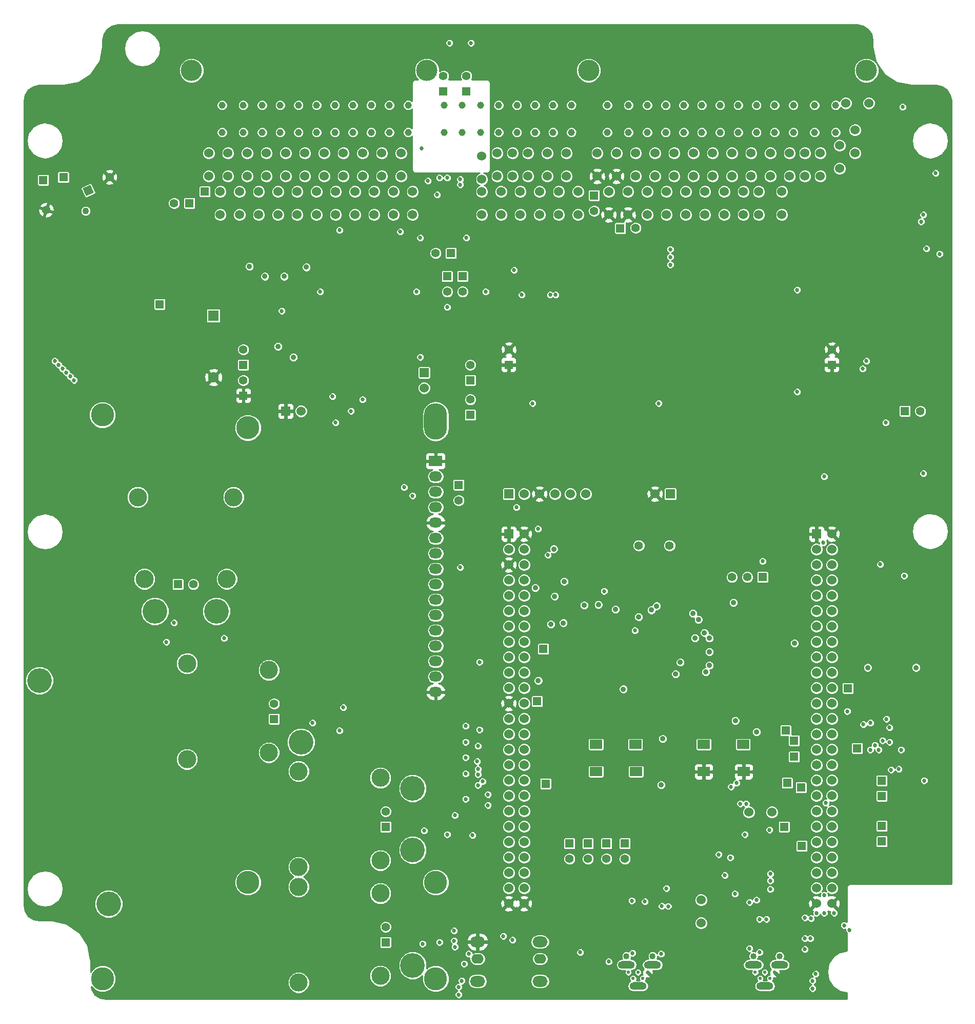
<source format=gbr>
G04 (created by PCBNEW (2013-07-07 BZR 4022)-stable) date 10/09/2014 21:54:22*
%MOIN*%
G04 Gerber Fmt 3.4, Leading zero omitted, Abs format*
%FSLAX34Y34*%
G01*
G70*
G90*
G04 APERTURE LIST*
%ADD10C,0.00393701*%
%ADD11C,0.15*%
%ADD12O,0.085X0.065*%
%ADD13R,0.085X0.065*%
%ADD14O,0.15X0.23622*%
%ADD15C,0.06*%
%ADD16C,0.0453*%
%ADD17C,0.1378*%
%ADD18R,0.055X0.055*%
%ADD19C,0.055*%
%ADD20R,0.06X0.06*%
%ADD21C,0.056*%
%ADD22R,0.0787402X0.0590551*%
%ADD23C,0.07*%
%ADD24R,0.07X0.07*%
%ADD25C,0.035*%
%ADD26C,0.022*%
%ADD27O,0.11X0.05*%
%ADD28C,0.04*%
%ADD29O,0.0787X0.063*%
%ADD30O,0.0984X0.0709*%
%ADD31C,0.1181*%
%ADD32C,0.16*%
%ADD33C,0.027*%
%ADD34C,0.043*%
%ADD35C,0.065*%
%ADD36C,0.006*%
%ADD37C,0.0085*%
G04 APERTURE END LIST*
G54D10*
G54D11*
X57295Y-42584D03*
X57295Y-72112D03*
X69500Y-72112D03*
G54D12*
X69500Y-58750D03*
X69500Y-59750D03*
G54D13*
X69500Y-44750D03*
G54D12*
X69500Y-45750D03*
X69500Y-46750D03*
X69500Y-47750D03*
X69500Y-48750D03*
X69500Y-49750D03*
X69500Y-50750D03*
X69500Y-51750D03*
X69500Y-52750D03*
X69500Y-53750D03*
X69500Y-54750D03*
X69500Y-55750D03*
X69500Y-56750D03*
X69500Y-57750D03*
G54D14*
X69500Y-42167D03*
G54D11*
X69500Y-78364D03*
X47845Y-41750D03*
X47846Y-78364D03*
G54D15*
X78000Y-24750D03*
X78000Y-26250D03*
X61000Y-24750D03*
X61000Y-26250D03*
X59750Y-24750D03*
X59750Y-26250D03*
X58500Y-24750D03*
X58500Y-26250D03*
X57250Y-24750D03*
X57250Y-26250D03*
X54750Y-24750D03*
X54750Y-26250D03*
X56000Y-24750D03*
X56000Y-26250D03*
X87000Y-27250D03*
X87000Y-28750D03*
G54D16*
X55621Y-21628D03*
X55621Y-23400D03*
X56998Y-23400D03*
X56998Y-21628D03*
X61762Y-21628D03*
X61762Y-23400D03*
X60581Y-23400D03*
X60581Y-21628D03*
X58219Y-21628D03*
X58219Y-23400D03*
X59400Y-23400D03*
X59400Y-21628D03*
X64124Y-21628D03*
X64124Y-23400D03*
X62943Y-23400D03*
X62943Y-21628D03*
X65305Y-21628D03*
X65305Y-23400D03*
X66486Y-23400D03*
X66486Y-21628D03*
X73592Y-21628D03*
X73592Y-23400D03*
X72411Y-23400D03*
X72411Y-21628D03*
X70049Y-21628D03*
X70049Y-23400D03*
X71230Y-23400D03*
X71230Y-21628D03*
X75955Y-21628D03*
X75955Y-23400D03*
X74774Y-23400D03*
X74774Y-21628D03*
X77136Y-21628D03*
X77136Y-23400D03*
X67707Y-21628D03*
X67707Y-23400D03*
X78317Y-23400D03*
X78317Y-21628D03*
X82036Y-23400D03*
X82036Y-21628D03*
X80658Y-23400D03*
X80658Y-21628D03*
X86801Y-23400D03*
X86801Y-21628D03*
X85620Y-23400D03*
X85620Y-21628D03*
X83258Y-23400D03*
X83258Y-21628D03*
X84439Y-23400D03*
X84439Y-21628D03*
X89163Y-23400D03*
X89163Y-21628D03*
X87982Y-23400D03*
X87982Y-21628D03*
X90344Y-23400D03*
X90344Y-21628D03*
X91525Y-23400D03*
X91525Y-21628D03*
X92746Y-23400D03*
X92746Y-21628D03*
X94124Y-23400D03*
X94124Y-21628D03*
G54D17*
X53632Y-19384D03*
X68927Y-19384D03*
X79439Y-19384D03*
G54D16*
X95502Y-23400D03*
X95502Y-21628D03*
G54D17*
X97490Y-19384D03*
G54D15*
X75500Y-24750D03*
X75500Y-26250D03*
X77500Y-27250D03*
X77500Y-28750D03*
X76750Y-24750D03*
X76750Y-26250D03*
X78750Y-27250D03*
X78750Y-28750D03*
X80750Y-27250D03*
X80750Y-28750D03*
X80000Y-24750D03*
X80000Y-26250D03*
X82000Y-27250D03*
X82000Y-28750D03*
X81250Y-24750D03*
X81250Y-26250D03*
X83250Y-27250D03*
X83250Y-28750D03*
X82500Y-24750D03*
X82500Y-26250D03*
X84500Y-27250D03*
X84500Y-28750D03*
X83750Y-24750D03*
X83750Y-26250D03*
X85750Y-27250D03*
X85750Y-28750D03*
X85000Y-24750D03*
X85000Y-26250D03*
X76250Y-27250D03*
X76250Y-28750D03*
X86250Y-24750D03*
X86250Y-26250D03*
X88250Y-27250D03*
X88250Y-28750D03*
X87500Y-24750D03*
X87500Y-26250D03*
X89500Y-27250D03*
X89500Y-28750D03*
X88750Y-24750D03*
X88750Y-26250D03*
X90500Y-27250D03*
X90500Y-28750D03*
X90000Y-24750D03*
X90000Y-26250D03*
X92000Y-27250D03*
X92000Y-28750D03*
X91250Y-24750D03*
X91250Y-26250D03*
X93500Y-24750D03*
X93500Y-26250D03*
X92500Y-24750D03*
X92500Y-26250D03*
X95750Y-24250D03*
X95750Y-25750D03*
X94500Y-24750D03*
X94500Y-26250D03*
X96750Y-23250D03*
X96750Y-24750D03*
X96150Y-21500D03*
X97650Y-21500D03*
X65500Y-27250D03*
X65500Y-28750D03*
X56750Y-27250D03*
X56750Y-28750D03*
X58000Y-27250D03*
X58000Y-28750D03*
X59250Y-27250D03*
X59250Y-28750D03*
X60500Y-27250D03*
X60500Y-28750D03*
X61750Y-27250D03*
X61750Y-28750D03*
X63000Y-27250D03*
X63000Y-28750D03*
X62250Y-24750D03*
X62250Y-26250D03*
X64250Y-27250D03*
X64250Y-28750D03*
X63500Y-24750D03*
X63500Y-26250D03*
X55500Y-27250D03*
X55500Y-28750D03*
X64750Y-24750D03*
X64750Y-26250D03*
X66750Y-27250D03*
X66750Y-28750D03*
X66000Y-24750D03*
X66000Y-26250D03*
X68000Y-27250D03*
X68000Y-28750D03*
X67250Y-24750D03*
X67250Y-26250D03*
X72500Y-27250D03*
X72500Y-28750D03*
X72500Y-24950D03*
X72500Y-26450D03*
G54D18*
X74250Y-38500D03*
G54D19*
X74250Y-37500D03*
G54D18*
X95250Y-38500D03*
G54D19*
X95250Y-37500D03*
G54D18*
X70500Y-31250D03*
G54D19*
X69500Y-31250D03*
G54D18*
X78200Y-69584D03*
G54D19*
X78200Y-70584D03*
G54D18*
X79400Y-69584D03*
G54D19*
X79400Y-70584D03*
G54D18*
X80600Y-69584D03*
G54D19*
X80600Y-70584D03*
G54D18*
X81800Y-69584D03*
G54D19*
X81800Y-70584D03*
G54D18*
X90750Y-52284D03*
G54D19*
X89750Y-52284D03*
X88750Y-52284D03*
G54D20*
X74250Y-49484D03*
G54D15*
X75250Y-49484D03*
X74250Y-50484D03*
X75250Y-50484D03*
X74250Y-51484D03*
X75250Y-51484D03*
X74250Y-52484D03*
X75250Y-52484D03*
X74250Y-53484D03*
X75250Y-53484D03*
X74250Y-54484D03*
X75250Y-54484D03*
X74250Y-55484D03*
X75250Y-55484D03*
X74250Y-56484D03*
X75250Y-56484D03*
X74250Y-57484D03*
X75250Y-57484D03*
X74250Y-58484D03*
X75250Y-58484D03*
X74250Y-59484D03*
X75250Y-59484D03*
X74250Y-60484D03*
X75250Y-60484D03*
X74250Y-61484D03*
X75250Y-61484D03*
X74250Y-62484D03*
X75250Y-62484D03*
X74250Y-63484D03*
X75250Y-63484D03*
X74250Y-64484D03*
X75250Y-64484D03*
X74250Y-65484D03*
X75250Y-65484D03*
X74250Y-66484D03*
X75250Y-66484D03*
X74250Y-67484D03*
X75250Y-67484D03*
X74250Y-68484D03*
X75250Y-68484D03*
X74250Y-69484D03*
X75250Y-69484D03*
X74250Y-70484D03*
X75250Y-70484D03*
X74250Y-71484D03*
X75250Y-71484D03*
X74250Y-72484D03*
X75250Y-72484D03*
X74250Y-73484D03*
X75250Y-73484D03*
G54D20*
X94250Y-49484D03*
G54D15*
X95250Y-49484D03*
X94250Y-50484D03*
X95250Y-50484D03*
X94250Y-51484D03*
X95250Y-51484D03*
X94250Y-52484D03*
X95250Y-52484D03*
X94250Y-53484D03*
X95250Y-53484D03*
X94250Y-54484D03*
X95250Y-54484D03*
X94250Y-55484D03*
X95250Y-55484D03*
X94250Y-56484D03*
X95250Y-56484D03*
X94250Y-57484D03*
X95250Y-57484D03*
X94250Y-58484D03*
X95250Y-58484D03*
X94250Y-59484D03*
X95250Y-59484D03*
X94250Y-60484D03*
X95250Y-60484D03*
X94250Y-61484D03*
X95250Y-61484D03*
X94250Y-62484D03*
X95250Y-62484D03*
X94250Y-63484D03*
X95250Y-63484D03*
X94250Y-64484D03*
X95250Y-64484D03*
X94250Y-65484D03*
X95250Y-65484D03*
X94250Y-66484D03*
X95250Y-66484D03*
X94250Y-67484D03*
X95250Y-67484D03*
X94250Y-68484D03*
X95250Y-68484D03*
X94250Y-69484D03*
X95250Y-69484D03*
X94250Y-70484D03*
X95250Y-70484D03*
X94250Y-71484D03*
X95250Y-71484D03*
X94250Y-72484D03*
X95250Y-72484D03*
X94250Y-73484D03*
X95250Y-73484D03*
G54D20*
X84750Y-46884D03*
G54D15*
X83750Y-46884D03*
G54D20*
X74250Y-46884D03*
G54D15*
X75250Y-46884D03*
X76250Y-46884D03*
X77250Y-46884D03*
X78250Y-46884D03*
X79250Y-46884D03*
G54D21*
X82700Y-50234D03*
X84700Y-50234D03*
G54D22*
X86920Y-63148D03*
X89479Y-63148D03*
X89518Y-64919D03*
X86920Y-64919D03*
X79920Y-63148D03*
X82479Y-63148D03*
X82518Y-64919D03*
X79920Y-64919D03*
G54D18*
X51556Y-34560D03*
G54D23*
X55056Y-39310D03*
G54D24*
X55056Y-35310D03*
G54D10*
G36*
X46782Y-27541D02*
X46550Y-27043D01*
X47048Y-26810D01*
X47281Y-27309D01*
X46782Y-27541D01*
X46782Y-27541D01*
G37*
G54D19*
X44196Y-28443D03*
G54D18*
X45306Y-26310D03*
G54D19*
X48306Y-26310D03*
G54D18*
X53500Y-28000D03*
G54D19*
X52500Y-28000D03*
G54D20*
X59750Y-41500D03*
G54D15*
X60750Y-41500D03*
G54D18*
X71750Y-41750D03*
G54D19*
X71750Y-40750D03*
G54D18*
X71750Y-39500D03*
G54D19*
X71750Y-38500D03*
G54D25*
X97576Y-58158D03*
X100725Y-58158D03*
G54D18*
X81500Y-29625D03*
G54D19*
X82500Y-29600D03*
G54D18*
X79800Y-27500D03*
G54D19*
X79800Y-28500D03*
G54D18*
X100000Y-41500D03*
G54D19*
X101000Y-41500D03*
G54D18*
X57000Y-38500D03*
G54D19*
X57000Y-37500D03*
G54D18*
X57000Y-40500D03*
G54D19*
X57000Y-39500D03*
G54D20*
X68750Y-39000D03*
G54D15*
X68750Y-40000D03*
X74500Y-24750D03*
X74500Y-26250D03*
X75000Y-27250D03*
X75000Y-28750D03*
X73500Y-24750D03*
X73500Y-26250D03*
X73750Y-27250D03*
X73750Y-28750D03*
G54D26*
X82020Y-77953D03*
X82335Y-78346D03*
X82650Y-77953D03*
X82964Y-78346D03*
X83279Y-77953D03*
G54D27*
X82650Y-78838D03*
X81901Y-77461D03*
X83594Y-77461D03*
G54D28*
X81900Y-76900D03*
X83600Y-76900D03*
X90150Y-76900D03*
X91850Y-76900D03*
G54D26*
X90270Y-77953D03*
X90585Y-78346D03*
X90900Y-77953D03*
X91214Y-78346D03*
X91529Y-77953D03*
G54D27*
X90900Y-78838D03*
X90151Y-77461D03*
X91844Y-77461D03*
G54D18*
X71500Y-20750D03*
G54D19*
X71500Y-19750D03*
G54D18*
X70000Y-20750D03*
G54D19*
X70000Y-19750D03*
G54D29*
X72222Y-77072D03*
X76278Y-77072D03*
G54D30*
X76278Y-75970D03*
X72222Y-75970D03*
X76278Y-78530D03*
X72222Y-78530D03*
G54D18*
X70250Y-32750D03*
G54D19*
X70250Y-33750D03*
G54D18*
X71250Y-32750D03*
G54D19*
X71250Y-33750D03*
G54D18*
X71000Y-46300D03*
G54D19*
X71000Y-47300D03*
G54D18*
X92800Y-62900D03*
X93300Y-69750D03*
X96300Y-59500D03*
X92250Y-62250D03*
X96900Y-63400D03*
X92800Y-63950D03*
X98500Y-65500D03*
X92350Y-65650D03*
X98500Y-66500D03*
X93250Y-65950D03*
X76650Y-65700D03*
X76100Y-60350D03*
X76500Y-56950D03*
X98500Y-68450D03*
X92150Y-68500D03*
X98500Y-69450D03*
G54D31*
X60593Y-78610D03*
X60593Y-72390D03*
X65907Y-78177D03*
X65907Y-72823D03*
G54D18*
X66250Y-76000D03*
G54D19*
X66250Y-75000D03*
G54D32*
X68000Y-77500D03*
X48250Y-73500D03*
G54D31*
X60593Y-71110D03*
X60593Y-64890D03*
X65907Y-70677D03*
X65907Y-65323D03*
G54D18*
X66250Y-68500D03*
G54D19*
X66250Y-67500D03*
G54D32*
X68000Y-70000D03*
X68000Y-66000D03*
G54D31*
X53343Y-64110D03*
X53343Y-57890D03*
X58657Y-63677D03*
X58657Y-58323D03*
G54D18*
X59000Y-61500D03*
G54D19*
X59000Y-60500D03*
G54D32*
X43750Y-59000D03*
X60750Y-63000D03*
G54D31*
X50140Y-47093D03*
X56360Y-47093D03*
X50573Y-52407D03*
X55927Y-52407D03*
G54D18*
X52750Y-52750D03*
G54D19*
X53750Y-52750D03*
G54D32*
X55250Y-54500D03*
X51250Y-54500D03*
G54D18*
X54500Y-27250D03*
X44000Y-26500D03*
G54D15*
X86750Y-73250D03*
X86750Y-74750D03*
X89850Y-67550D03*
X91350Y-67550D03*
G54D25*
X76170Y-59004D03*
X77800Y-55259D03*
G54D33*
X84750Y-32000D03*
X94750Y-45750D03*
X62800Y-40550D03*
X68250Y-33750D03*
X68500Y-38000D03*
X63000Y-42250D03*
X91200Y-68700D03*
X84500Y-72500D03*
X72750Y-33750D03*
X101250Y-65500D03*
X70400Y-17600D03*
X71800Y-17600D03*
X93000Y-40250D03*
X84000Y-41000D03*
X75800Y-41000D03*
X71500Y-30250D03*
X68500Y-30250D03*
X76950Y-33950D03*
X77300Y-33950D03*
X75100Y-33950D03*
X74600Y-32350D03*
X93000Y-33632D03*
X45250Y-38750D03*
X45500Y-39000D03*
X45750Y-39250D03*
X46000Y-39500D03*
X45000Y-38500D03*
X44750Y-38250D03*
X69600Y-27450D03*
X72250Y-65800D03*
X64000Y-41500D03*
X64750Y-40750D03*
X67200Y-29850D03*
X63250Y-29750D03*
X67450Y-46450D03*
X68000Y-47000D03*
X71100Y-51650D03*
G54D34*
X46750Y-28500D03*
G54D25*
X83866Y-54158D03*
X75975Y-52984D03*
X80073Y-54068D03*
X77850Y-52564D03*
X77235Y-53529D03*
G54D33*
X52500Y-55250D03*
X68750Y-68750D03*
X61500Y-61750D03*
X99600Y-64750D03*
X99000Y-63000D03*
X68650Y-76100D03*
X99950Y-52200D03*
X99000Y-62050D03*
X98400Y-51450D03*
X97250Y-38750D03*
X84750Y-31500D03*
X98750Y-42250D03*
X97500Y-38250D03*
X84750Y-31000D03*
X97750Y-61750D03*
X97750Y-63500D03*
X101200Y-45550D03*
X96250Y-61000D03*
X62000Y-33750D03*
X59500Y-35000D03*
X96050Y-74900D03*
X71450Y-66700D03*
X71450Y-65050D03*
X73900Y-75600D03*
X96400Y-75200D03*
G54D25*
X85400Y-57821D03*
G54D33*
X71450Y-64000D03*
X71450Y-61950D03*
X71450Y-63000D03*
G54D25*
X58400Y-32755D03*
X57400Y-32105D03*
X61100Y-32155D03*
X59650Y-32755D03*
X60250Y-38005D03*
X59250Y-37305D03*
X86225Y-54634D03*
X86576Y-55038D03*
G54D33*
X80450Y-53200D03*
X76800Y-50850D03*
X82450Y-55750D03*
X74750Y-47750D03*
X76150Y-49150D03*
X101400Y-30950D03*
X101050Y-29200D03*
X99850Y-21750D03*
X102250Y-31300D03*
X91250Y-71550D03*
X91250Y-72000D03*
X98300Y-63500D03*
X91000Y-74500D03*
X90550Y-74500D03*
X88950Y-72850D03*
X88300Y-71650D03*
X89900Y-73400D03*
X91250Y-72550D03*
X90550Y-76650D03*
X94700Y-50050D03*
X94750Y-72950D03*
G54D25*
X92825Y-56584D03*
G54D33*
X84610Y-73660D03*
X89680Y-66990D03*
X88700Y-65900D03*
X82250Y-73300D03*
X89050Y-65650D03*
X83100Y-73350D03*
X82300Y-76700D03*
X84200Y-73650D03*
X89300Y-67000D03*
X72250Y-65100D03*
X72900Y-66400D03*
X72550Y-65550D03*
X72900Y-67100D03*
X52000Y-56500D03*
X63250Y-62250D03*
X70250Y-69000D03*
X69750Y-76000D03*
X99750Y-63500D03*
X70750Y-76300D03*
X98550Y-62900D03*
G54D25*
X87284Y-56253D03*
G54D33*
X98800Y-61500D03*
X88650Y-70500D03*
X87900Y-70300D03*
X94850Y-66950D03*
X93850Y-75750D03*
X93900Y-74450D03*
X74500Y-75850D03*
X70250Y-34750D03*
X78900Y-76650D03*
X93500Y-74400D03*
X93500Y-75750D03*
G54D25*
X90350Y-62334D03*
X85095Y-58580D03*
X87289Y-58019D03*
X87058Y-58451D03*
X87289Y-57143D03*
G54D33*
X72250Y-63250D03*
X72200Y-64250D03*
X72250Y-64750D03*
X72350Y-57800D03*
X72350Y-62200D03*
X90750Y-51250D03*
G54D25*
X88850Y-53934D03*
X77175Y-50459D03*
X81700Y-59559D03*
X88975Y-61609D03*
X84150Y-65784D03*
X81185Y-54384D03*
X83522Y-54423D03*
G54D33*
X70700Y-75900D03*
X71900Y-69050D03*
X99100Y-64800D03*
X93500Y-76450D03*
X89900Y-76400D03*
X84150Y-76750D03*
X80750Y-77250D03*
X98050Y-63200D03*
X97300Y-61850D03*
X71650Y-76750D03*
X70700Y-75250D03*
X55750Y-56250D03*
X63500Y-60750D03*
X70750Y-67750D03*
X71350Y-77400D03*
X94200Y-78050D03*
X94250Y-74100D03*
X71200Y-78500D03*
G54D25*
X86969Y-55895D03*
G54D33*
X94750Y-74100D03*
X94000Y-78500D03*
X71000Y-78900D03*
X95400Y-74100D03*
X94000Y-79000D03*
X71000Y-79400D03*
G54D25*
X86351Y-56242D03*
G54D33*
X72250Y-17500D03*
X69250Y-17500D03*
X88000Y-69600D03*
X89100Y-70500D03*
X86800Y-69400D03*
X89750Y-72450D03*
X64750Y-30500D03*
X102250Y-35500D03*
X99750Y-35500D03*
X101000Y-34250D03*
X101000Y-36750D03*
X87750Y-51550D03*
X54000Y-55250D03*
X68750Y-67250D03*
X61500Y-60250D03*
X99400Y-24350D03*
X100150Y-25050D03*
X100300Y-24700D03*
X99950Y-24700D03*
X100100Y-24350D03*
X99750Y-24350D03*
X100500Y-25050D03*
X98750Y-23500D03*
X98400Y-23500D03*
X98800Y-22300D03*
X98950Y-22600D03*
X98600Y-22600D03*
X98250Y-22600D03*
X98050Y-22900D03*
X98400Y-22900D03*
X98750Y-22900D03*
X99100Y-22900D03*
X98950Y-23200D03*
X98600Y-23200D03*
X98250Y-23200D03*
X98050Y-23500D03*
X100050Y-23200D03*
X100050Y-22850D03*
X100050Y-22500D03*
X100050Y-22150D03*
X102300Y-22350D03*
X102000Y-22200D03*
X100700Y-22450D03*
X100700Y-22800D03*
X100350Y-22700D03*
X100350Y-23000D03*
X100350Y-22350D03*
X100350Y-22000D03*
X100700Y-22100D03*
X101050Y-22000D03*
X101050Y-22350D03*
X101050Y-22700D03*
X101350Y-22150D03*
X101700Y-22150D03*
X102650Y-22500D03*
X102750Y-22750D03*
X100050Y-23550D03*
X100050Y-23900D03*
X99100Y-23500D03*
X98950Y-23800D03*
X98600Y-23800D03*
X98250Y-23800D03*
X98050Y-24100D03*
X98400Y-24100D03*
X98750Y-24100D03*
X98400Y-22300D03*
X98050Y-22300D03*
X102300Y-21500D03*
X102650Y-21500D03*
X100550Y-21500D03*
X100200Y-21500D03*
X99900Y-21200D03*
X101950Y-21500D03*
X101600Y-21500D03*
X101250Y-21500D03*
X100900Y-21500D03*
X101450Y-21200D03*
X101800Y-21200D03*
X101100Y-21200D03*
X100750Y-21200D03*
X100400Y-21200D03*
X100200Y-20900D03*
X100550Y-20900D03*
X100900Y-20900D03*
X99950Y-20500D03*
X100350Y-20600D03*
X100700Y-20600D03*
X101100Y-20600D03*
X101400Y-20600D03*
X101750Y-20600D03*
X102100Y-20600D03*
X102700Y-20900D03*
X102300Y-20900D03*
X101950Y-20900D03*
X101600Y-20900D03*
X101250Y-20900D03*
X99500Y-20450D03*
X99150Y-20450D03*
X102900Y-21750D03*
X102900Y-21200D03*
X102500Y-21200D03*
X102150Y-21200D03*
X97800Y-20900D03*
X97400Y-20900D03*
X97050Y-20900D03*
X96650Y-20900D03*
X95650Y-20900D03*
X95650Y-20250D03*
X95850Y-20600D03*
X95950Y-20900D03*
X96300Y-20900D03*
X96150Y-20600D03*
X96500Y-20600D03*
X97600Y-20600D03*
X97250Y-20600D03*
X96850Y-20600D03*
X98800Y-20450D03*
X98450Y-20450D03*
X102250Y-26750D03*
X102250Y-27250D03*
X102000Y-27500D03*
X99200Y-29450D03*
X98900Y-29450D03*
X98600Y-29450D03*
X98300Y-29450D03*
X97950Y-29450D03*
X98150Y-29200D03*
X98450Y-29200D03*
X98750Y-29200D03*
X99050Y-29200D03*
X99350Y-29200D03*
X97800Y-30100D03*
X98150Y-30100D03*
X98450Y-30100D03*
X98750Y-30100D03*
X99000Y-30100D03*
X99250Y-29900D03*
X98900Y-29900D03*
X98600Y-29900D03*
X98300Y-29900D03*
X97950Y-29900D03*
X97750Y-29650D03*
X98100Y-29650D03*
X98450Y-29650D03*
X98750Y-29650D03*
X99050Y-29650D03*
X99400Y-29650D03*
X99650Y-29850D03*
X99500Y-30100D03*
X99650Y-30250D03*
X68650Y-74900D03*
X99100Y-24100D03*
X98100Y-62000D03*
X102150Y-58800D03*
X96850Y-58850D03*
X96600Y-61850D03*
X101850Y-61950D03*
X100600Y-61150D03*
X64150Y-38900D03*
X67450Y-37150D03*
X64100Y-37450D03*
X63225Y-39475D03*
X80000Y-74150D03*
X79150Y-74850D03*
X101250Y-64750D03*
X96750Y-64250D03*
X88250Y-78950D03*
X88250Y-75950D03*
X82600Y-73450D03*
X85500Y-41000D03*
X93750Y-41000D03*
X77250Y-41000D03*
X59550Y-32200D03*
G54D35*
X54306Y-32060D03*
X55056Y-32810D03*
G54D33*
X58650Y-32250D03*
X70500Y-36950D03*
X70400Y-36050D03*
X85450Y-61750D03*
X76500Y-31450D03*
X76300Y-31700D03*
X75950Y-31700D03*
X75500Y-31600D03*
X75800Y-31450D03*
X76150Y-31450D03*
X87300Y-75800D03*
X92250Y-72200D03*
X92250Y-74200D03*
X98750Y-45750D03*
X56600Y-33300D03*
X56950Y-33300D03*
X57350Y-33300D03*
X57800Y-33300D03*
X57550Y-33550D03*
X57200Y-33550D03*
X56800Y-33555D03*
X56600Y-33850D03*
X56950Y-33850D03*
X57350Y-33850D03*
X57800Y-33850D03*
X62000Y-36350D03*
X70500Y-28250D03*
X68750Y-29000D03*
X71250Y-29000D03*
X91900Y-76350D03*
X89350Y-73350D03*
X88100Y-73250D03*
X79250Y-78450D03*
X80250Y-75700D03*
X99250Y-46250D03*
X73350Y-30400D03*
X73600Y-30050D03*
X73700Y-29550D03*
X74150Y-29550D03*
X73950Y-29850D03*
X73950Y-30250D03*
X74350Y-30250D03*
X74350Y-29850D03*
X74600Y-29550D03*
X74950Y-29550D03*
X75300Y-29550D03*
X75650Y-29550D03*
X76050Y-29550D03*
X76350Y-29550D03*
X76550Y-29850D03*
X76200Y-29850D03*
X75850Y-29850D03*
X75450Y-30050D03*
X66750Y-42250D03*
X79750Y-29950D03*
X81600Y-33450D03*
X80700Y-34850D03*
X80350Y-34850D03*
X80200Y-34500D03*
X80550Y-34500D03*
X80400Y-34150D03*
X80400Y-33800D03*
X80200Y-33550D03*
X80400Y-33350D03*
X74100Y-31650D03*
X74450Y-31350D03*
X80650Y-30900D03*
X80650Y-31400D03*
X76500Y-35000D03*
X76400Y-34750D03*
X76750Y-34750D03*
X76200Y-34400D03*
X76600Y-34400D03*
X76400Y-34100D03*
X76300Y-33700D03*
X76600Y-33750D03*
X76600Y-33400D03*
X77250Y-33100D03*
X76900Y-33100D03*
X76550Y-33100D03*
X76250Y-33400D03*
X74550Y-33050D03*
X75000Y-33100D03*
X75350Y-33300D03*
X93100Y-30300D03*
X92750Y-30300D03*
X92900Y-30050D03*
X93150Y-29800D03*
X92750Y-29750D03*
X92950Y-29500D03*
X92650Y-28850D03*
X96800Y-33400D03*
G54D25*
X93600Y-34857D03*
X92800Y-31007D03*
G54D33*
X92950Y-31700D03*
X92950Y-31400D03*
X93150Y-31200D03*
X94000Y-32900D03*
X94100Y-31550D03*
X94450Y-31650D03*
X94750Y-31500D03*
X94950Y-31700D03*
X94000Y-33250D03*
X93350Y-33100D03*
X93650Y-33250D03*
X94050Y-33650D03*
X94750Y-34850D03*
X95050Y-34950D03*
X95200Y-34650D03*
X94750Y-34450D03*
X95100Y-34300D03*
X94850Y-34150D03*
X95150Y-33900D03*
X94850Y-33850D03*
X95000Y-33150D03*
X95000Y-33500D03*
X101300Y-30000D03*
X99850Y-32150D03*
X99900Y-31400D03*
X99650Y-31750D03*
X99450Y-32050D03*
X99050Y-32100D03*
X98650Y-32100D03*
X98900Y-31750D03*
X99250Y-31700D03*
X99650Y-30850D03*
X99450Y-31350D03*
X99300Y-31050D03*
X99050Y-31350D03*
X98700Y-31350D03*
X98850Y-31000D03*
X98500Y-31000D03*
X98150Y-31000D03*
X97800Y-31000D03*
X97700Y-29050D03*
X97450Y-29300D03*
X97400Y-29000D03*
X97150Y-29200D03*
X97000Y-29000D03*
X96800Y-29150D03*
X96650Y-29000D03*
X96450Y-29150D03*
X96300Y-28900D03*
X96100Y-28650D03*
X96050Y-29100D03*
X96850Y-31600D03*
X96850Y-31250D03*
X97100Y-30750D03*
X97100Y-30450D03*
X97100Y-30150D03*
X97100Y-29837D03*
X96100Y-30500D03*
X96100Y-30000D03*
X96000Y-29500D03*
X95850Y-29750D03*
X95600Y-30000D03*
X95850Y-30250D03*
X95713Y-29463D03*
X95500Y-29700D03*
X95240Y-29950D03*
X95347Y-30252D03*
X95600Y-30400D03*
X95000Y-29100D03*
X94750Y-27000D03*
X94750Y-27500D03*
X94650Y-28500D03*
X94650Y-28000D03*
X94900Y-27750D03*
X94900Y-28250D03*
X94900Y-28750D03*
X101000Y-27250D03*
X101000Y-26750D03*
X101000Y-26250D03*
X101000Y-25750D03*
X100750Y-25500D03*
X100750Y-26000D03*
X100750Y-26500D03*
X100750Y-27000D03*
X100250Y-27500D03*
X100750Y-27500D03*
X100500Y-27250D03*
X100500Y-26750D03*
X100500Y-26250D03*
X100500Y-25750D03*
X100250Y-25500D03*
X100250Y-26000D03*
X100250Y-26500D03*
X100250Y-27000D03*
X98750Y-26250D03*
X98250Y-26250D03*
X97750Y-26250D03*
X97250Y-26250D03*
X97000Y-26500D03*
X97500Y-26500D03*
X98000Y-26500D03*
X98500Y-26500D03*
X98750Y-26750D03*
X98500Y-27000D03*
X98250Y-26750D03*
X98000Y-27000D03*
X97750Y-26750D03*
X97500Y-27000D03*
X97250Y-26750D03*
X97000Y-27000D03*
X79750Y-31500D03*
X94000Y-34750D03*
X52500Y-21500D03*
G54D25*
X92370Y-64884D03*
X77310Y-52344D03*
X79961Y-56815D03*
X92400Y-52984D03*
X92900Y-54409D03*
X87150Y-50184D03*
X82750Y-51234D03*
X92400Y-47584D03*
X81107Y-52276D03*
X78300Y-48884D03*
X81450Y-47534D03*
X80650Y-48334D03*
X78850Y-47884D03*
X78914Y-49892D03*
G54D35*
X51556Y-39060D03*
X49056Y-33560D03*
X49056Y-31810D03*
X52056Y-31310D03*
X52056Y-29810D03*
X53556Y-29810D03*
X52806Y-30560D03*
X53556Y-31310D03*
X52806Y-32060D03*
X52056Y-32810D03*
X52806Y-33560D03*
X53556Y-32810D03*
X55056Y-34310D03*
X54306Y-33560D03*
X55056Y-31310D03*
X54306Y-30560D03*
X50306Y-28810D03*
G54D25*
X90800Y-31057D03*
X88800Y-31007D03*
X86550Y-31007D03*
X84250Y-31007D03*
X82250Y-31007D03*
X74300Y-31007D03*
X78900Y-38757D03*
X73100Y-34857D03*
X75100Y-34857D03*
X77100Y-34857D03*
X79100Y-34857D03*
X81100Y-34857D03*
X83100Y-34857D03*
X85600Y-34857D03*
X87600Y-34857D03*
X89600Y-34857D03*
X91600Y-34857D03*
X82400Y-38757D03*
X87150Y-38757D03*
X90650Y-38757D03*
X95600Y-34857D03*
X93375Y-39157D03*
X85125Y-39132D03*
X76875Y-39132D03*
X60275Y-33855D03*
X60525Y-33355D03*
X60775Y-33855D03*
X61025Y-33355D03*
X61275Y-33855D03*
X61525Y-33355D03*
X59650Y-38505D03*
X59400Y-39005D03*
X59150Y-38505D03*
X58900Y-39005D03*
X58650Y-38505D03*
X58375Y-39005D03*
X57800Y-29505D03*
X59475Y-29455D03*
X60850Y-29505D03*
X56500Y-29555D03*
X58050Y-35305D03*
X59950Y-35355D03*
X59600Y-34405D03*
X58400Y-34405D03*
X57400Y-35055D03*
X61100Y-35055D03*
X59250Y-40255D03*
X60300Y-39505D03*
G54D33*
X101200Y-28750D03*
X102000Y-26050D03*
X89600Y-69000D03*
X90350Y-73250D03*
X71100Y-26450D03*
X69000Y-26550D03*
X69750Y-26350D03*
X68600Y-24450D03*
X71100Y-26800D03*
X70250Y-26350D03*
G54D25*
X82689Y-54867D03*
X79150Y-54115D03*
X76993Y-55349D03*
X84250Y-62784D03*
G54D36*
X88000Y-69600D02*
X87000Y-69600D01*
X89100Y-70200D02*
X88500Y-69600D01*
X88500Y-69600D02*
X88000Y-69600D01*
X89100Y-70500D02*
X89100Y-70200D01*
X87000Y-69600D02*
X86800Y-69400D01*
G54D10*
G36*
X103010Y-72207D02*
X102820Y-72207D01*
X102820Y-49348D01*
X102820Y-49309D01*
X102820Y-49270D01*
X102820Y-23980D01*
X102820Y-23940D01*
X102820Y-23901D01*
X102820Y-23901D01*
X102820Y-23901D01*
X102745Y-23525D01*
X102745Y-23524D01*
X102715Y-23451D01*
X102501Y-23131D01*
X102445Y-23075D01*
X102444Y-23075D01*
X102126Y-22862D01*
X102053Y-22832D01*
X102051Y-22832D01*
X101677Y-22757D01*
X101676Y-22756D01*
X101597Y-22756D01*
X101221Y-22831D01*
X101220Y-22831D01*
X101147Y-22862D01*
X100827Y-23076D01*
X100771Y-23132D01*
X100771Y-23133D01*
X100558Y-23451D01*
X100528Y-23524D01*
X100528Y-23525D01*
X100453Y-23901D01*
X100453Y-23901D01*
X100453Y-23901D01*
X100453Y-23940D01*
X100453Y-23980D01*
X100453Y-23980D01*
X100453Y-23980D01*
X100528Y-24355D01*
X100528Y-24357D01*
X100558Y-24430D01*
X100771Y-24748D01*
X100771Y-24749D01*
X100827Y-24805D01*
X101147Y-25019D01*
X101220Y-25049D01*
X101221Y-25049D01*
X101597Y-25124D01*
X101676Y-25124D01*
X101677Y-25124D01*
X102051Y-25049D01*
X102053Y-25049D01*
X102126Y-25019D01*
X102444Y-24806D01*
X102445Y-24805D01*
X102501Y-24750D01*
X102715Y-24430D01*
X102745Y-24357D01*
X102745Y-24356D01*
X102820Y-23980D01*
X102820Y-23980D01*
X102820Y-23980D01*
X102820Y-49270D01*
X102820Y-49270D01*
X102820Y-49269D01*
X102745Y-48894D01*
X102745Y-48892D01*
X102715Y-48819D01*
X102512Y-48516D01*
X102512Y-31248D01*
X102472Y-31151D01*
X102398Y-31077D01*
X102302Y-31037D01*
X102262Y-31037D01*
X102262Y-25998D01*
X102222Y-25901D01*
X102148Y-25827D01*
X102052Y-25787D01*
X101948Y-25787D01*
X101851Y-25827D01*
X101777Y-25901D01*
X101737Y-25997D01*
X101737Y-26101D01*
X101777Y-26198D01*
X101851Y-26272D01*
X101947Y-26312D01*
X102051Y-26312D01*
X102148Y-26272D01*
X102222Y-26198D01*
X102262Y-26102D01*
X102262Y-25998D01*
X102262Y-31037D01*
X102198Y-31037D01*
X102101Y-31077D01*
X102027Y-31151D01*
X101987Y-31247D01*
X101987Y-31351D01*
X102027Y-31448D01*
X102101Y-31522D01*
X102197Y-31562D01*
X102301Y-31562D01*
X102398Y-31522D01*
X102472Y-31448D01*
X102512Y-31352D01*
X102512Y-31248D01*
X102512Y-48516D01*
X102501Y-48500D01*
X102445Y-48444D01*
X102444Y-48443D01*
X102126Y-48231D01*
X102053Y-48200D01*
X102051Y-48200D01*
X101677Y-48126D01*
X101676Y-48125D01*
X101662Y-48125D01*
X101662Y-30898D01*
X101622Y-30801D01*
X101548Y-30727D01*
X101462Y-30691D01*
X101462Y-28698D01*
X101422Y-28601D01*
X101348Y-28527D01*
X101252Y-28487D01*
X101148Y-28487D01*
X101051Y-28527D01*
X100977Y-28601D01*
X100937Y-28697D01*
X100937Y-28801D01*
X100977Y-28898D01*
X101016Y-28937D01*
X100998Y-28937D01*
X100901Y-28977D01*
X100827Y-29051D01*
X100787Y-29147D01*
X100787Y-29251D01*
X100827Y-29348D01*
X100901Y-29422D01*
X100997Y-29462D01*
X101101Y-29462D01*
X101198Y-29422D01*
X101272Y-29348D01*
X101312Y-29252D01*
X101312Y-29148D01*
X101272Y-29051D01*
X101233Y-29012D01*
X101251Y-29012D01*
X101348Y-28972D01*
X101422Y-28898D01*
X101462Y-28802D01*
X101462Y-28698D01*
X101462Y-30691D01*
X101452Y-30687D01*
X101348Y-30687D01*
X101251Y-30727D01*
X101177Y-30801D01*
X101137Y-30897D01*
X101137Y-31001D01*
X101177Y-31098D01*
X101251Y-31172D01*
X101347Y-31212D01*
X101451Y-31212D01*
X101548Y-31172D01*
X101622Y-31098D01*
X101662Y-31002D01*
X101662Y-30898D01*
X101662Y-48125D01*
X101597Y-48125D01*
X101462Y-48152D01*
X101462Y-45498D01*
X101422Y-45401D01*
X101402Y-45381D01*
X101402Y-41420D01*
X101341Y-41272D01*
X101228Y-41158D01*
X101080Y-41097D01*
X100920Y-41097D01*
X100772Y-41158D01*
X100658Y-41271D01*
X100597Y-41419D01*
X100597Y-41579D01*
X100658Y-41727D01*
X100771Y-41841D01*
X100919Y-41902D01*
X101079Y-41902D01*
X101227Y-41841D01*
X101341Y-41728D01*
X101402Y-41580D01*
X101402Y-41420D01*
X101402Y-45381D01*
X101348Y-45327D01*
X101252Y-45287D01*
X101148Y-45287D01*
X101051Y-45327D01*
X100977Y-45401D01*
X100937Y-45497D01*
X100937Y-45601D01*
X100977Y-45698D01*
X101051Y-45772D01*
X101147Y-45812D01*
X101251Y-45812D01*
X101348Y-45772D01*
X101422Y-45698D01*
X101462Y-45602D01*
X101462Y-45498D01*
X101462Y-48152D01*
X101221Y-48200D01*
X101220Y-48200D01*
X101147Y-48230D01*
X100827Y-48444D01*
X100771Y-48500D01*
X100771Y-48502D01*
X100558Y-48819D01*
X100528Y-48892D01*
X100528Y-48894D01*
X100453Y-49269D01*
X100453Y-49270D01*
X100453Y-49270D01*
X100453Y-49309D01*
X100453Y-49348D01*
X100453Y-49349D01*
X100453Y-49349D01*
X100528Y-49724D01*
X100528Y-49726D01*
X100558Y-49799D01*
X100771Y-50116D01*
X100771Y-50118D01*
X100827Y-50174D01*
X101147Y-50388D01*
X101220Y-50418D01*
X101221Y-50418D01*
X101597Y-50493D01*
X101676Y-50493D01*
X101677Y-50492D01*
X102051Y-50418D01*
X102053Y-50418D01*
X102126Y-50387D01*
X102444Y-50175D01*
X102445Y-50174D01*
X102501Y-50118D01*
X102715Y-49799D01*
X102745Y-49726D01*
X102745Y-49724D01*
X102820Y-49349D01*
X102820Y-49348D01*
X102820Y-49348D01*
X102820Y-72207D01*
X101512Y-72207D01*
X101512Y-65448D01*
X101472Y-65351D01*
X101398Y-65277D01*
X101302Y-65237D01*
X101198Y-65237D01*
X101101Y-65277D01*
X101028Y-65350D01*
X101028Y-58098D01*
X100982Y-57987D01*
X100897Y-57902D01*
X100786Y-57856D01*
X100666Y-57856D01*
X100554Y-57902D01*
X100469Y-57987D01*
X100423Y-58098D01*
X100423Y-58218D01*
X100469Y-58329D01*
X100554Y-58414D01*
X100665Y-58461D01*
X100785Y-58461D01*
X100897Y-58415D01*
X100982Y-58330D01*
X101028Y-58219D01*
X101028Y-58098D01*
X101028Y-65350D01*
X101027Y-65351D01*
X100987Y-65447D01*
X100987Y-65551D01*
X101027Y-65648D01*
X101101Y-65722D01*
X101197Y-65762D01*
X101301Y-65762D01*
X101398Y-65722D01*
X101472Y-65648D01*
X101512Y-65552D01*
X101512Y-65448D01*
X101512Y-72207D01*
X100402Y-72207D01*
X100402Y-41749D01*
X100402Y-41199D01*
X100383Y-41152D01*
X100347Y-41116D01*
X100300Y-41097D01*
X100249Y-41097D01*
X100112Y-41097D01*
X100112Y-21698D01*
X100072Y-21601D01*
X99998Y-21527D01*
X99902Y-21487D01*
X99798Y-21487D01*
X99701Y-21527D01*
X99627Y-21601D01*
X99587Y-21697D01*
X99587Y-21801D01*
X99627Y-21898D01*
X99701Y-21972D01*
X99797Y-22012D01*
X99901Y-22012D01*
X99998Y-21972D01*
X100072Y-21898D01*
X100112Y-21802D01*
X100112Y-21698D01*
X100112Y-41097D01*
X99699Y-41097D01*
X99652Y-41116D01*
X99616Y-41152D01*
X99597Y-41199D01*
X99597Y-41250D01*
X99597Y-41800D01*
X99616Y-41847D01*
X99652Y-41883D01*
X99699Y-41902D01*
X99750Y-41902D01*
X100300Y-41902D01*
X100347Y-41883D01*
X100383Y-41847D01*
X100402Y-41800D01*
X100402Y-41749D01*
X100402Y-72207D01*
X100212Y-72207D01*
X100212Y-52148D01*
X100172Y-52051D01*
X100098Y-51977D01*
X100002Y-51937D01*
X99898Y-51937D01*
X99801Y-51977D01*
X99727Y-52051D01*
X99687Y-52147D01*
X99687Y-52251D01*
X99727Y-52348D01*
X99801Y-52422D01*
X99897Y-52462D01*
X100001Y-52462D01*
X100098Y-52422D01*
X100172Y-52348D01*
X100212Y-52252D01*
X100212Y-52148D01*
X100212Y-72207D01*
X100012Y-72207D01*
X100012Y-63448D01*
X99972Y-63351D01*
X99898Y-63277D01*
X99802Y-63237D01*
X99698Y-63237D01*
X99601Y-63277D01*
X99527Y-63351D01*
X99487Y-63447D01*
X99487Y-63551D01*
X99527Y-63648D01*
X99601Y-63722D01*
X99697Y-63762D01*
X99801Y-63762D01*
X99898Y-63722D01*
X99972Y-63648D01*
X100012Y-63552D01*
X100012Y-63448D01*
X100012Y-72207D01*
X99862Y-72207D01*
X99862Y-64698D01*
X99822Y-64601D01*
X99748Y-64527D01*
X99652Y-64487D01*
X99548Y-64487D01*
X99451Y-64527D01*
X99377Y-64601D01*
X99339Y-64692D01*
X99322Y-64651D01*
X99262Y-64591D01*
X99262Y-62948D01*
X99262Y-61998D01*
X99222Y-61901D01*
X99148Y-61827D01*
X99062Y-61791D01*
X99062Y-61448D01*
X99022Y-61351D01*
X99012Y-61341D01*
X99012Y-42198D01*
X98972Y-42101D01*
X98898Y-42027D01*
X98802Y-41987D01*
X98698Y-41987D01*
X98601Y-42027D01*
X98527Y-42101D01*
X98487Y-42197D01*
X98487Y-42301D01*
X98527Y-42398D01*
X98601Y-42472D01*
X98697Y-42512D01*
X98801Y-42512D01*
X98898Y-42472D01*
X98972Y-42398D01*
X99012Y-42302D01*
X99012Y-42198D01*
X99012Y-61341D01*
X98948Y-61277D01*
X98852Y-61237D01*
X98748Y-61237D01*
X98662Y-61272D01*
X98662Y-51398D01*
X98622Y-51301D01*
X98548Y-51227D01*
X98452Y-51187D01*
X98348Y-51187D01*
X98251Y-51227D01*
X98177Y-51301D01*
X98137Y-51397D01*
X98137Y-51501D01*
X98177Y-51598D01*
X98251Y-51672D01*
X98347Y-51712D01*
X98451Y-51712D01*
X98548Y-51672D01*
X98622Y-51598D01*
X98662Y-51502D01*
X98662Y-51398D01*
X98662Y-61272D01*
X98651Y-61277D01*
X98577Y-61351D01*
X98537Y-61447D01*
X98537Y-61551D01*
X98577Y-61648D01*
X98651Y-61722D01*
X98747Y-61762D01*
X98851Y-61762D01*
X98948Y-61722D01*
X99022Y-61648D01*
X99062Y-61552D01*
X99062Y-61448D01*
X99062Y-61791D01*
X99052Y-61787D01*
X98948Y-61787D01*
X98851Y-61827D01*
X98777Y-61901D01*
X98737Y-61997D01*
X98737Y-62101D01*
X98777Y-62198D01*
X98851Y-62272D01*
X98947Y-62312D01*
X99051Y-62312D01*
X99148Y-62272D01*
X99222Y-62198D01*
X99262Y-62102D01*
X99262Y-61998D01*
X99262Y-62948D01*
X99222Y-62851D01*
X99148Y-62777D01*
X99052Y-62737D01*
X98948Y-62737D01*
X98851Y-62777D01*
X98803Y-62825D01*
X98772Y-62751D01*
X98698Y-62677D01*
X98602Y-62637D01*
X98498Y-62637D01*
X98401Y-62677D01*
X98327Y-62751D01*
X98287Y-62847D01*
X98287Y-62951D01*
X98327Y-63048D01*
X98401Y-63122D01*
X98497Y-63162D01*
X98601Y-63162D01*
X98698Y-63122D01*
X98746Y-63074D01*
X98777Y-63148D01*
X98851Y-63222D01*
X98947Y-63262D01*
X99051Y-63262D01*
X99148Y-63222D01*
X99222Y-63148D01*
X99262Y-63052D01*
X99262Y-62948D01*
X99262Y-64591D01*
X99248Y-64577D01*
X99152Y-64537D01*
X99048Y-64537D01*
X98951Y-64577D01*
X98877Y-64651D01*
X98837Y-64747D01*
X98837Y-64851D01*
X98877Y-64948D01*
X98951Y-65022D01*
X99047Y-65062D01*
X99151Y-65062D01*
X99248Y-65022D01*
X99322Y-64948D01*
X99360Y-64857D01*
X99377Y-64898D01*
X99451Y-64972D01*
X99547Y-65012D01*
X99651Y-65012D01*
X99748Y-64972D01*
X99822Y-64898D01*
X99862Y-64802D01*
X99862Y-64698D01*
X99862Y-72207D01*
X98902Y-72207D01*
X98902Y-69699D01*
X98902Y-69149D01*
X98902Y-68699D01*
X98902Y-68149D01*
X98902Y-66749D01*
X98902Y-66199D01*
X98902Y-65749D01*
X98902Y-65199D01*
X98883Y-65152D01*
X98847Y-65116D01*
X98800Y-65097D01*
X98749Y-65097D01*
X98562Y-65097D01*
X98562Y-63448D01*
X98522Y-63351D01*
X98448Y-63277D01*
X98352Y-63237D01*
X98312Y-63237D01*
X98312Y-63148D01*
X98272Y-63051D01*
X98198Y-62977D01*
X98102Y-62937D01*
X98077Y-62937D01*
X98077Y-21415D01*
X98012Y-21258D01*
X97892Y-21137D01*
X97735Y-21072D01*
X97565Y-21072D01*
X97408Y-21137D01*
X97287Y-21257D01*
X97222Y-21414D01*
X97222Y-21584D01*
X97287Y-21741D01*
X97407Y-21862D01*
X97564Y-21927D01*
X97734Y-21927D01*
X97891Y-21862D01*
X98012Y-21742D01*
X98077Y-21585D01*
X98077Y-21415D01*
X98077Y-62937D01*
X98012Y-62937D01*
X98012Y-61698D01*
X97972Y-61601D01*
X97898Y-61527D01*
X97878Y-61519D01*
X97878Y-58098D01*
X97832Y-57987D01*
X97762Y-57916D01*
X97762Y-38198D01*
X97722Y-38101D01*
X97648Y-38027D01*
X97552Y-37987D01*
X97448Y-37987D01*
X97351Y-38027D01*
X97277Y-38101D01*
X97237Y-38197D01*
X97237Y-38301D01*
X97277Y-38398D01*
X97351Y-38472D01*
X97447Y-38512D01*
X97551Y-38512D01*
X97648Y-38472D01*
X97722Y-38398D01*
X97762Y-38302D01*
X97762Y-38198D01*
X97762Y-57916D01*
X97747Y-57902D01*
X97636Y-57856D01*
X97516Y-57856D01*
X97512Y-57857D01*
X97512Y-38698D01*
X97472Y-38601D01*
X97398Y-38527D01*
X97302Y-38487D01*
X97198Y-38487D01*
X97177Y-38495D01*
X97177Y-24665D01*
X97177Y-23165D01*
X97112Y-23008D01*
X96992Y-22887D01*
X96835Y-22822D01*
X96665Y-22822D01*
X96577Y-22858D01*
X96577Y-21415D01*
X96512Y-21258D01*
X96392Y-21137D01*
X96235Y-21072D01*
X96065Y-21072D01*
X95908Y-21137D01*
X95787Y-21257D01*
X95742Y-21367D01*
X95702Y-21328D01*
X95572Y-21274D01*
X95431Y-21273D01*
X95301Y-21327D01*
X95202Y-21427D01*
X95148Y-21557D01*
X95147Y-21698D01*
X95201Y-21828D01*
X95301Y-21927D01*
X95431Y-21981D01*
X95572Y-21982D01*
X95702Y-21928D01*
X95801Y-21828D01*
X95823Y-21777D01*
X95907Y-21862D01*
X96064Y-21927D01*
X96234Y-21927D01*
X96391Y-21862D01*
X96512Y-21742D01*
X96577Y-21585D01*
X96577Y-21415D01*
X96577Y-22858D01*
X96508Y-22887D01*
X96387Y-23007D01*
X96322Y-23164D01*
X96322Y-23334D01*
X96387Y-23491D01*
X96507Y-23612D01*
X96664Y-23677D01*
X96834Y-23677D01*
X96991Y-23612D01*
X97112Y-23492D01*
X97177Y-23335D01*
X97177Y-23165D01*
X97177Y-24665D01*
X97112Y-24508D01*
X96992Y-24387D01*
X96835Y-24322D01*
X96665Y-24322D01*
X96508Y-24387D01*
X96387Y-24507D01*
X96322Y-24664D01*
X96322Y-24834D01*
X96387Y-24991D01*
X96507Y-25112D01*
X96664Y-25177D01*
X96834Y-25177D01*
X96991Y-25112D01*
X97112Y-24992D01*
X97177Y-24835D01*
X97177Y-24665D01*
X97177Y-38495D01*
X97101Y-38527D01*
X97027Y-38601D01*
X96987Y-38697D01*
X96987Y-38801D01*
X97027Y-38898D01*
X97101Y-38972D01*
X97197Y-39012D01*
X97301Y-39012D01*
X97398Y-38972D01*
X97472Y-38898D01*
X97512Y-38802D01*
X97512Y-38698D01*
X97512Y-57857D01*
X97405Y-57902D01*
X97320Y-57987D01*
X97273Y-58098D01*
X97273Y-58218D01*
X97319Y-58329D01*
X97404Y-58414D01*
X97515Y-58461D01*
X97636Y-58461D01*
X97747Y-58415D01*
X97832Y-58330D01*
X97878Y-58219D01*
X97878Y-58098D01*
X97878Y-61519D01*
X97802Y-61487D01*
X97698Y-61487D01*
X97601Y-61527D01*
X97527Y-61601D01*
X97496Y-61675D01*
X97448Y-61627D01*
X97352Y-61587D01*
X97248Y-61587D01*
X97151Y-61627D01*
X97077Y-61701D01*
X97037Y-61797D01*
X97037Y-61901D01*
X97077Y-61998D01*
X97151Y-62072D01*
X97247Y-62112D01*
X97351Y-62112D01*
X97448Y-62072D01*
X97522Y-61998D01*
X97553Y-61924D01*
X97601Y-61972D01*
X97697Y-62012D01*
X97801Y-62012D01*
X97898Y-61972D01*
X97972Y-61898D01*
X98012Y-61802D01*
X98012Y-61698D01*
X98012Y-62937D01*
X97998Y-62937D01*
X97901Y-62977D01*
X97827Y-63051D01*
X97787Y-63147D01*
X97787Y-63237D01*
X97698Y-63237D01*
X97601Y-63277D01*
X97527Y-63351D01*
X97487Y-63447D01*
X97487Y-63551D01*
X97527Y-63648D01*
X97601Y-63722D01*
X97697Y-63762D01*
X97801Y-63762D01*
X97898Y-63722D01*
X97972Y-63648D01*
X98012Y-63552D01*
X98012Y-63462D01*
X98037Y-63462D01*
X98037Y-63551D01*
X98077Y-63648D01*
X98151Y-63722D01*
X98247Y-63762D01*
X98351Y-63762D01*
X98448Y-63722D01*
X98522Y-63648D01*
X98562Y-63552D01*
X98562Y-63448D01*
X98562Y-65097D01*
X98199Y-65097D01*
X98152Y-65116D01*
X98116Y-65152D01*
X98097Y-65199D01*
X98097Y-65250D01*
X98097Y-65800D01*
X98116Y-65847D01*
X98152Y-65883D01*
X98199Y-65902D01*
X98250Y-65902D01*
X98800Y-65902D01*
X98847Y-65883D01*
X98883Y-65847D01*
X98902Y-65800D01*
X98902Y-65749D01*
X98902Y-66199D01*
X98883Y-66152D01*
X98847Y-66116D01*
X98800Y-66097D01*
X98749Y-66097D01*
X98199Y-66097D01*
X98152Y-66116D01*
X98116Y-66152D01*
X98097Y-66199D01*
X98097Y-66250D01*
X98097Y-66800D01*
X98116Y-66847D01*
X98152Y-66883D01*
X98199Y-66902D01*
X98250Y-66902D01*
X98800Y-66902D01*
X98847Y-66883D01*
X98883Y-66847D01*
X98902Y-66800D01*
X98902Y-66749D01*
X98902Y-68149D01*
X98883Y-68102D01*
X98847Y-68066D01*
X98800Y-68047D01*
X98749Y-68047D01*
X98199Y-68047D01*
X98152Y-68066D01*
X98116Y-68102D01*
X98097Y-68149D01*
X98097Y-68200D01*
X98097Y-68750D01*
X98116Y-68797D01*
X98152Y-68833D01*
X98199Y-68852D01*
X98250Y-68852D01*
X98800Y-68852D01*
X98847Y-68833D01*
X98883Y-68797D01*
X98902Y-68750D01*
X98902Y-68699D01*
X98902Y-69149D01*
X98883Y-69102D01*
X98847Y-69066D01*
X98800Y-69047D01*
X98749Y-69047D01*
X98199Y-69047D01*
X98152Y-69066D01*
X98116Y-69102D01*
X98097Y-69149D01*
X98097Y-69200D01*
X98097Y-69750D01*
X98116Y-69797D01*
X98152Y-69833D01*
X98199Y-69852D01*
X98250Y-69852D01*
X98800Y-69852D01*
X98847Y-69833D01*
X98883Y-69797D01*
X98902Y-69750D01*
X98902Y-69699D01*
X98902Y-72207D01*
X97302Y-72207D01*
X97302Y-63649D01*
X97302Y-63099D01*
X97283Y-63052D01*
X97247Y-63016D01*
X97200Y-62997D01*
X97149Y-62997D01*
X96702Y-62997D01*
X96702Y-59749D01*
X96702Y-59199D01*
X96683Y-59152D01*
X96647Y-59116D01*
X96600Y-59097D01*
X96549Y-59097D01*
X96177Y-59097D01*
X96177Y-25665D01*
X96177Y-24165D01*
X96112Y-24008D01*
X95992Y-23887D01*
X95856Y-23831D01*
X95856Y-23329D01*
X95802Y-23199D01*
X95702Y-23100D01*
X95572Y-23046D01*
X95431Y-23045D01*
X95301Y-23099D01*
X95202Y-23199D01*
X95148Y-23329D01*
X95147Y-23470D01*
X95201Y-23600D01*
X95301Y-23699D01*
X95431Y-23753D01*
X95572Y-23754D01*
X95702Y-23700D01*
X95801Y-23600D01*
X95855Y-23470D01*
X95856Y-23329D01*
X95856Y-23831D01*
X95835Y-23822D01*
X95665Y-23822D01*
X95508Y-23887D01*
X95387Y-24007D01*
X95322Y-24164D01*
X95322Y-24334D01*
X95387Y-24491D01*
X95507Y-24612D01*
X95664Y-24677D01*
X95834Y-24677D01*
X95991Y-24612D01*
X96112Y-24492D01*
X96177Y-24335D01*
X96177Y-24165D01*
X96177Y-25665D01*
X96112Y-25508D01*
X95992Y-25387D01*
X95835Y-25322D01*
X95665Y-25322D01*
X95508Y-25387D01*
X95387Y-25507D01*
X95322Y-25664D01*
X95322Y-25834D01*
X95387Y-25991D01*
X95507Y-26112D01*
X95664Y-26177D01*
X95834Y-26177D01*
X95991Y-26112D01*
X96112Y-25992D01*
X96177Y-25835D01*
X96177Y-25665D01*
X96177Y-59097D01*
X95999Y-59097D01*
X95952Y-59116D01*
X95916Y-59152D01*
X95897Y-59199D01*
X95897Y-59250D01*
X95897Y-59800D01*
X95916Y-59847D01*
X95952Y-59883D01*
X95999Y-59902D01*
X96050Y-59902D01*
X96600Y-59902D01*
X96647Y-59883D01*
X96683Y-59847D01*
X96702Y-59800D01*
X96702Y-59749D01*
X96702Y-62997D01*
X96599Y-62997D01*
X96552Y-63016D01*
X96516Y-63052D01*
X96512Y-63063D01*
X96512Y-60948D01*
X96472Y-60851D01*
X96398Y-60777D01*
X96302Y-60737D01*
X96198Y-60737D01*
X96101Y-60777D01*
X96027Y-60851D01*
X95987Y-60947D01*
X95987Y-61051D01*
X96027Y-61148D01*
X96101Y-61222D01*
X96197Y-61262D01*
X96301Y-61262D01*
X96398Y-61222D01*
X96472Y-61148D01*
X96512Y-61052D01*
X96512Y-60948D01*
X96512Y-63063D01*
X96497Y-63099D01*
X96497Y-63150D01*
X96497Y-63700D01*
X96516Y-63747D01*
X96552Y-63783D01*
X96599Y-63802D01*
X96650Y-63802D01*
X97200Y-63802D01*
X97247Y-63783D01*
X97283Y-63747D01*
X97302Y-63700D01*
X97302Y-63649D01*
X97302Y-72207D01*
X96445Y-72207D01*
X96356Y-72225D01*
X96277Y-72277D01*
X96225Y-72356D01*
X96207Y-72445D01*
X96207Y-74686D01*
X96198Y-74677D01*
X96102Y-74637D01*
X95998Y-74637D01*
X95901Y-74677D01*
X95827Y-74751D01*
X95798Y-74821D01*
X95798Y-73556D01*
X95798Y-49556D01*
X95784Y-49341D01*
X95773Y-49314D01*
X95773Y-37566D01*
X95759Y-37361D01*
X95708Y-37238D01*
X95618Y-37212D01*
X95537Y-37294D01*
X95537Y-37131D01*
X95511Y-37041D01*
X95316Y-36976D01*
X95111Y-36990D01*
X94988Y-37041D01*
X94962Y-37131D01*
X95250Y-37418D01*
X95537Y-37131D01*
X95537Y-37294D01*
X95331Y-37500D01*
X95618Y-37787D01*
X95708Y-37761D01*
X95773Y-37566D01*
X95773Y-49314D01*
X95767Y-49300D01*
X95767Y-38823D01*
X95767Y-38176D01*
X95730Y-38087D01*
X95662Y-38019D01*
X95573Y-37982D01*
X95476Y-37982D01*
X95453Y-37982D01*
X95511Y-37958D01*
X95537Y-37868D01*
X95250Y-37581D01*
X95168Y-37662D01*
X95168Y-37500D01*
X94927Y-37258D01*
X94927Y-26165D01*
X94927Y-24665D01*
X94862Y-24508D01*
X94742Y-24387D01*
X94585Y-24322D01*
X94478Y-24322D01*
X94478Y-23329D01*
X94478Y-21557D01*
X94424Y-21427D01*
X94324Y-21328D01*
X94194Y-21274D01*
X94053Y-21273D01*
X93923Y-21327D01*
X93824Y-21427D01*
X93770Y-21557D01*
X93769Y-21698D01*
X93823Y-21828D01*
X93923Y-21927D01*
X94053Y-21981D01*
X94194Y-21982D01*
X94324Y-21928D01*
X94423Y-21828D01*
X94477Y-21698D01*
X94478Y-21557D01*
X94478Y-23329D01*
X94424Y-23199D01*
X94324Y-23100D01*
X94194Y-23046D01*
X94053Y-23045D01*
X93923Y-23099D01*
X93824Y-23199D01*
X93770Y-23329D01*
X93769Y-23470D01*
X93823Y-23600D01*
X93923Y-23699D01*
X94053Y-23753D01*
X94194Y-23754D01*
X94324Y-23700D01*
X94423Y-23600D01*
X94477Y-23470D01*
X94478Y-23329D01*
X94478Y-24322D01*
X94415Y-24322D01*
X94258Y-24387D01*
X94137Y-24507D01*
X94072Y-24664D01*
X94072Y-24834D01*
X94137Y-24991D01*
X94257Y-25112D01*
X94414Y-25177D01*
X94584Y-25177D01*
X94741Y-25112D01*
X94862Y-24992D01*
X94927Y-24835D01*
X94927Y-24665D01*
X94927Y-26165D01*
X94862Y-26008D01*
X94742Y-25887D01*
X94585Y-25822D01*
X94415Y-25822D01*
X94258Y-25887D01*
X94137Y-26007D01*
X94072Y-26164D01*
X94072Y-26334D01*
X94137Y-26491D01*
X94257Y-26612D01*
X94414Y-26677D01*
X94584Y-26677D01*
X94741Y-26612D01*
X94862Y-26492D01*
X94927Y-26335D01*
X94927Y-26165D01*
X94927Y-37258D01*
X94881Y-37212D01*
X94791Y-37238D01*
X94726Y-37433D01*
X94740Y-37638D01*
X94791Y-37761D01*
X94881Y-37787D01*
X95168Y-37500D01*
X95168Y-37662D01*
X94962Y-37868D01*
X94988Y-37958D01*
X95061Y-37982D01*
X95023Y-37982D01*
X94926Y-37982D01*
X94837Y-38019D01*
X94769Y-38087D01*
X94732Y-38176D01*
X94732Y-38381D01*
X94793Y-38442D01*
X95192Y-38442D01*
X95192Y-38434D01*
X95307Y-38434D01*
X95307Y-38442D01*
X95706Y-38442D01*
X95767Y-38381D01*
X95767Y-38176D01*
X95767Y-38823D01*
X95767Y-38618D01*
X95706Y-38557D01*
X95307Y-38557D01*
X95307Y-38956D01*
X95368Y-39017D01*
X95476Y-39017D01*
X95573Y-39017D01*
X95662Y-38980D01*
X95730Y-38912D01*
X95767Y-38823D01*
X95767Y-49300D01*
X95728Y-49207D01*
X95636Y-49178D01*
X95555Y-49260D01*
X95555Y-49097D01*
X95526Y-49005D01*
X95322Y-48935D01*
X95192Y-48944D01*
X95192Y-38956D01*
X95192Y-38557D01*
X94793Y-38557D01*
X94732Y-38618D01*
X94732Y-38823D01*
X94769Y-38912D01*
X94837Y-38980D01*
X94926Y-39017D01*
X95023Y-39017D01*
X95131Y-39017D01*
X95192Y-38956D01*
X95192Y-48944D01*
X95107Y-48949D01*
X95012Y-48988D01*
X95012Y-45698D01*
X94972Y-45601D01*
X94898Y-45527D01*
X94802Y-45487D01*
X94698Y-45487D01*
X94601Y-45527D01*
X94527Y-45601D01*
X94487Y-45697D01*
X94487Y-45801D01*
X94527Y-45898D01*
X94601Y-45972D01*
X94697Y-46012D01*
X94801Y-46012D01*
X94898Y-45972D01*
X94972Y-45898D01*
X95012Y-45802D01*
X95012Y-45698D01*
X95012Y-48988D01*
X94973Y-49005D01*
X94944Y-49097D01*
X95250Y-49402D01*
X95555Y-49097D01*
X95555Y-49260D01*
X95331Y-49484D01*
X95636Y-49789D01*
X95728Y-49760D01*
X95798Y-49556D01*
X95798Y-73556D01*
X95784Y-73341D01*
X95728Y-73207D01*
X95677Y-73191D01*
X95677Y-72399D01*
X95677Y-71399D01*
X95677Y-70399D01*
X95677Y-69399D01*
X95677Y-68399D01*
X95677Y-67399D01*
X95612Y-67242D01*
X95492Y-67121D01*
X95335Y-67056D01*
X95165Y-67056D01*
X95074Y-67093D01*
X95112Y-67002D01*
X95112Y-66898D01*
X95108Y-66888D01*
X95164Y-66911D01*
X95334Y-66911D01*
X95491Y-66846D01*
X95612Y-66726D01*
X95677Y-66569D01*
X95677Y-66399D01*
X95677Y-65399D01*
X95677Y-64399D01*
X95677Y-63399D01*
X95677Y-62399D01*
X95677Y-61399D01*
X95677Y-60399D01*
X95677Y-59399D01*
X95677Y-58399D01*
X95677Y-57399D01*
X95677Y-56399D01*
X95677Y-55399D01*
X95677Y-54399D01*
X95677Y-53399D01*
X95677Y-52399D01*
X95677Y-51399D01*
X95677Y-50399D01*
X95612Y-50242D01*
X95555Y-50184D01*
X95555Y-49870D01*
X95250Y-49565D01*
X95244Y-49570D01*
X95168Y-49495D01*
X95163Y-49489D01*
X95168Y-49484D01*
X94863Y-49178D01*
X94792Y-49200D01*
X94792Y-49135D01*
X94755Y-49046D01*
X94687Y-48978D01*
X94598Y-48941D01*
X94501Y-48941D01*
X94368Y-48941D01*
X94307Y-49002D01*
X94307Y-49426D01*
X94315Y-49426D01*
X94315Y-49541D01*
X94307Y-49541D01*
X94307Y-49965D01*
X94368Y-50026D01*
X94437Y-50026D01*
X94437Y-50098D01*
X94335Y-50056D01*
X94192Y-50056D01*
X94192Y-49965D01*
X94192Y-49541D01*
X94192Y-49426D01*
X94192Y-49002D01*
X94131Y-48941D01*
X93998Y-48941D01*
X93927Y-48941D01*
X93927Y-26165D01*
X93927Y-24665D01*
X93862Y-24508D01*
X93742Y-24387D01*
X93585Y-24322D01*
X93415Y-24322D01*
X93258Y-24387D01*
X93137Y-24507D01*
X93100Y-24598D01*
X93100Y-23329D01*
X93100Y-21557D01*
X93046Y-21427D01*
X92946Y-21328D01*
X92816Y-21274D01*
X92675Y-21273D01*
X92545Y-21327D01*
X92446Y-21427D01*
X92392Y-21557D01*
X92391Y-21698D01*
X92445Y-21828D01*
X92545Y-21927D01*
X92675Y-21981D01*
X92816Y-21982D01*
X92946Y-21928D01*
X93045Y-21828D01*
X93099Y-21698D01*
X93100Y-21557D01*
X93100Y-23329D01*
X93046Y-23199D01*
X92946Y-23100D01*
X92816Y-23046D01*
X92675Y-23045D01*
X92545Y-23099D01*
X92446Y-23199D01*
X92392Y-23329D01*
X92391Y-23470D01*
X92445Y-23600D01*
X92545Y-23699D01*
X92675Y-23753D01*
X92816Y-23754D01*
X92946Y-23700D01*
X93045Y-23600D01*
X93099Y-23470D01*
X93100Y-23329D01*
X93100Y-24598D01*
X93072Y-24664D01*
X93072Y-24834D01*
X93137Y-24991D01*
X93257Y-25112D01*
X93414Y-25177D01*
X93584Y-25177D01*
X93741Y-25112D01*
X93862Y-24992D01*
X93927Y-24835D01*
X93927Y-24665D01*
X93927Y-26165D01*
X93862Y-26008D01*
X93742Y-25887D01*
X93585Y-25822D01*
X93415Y-25822D01*
X93258Y-25887D01*
X93137Y-26007D01*
X93072Y-26164D01*
X93072Y-26334D01*
X93137Y-26491D01*
X93257Y-26612D01*
X93414Y-26677D01*
X93584Y-26677D01*
X93741Y-26612D01*
X93862Y-26492D01*
X93927Y-26335D01*
X93927Y-26165D01*
X93927Y-48941D01*
X93901Y-48941D01*
X93812Y-48978D01*
X93744Y-49046D01*
X93707Y-49135D01*
X93707Y-49365D01*
X93768Y-49426D01*
X94192Y-49426D01*
X94192Y-49541D01*
X93768Y-49541D01*
X93707Y-49602D01*
X93707Y-49832D01*
X93744Y-49921D01*
X93812Y-49989D01*
X93901Y-50026D01*
X93998Y-50026D01*
X94131Y-50026D01*
X94192Y-49965D01*
X94192Y-50056D01*
X94165Y-50056D01*
X94008Y-50121D01*
X93887Y-50241D01*
X93822Y-50398D01*
X93822Y-50568D01*
X93887Y-50725D01*
X94007Y-50846D01*
X94164Y-50911D01*
X94334Y-50911D01*
X94491Y-50846D01*
X94612Y-50726D01*
X94677Y-50569D01*
X94677Y-50399D01*
X94640Y-50309D01*
X94647Y-50312D01*
X94751Y-50312D01*
X94848Y-50272D01*
X94922Y-50198D01*
X94962Y-50102D01*
X94962Y-49998D01*
X94922Y-49901D01*
X94918Y-49897D01*
X94944Y-49870D01*
X94973Y-49962D01*
X95177Y-50032D01*
X95392Y-50018D01*
X95526Y-49962D01*
X95555Y-49870D01*
X95555Y-50184D01*
X95492Y-50121D01*
X95335Y-50056D01*
X95165Y-50056D01*
X95008Y-50121D01*
X94887Y-50241D01*
X94822Y-50398D01*
X94822Y-50568D01*
X94887Y-50725D01*
X95007Y-50846D01*
X95164Y-50911D01*
X95334Y-50911D01*
X95491Y-50846D01*
X95612Y-50726D01*
X95677Y-50569D01*
X95677Y-50399D01*
X95677Y-51399D01*
X95612Y-51242D01*
X95492Y-51121D01*
X95335Y-51056D01*
X95165Y-51056D01*
X95008Y-51121D01*
X94887Y-51241D01*
X94822Y-51398D01*
X94822Y-51568D01*
X94887Y-51725D01*
X95007Y-51846D01*
X95164Y-51911D01*
X95334Y-51911D01*
X95491Y-51846D01*
X95612Y-51726D01*
X95677Y-51569D01*
X95677Y-51399D01*
X95677Y-52399D01*
X95612Y-52242D01*
X95492Y-52121D01*
X95335Y-52056D01*
X95165Y-52056D01*
X95008Y-52121D01*
X94887Y-52241D01*
X94822Y-52398D01*
X94822Y-52568D01*
X94887Y-52725D01*
X95007Y-52846D01*
X95164Y-52911D01*
X95334Y-52911D01*
X95491Y-52846D01*
X95612Y-52726D01*
X95677Y-52569D01*
X95677Y-52399D01*
X95677Y-53399D01*
X95612Y-53242D01*
X95492Y-53121D01*
X95335Y-53056D01*
X95165Y-53056D01*
X95008Y-53121D01*
X94887Y-53241D01*
X94822Y-53398D01*
X94822Y-53568D01*
X94887Y-53725D01*
X95007Y-53846D01*
X95164Y-53911D01*
X95334Y-53911D01*
X95491Y-53846D01*
X95612Y-53726D01*
X95677Y-53569D01*
X95677Y-53399D01*
X95677Y-54399D01*
X95612Y-54242D01*
X95492Y-54121D01*
X95335Y-54056D01*
X95165Y-54056D01*
X95008Y-54121D01*
X94887Y-54241D01*
X94822Y-54398D01*
X94822Y-54568D01*
X94887Y-54725D01*
X95007Y-54846D01*
X95164Y-54911D01*
X95334Y-54911D01*
X95491Y-54846D01*
X95612Y-54726D01*
X95677Y-54569D01*
X95677Y-54399D01*
X95677Y-55399D01*
X95612Y-55242D01*
X95492Y-55121D01*
X95335Y-55056D01*
X95165Y-55056D01*
X95008Y-55121D01*
X94887Y-55241D01*
X94822Y-55398D01*
X94822Y-55568D01*
X94887Y-55725D01*
X95007Y-55846D01*
X95164Y-55911D01*
X95334Y-55911D01*
X95491Y-55846D01*
X95612Y-55726D01*
X95677Y-55569D01*
X95677Y-55399D01*
X95677Y-56399D01*
X95612Y-56242D01*
X95492Y-56121D01*
X95335Y-56056D01*
X95165Y-56056D01*
X95008Y-56121D01*
X94887Y-56241D01*
X94822Y-56398D01*
X94822Y-56568D01*
X94887Y-56725D01*
X95007Y-56846D01*
X95164Y-56911D01*
X95334Y-56911D01*
X95491Y-56846D01*
X95612Y-56726D01*
X95677Y-56569D01*
X95677Y-56399D01*
X95677Y-57399D01*
X95612Y-57242D01*
X95492Y-57121D01*
X95335Y-57056D01*
X95165Y-57056D01*
X95008Y-57121D01*
X94887Y-57241D01*
X94822Y-57398D01*
X94822Y-57568D01*
X94887Y-57725D01*
X95007Y-57846D01*
X95164Y-57911D01*
X95334Y-57911D01*
X95491Y-57846D01*
X95612Y-57726D01*
X95677Y-57569D01*
X95677Y-57399D01*
X95677Y-58399D01*
X95612Y-58242D01*
X95492Y-58121D01*
X95335Y-58056D01*
X95165Y-58056D01*
X95008Y-58121D01*
X94887Y-58241D01*
X94822Y-58398D01*
X94822Y-58568D01*
X94887Y-58725D01*
X95007Y-58846D01*
X95164Y-58911D01*
X95334Y-58911D01*
X95491Y-58846D01*
X95612Y-58726D01*
X95677Y-58569D01*
X95677Y-58399D01*
X95677Y-59399D01*
X95612Y-59242D01*
X95492Y-59121D01*
X95335Y-59056D01*
X95165Y-59056D01*
X95008Y-59121D01*
X94887Y-59241D01*
X94822Y-59398D01*
X94822Y-59568D01*
X94887Y-59725D01*
X95007Y-59846D01*
X95164Y-59911D01*
X95334Y-59911D01*
X95491Y-59846D01*
X95612Y-59726D01*
X95677Y-59569D01*
X95677Y-59399D01*
X95677Y-60399D01*
X95612Y-60242D01*
X95492Y-60121D01*
X95335Y-60056D01*
X95165Y-60056D01*
X95008Y-60121D01*
X94887Y-60241D01*
X94822Y-60398D01*
X94822Y-60568D01*
X94887Y-60725D01*
X95007Y-60846D01*
X95164Y-60911D01*
X95334Y-60911D01*
X95491Y-60846D01*
X95612Y-60726D01*
X95677Y-60569D01*
X95677Y-60399D01*
X95677Y-61399D01*
X95612Y-61242D01*
X95492Y-61121D01*
X95335Y-61056D01*
X95165Y-61056D01*
X95008Y-61121D01*
X94887Y-61241D01*
X94822Y-61398D01*
X94822Y-61568D01*
X94887Y-61725D01*
X95007Y-61846D01*
X95164Y-61911D01*
X95334Y-61911D01*
X95491Y-61846D01*
X95612Y-61726D01*
X95677Y-61569D01*
X95677Y-61399D01*
X95677Y-62399D01*
X95612Y-62242D01*
X95492Y-62121D01*
X95335Y-62056D01*
X95165Y-62056D01*
X95008Y-62121D01*
X94887Y-62241D01*
X94822Y-62398D01*
X94822Y-62568D01*
X94887Y-62725D01*
X95007Y-62846D01*
X95164Y-62911D01*
X95334Y-62911D01*
X95491Y-62846D01*
X95612Y-62726D01*
X95677Y-62569D01*
X95677Y-62399D01*
X95677Y-63399D01*
X95612Y-63242D01*
X95492Y-63121D01*
X95335Y-63056D01*
X95165Y-63056D01*
X95008Y-63121D01*
X94887Y-63241D01*
X94822Y-63398D01*
X94822Y-63568D01*
X94887Y-63725D01*
X95007Y-63846D01*
X95164Y-63911D01*
X95334Y-63911D01*
X95491Y-63846D01*
X95612Y-63726D01*
X95677Y-63569D01*
X95677Y-63399D01*
X95677Y-64399D01*
X95612Y-64242D01*
X95492Y-64121D01*
X95335Y-64056D01*
X95165Y-64056D01*
X95008Y-64121D01*
X94887Y-64241D01*
X94822Y-64398D01*
X94822Y-64568D01*
X94887Y-64725D01*
X95007Y-64846D01*
X95164Y-64911D01*
X95334Y-64911D01*
X95491Y-64846D01*
X95612Y-64726D01*
X95677Y-64569D01*
X95677Y-64399D01*
X95677Y-65399D01*
X95612Y-65242D01*
X95492Y-65121D01*
X95335Y-65056D01*
X95165Y-65056D01*
X95008Y-65121D01*
X94887Y-65241D01*
X94822Y-65398D01*
X94822Y-65568D01*
X94887Y-65725D01*
X95007Y-65846D01*
X95164Y-65911D01*
X95334Y-65911D01*
X95491Y-65846D01*
X95612Y-65726D01*
X95677Y-65569D01*
X95677Y-65399D01*
X95677Y-66399D01*
X95612Y-66242D01*
X95492Y-66121D01*
X95335Y-66056D01*
X95165Y-66056D01*
X95008Y-66121D01*
X94887Y-66241D01*
X94822Y-66398D01*
X94822Y-66568D01*
X94871Y-66687D01*
X94798Y-66687D01*
X94701Y-66727D01*
X94677Y-66751D01*
X94677Y-66399D01*
X94677Y-65399D01*
X94677Y-64399D01*
X94677Y-63399D01*
X94677Y-62399D01*
X94677Y-61399D01*
X94677Y-60399D01*
X94677Y-59399D01*
X94677Y-58399D01*
X94677Y-57399D01*
X94677Y-56399D01*
X94677Y-55399D01*
X94677Y-54399D01*
X94677Y-53399D01*
X94677Y-52399D01*
X94677Y-51399D01*
X94612Y-51242D01*
X94492Y-51121D01*
X94335Y-51056D01*
X94165Y-51056D01*
X94008Y-51121D01*
X93887Y-51241D01*
X93822Y-51398D01*
X93822Y-51568D01*
X93887Y-51725D01*
X94007Y-51846D01*
X94164Y-51911D01*
X94334Y-51911D01*
X94491Y-51846D01*
X94612Y-51726D01*
X94677Y-51569D01*
X94677Y-51399D01*
X94677Y-52399D01*
X94612Y-52242D01*
X94492Y-52121D01*
X94335Y-52056D01*
X94165Y-52056D01*
X94008Y-52121D01*
X93887Y-52241D01*
X93822Y-52398D01*
X93822Y-52568D01*
X93887Y-52725D01*
X94007Y-52846D01*
X94164Y-52911D01*
X94334Y-52911D01*
X94491Y-52846D01*
X94612Y-52726D01*
X94677Y-52569D01*
X94677Y-52399D01*
X94677Y-53399D01*
X94612Y-53242D01*
X94492Y-53121D01*
X94335Y-53056D01*
X94165Y-53056D01*
X94008Y-53121D01*
X93887Y-53241D01*
X93822Y-53398D01*
X93822Y-53568D01*
X93887Y-53725D01*
X94007Y-53846D01*
X94164Y-53911D01*
X94334Y-53911D01*
X94491Y-53846D01*
X94612Y-53726D01*
X94677Y-53569D01*
X94677Y-53399D01*
X94677Y-54399D01*
X94612Y-54242D01*
X94492Y-54121D01*
X94335Y-54056D01*
X94165Y-54056D01*
X94008Y-54121D01*
X93887Y-54241D01*
X93822Y-54398D01*
X93822Y-54568D01*
X93887Y-54725D01*
X94007Y-54846D01*
X94164Y-54911D01*
X94334Y-54911D01*
X94491Y-54846D01*
X94612Y-54726D01*
X94677Y-54569D01*
X94677Y-54399D01*
X94677Y-55399D01*
X94612Y-55242D01*
X94492Y-55121D01*
X94335Y-55056D01*
X94165Y-55056D01*
X94008Y-55121D01*
X93887Y-55241D01*
X93822Y-55398D01*
X93822Y-55568D01*
X93887Y-55725D01*
X94007Y-55846D01*
X94164Y-55911D01*
X94334Y-55911D01*
X94491Y-55846D01*
X94612Y-55726D01*
X94677Y-55569D01*
X94677Y-55399D01*
X94677Y-56399D01*
X94612Y-56242D01*
X94492Y-56121D01*
X94335Y-56056D01*
X94165Y-56056D01*
X94008Y-56121D01*
X93887Y-56241D01*
X93822Y-56398D01*
X93822Y-56568D01*
X93887Y-56725D01*
X94007Y-56846D01*
X94164Y-56911D01*
X94334Y-56911D01*
X94491Y-56846D01*
X94612Y-56726D01*
X94677Y-56569D01*
X94677Y-56399D01*
X94677Y-57399D01*
X94612Y-57242D01*
X94492Y-57121D01*
X94335Y-57056D01*
X94165Y-57056D01*
X94008Y-57121D01*
X93887Y-57241D01*
X93822Y-57398D01*
X93822Y-57568D01*
X93887Y-57725D01*
X94007Y-57846D01*
X94164Y-57911D01*
X94334Y-57911D01*
X94491Y-57846D01*
X94612Y-57726D01*
X94677Y-57569D01*
X94677Y-57399D01*
X94677Y-58399D01*
X94612Y-58242D01*
X94492Y-58121D01*
X94335Y-58056D01*
X94165Y-58056D01*
X94008Y-58121D01*
X93887Y-58241D01*
X93822Y-58398D01*
X93822Y-58568D01*
X93887Y-58725D01*
X94007Y-58846D01*
X94164Y-58911D01*
X94334Y-58911D01*
X94491Y-58846D01*
X94612Y-58726D01*
X94677Y-58569D01*
X94677Y-58399D01*
X94677Y-59399D01*
X94612Y-59242D01*
X94492Y-59121D01*
X94335Y-59056D01*
X94165Y-59056D01*
X94008Y-59121D01*
X93887Y-59241D01*
X93822Y-59398D01*
X93822Y-59568D01*
X93887Y-59725D01*
X94007Y-59846D01*
X94164Y-59911D01*
X94334Y-59911D01*
X94491Y-59846D01*
X94612Y-59726D01*
X94677Y-59569D01*
X94677Y-59399D01*
X94677Y-60399D01*
X94612Y-60242D01*
X94492Y-60121D01*
X94335Y-60056D01*
X94165Y-60056D01*
X94008Y-60121D01*
X93887Y-60241D01*
X93822Y-60398D01*
X93822Y-60568D01*
X93887Y-60725D01*
X94007Y-60846D01*
X94164Y-60911D01*
X94334Y-60911D01*
X94491Y-60846D01*
X94612Y-60726D01*
X94677Y-60569D01*
X94677Y-60399D01*
X94677Y-61399D01*
X94612Y-61242D01*
X94492Y-61121D01*
X94335Y-61056D01*
X94165Y-61056D01*
X94008Y-61121D01*
X93887Y-61241D01*
X93822Y-61398D01*
X93822Y-61568D01*
X93887Y-61725D01*
X94007Y-61846D01*
X94164Y-61911D01*
X94334Y-61911D01*
X94491Y-61846D01*
X94612Y-61726D01*
X94677Y-61569D01*
X94677Y-61399D01*
X94677Y-62399D01*
X94612Y-62242D01*
X94492Y-62121D01*
X94335Y-62056D01*
X94165Y-62056D01*
X94008Y-62121D01*
X93887Y-62241D01*
X93822Y-62398D01*
X93822Y-62568D01*
X93887Y-62725D01*
X94007Y-62846D01*
X94164Y-62911D01*
X94334Y-62911D01*
X94491Y-62846D01*
X94612Y-62726D01*
X94677Y-62569D01*
X94677Y-62399D01*
X94677Y-63399D01*
X94612Y-63242D01*
X94492Y-63121D01*
X94335Y-63056D01*
X94165Y-63056D01*
X94008Y-63121D01*
X93887Y-63241D01*
X93822Y-63398D01*
X93822Y-63568D01*
X93887Y-63725D01*
X94007Y-63846D01*
X94164Y-63911D01*
X94334Y-63911D01*
X94491Y-63846D01*
X94612Y-63726D01*
X94677Y-63569D01*
X94677Y-63399D01*
X94677Y-64399D01*
X94612Y-64242D01*
X94492Y-64121D01*
X94335Y-64056D01*
X94165Y-64056D01*
X94008Y-64121D01*
X93887Y-64241D01*
X93822Y-64398D01*
X93822Y-64568D01*
X93887Y-64725D01*
X94007Y-64846D01*
X94164Y-64911D01*
X94334Y-64911D01*
X94491Y-64846D01*
X94612Y-64726D01*
X94677Y-64569D01*
X94677Y-64399D01*
X94677Y-65399D01*
X94612Y-65242D01*
X94492Y-65121D01*
X94335Y-65056D01*
X94165Y-65056D01*
X94008Y-65121D01*
X93887Y-65241D01*
X93822Y-65398D01*
X93822Y-65568D01*
X93887Y-65725D01*
X94007Y-65846D01*
X94164Y-65911D01*
X94334Y-65911D01*
X94491Y-65846D01*
X94612Y-65726D01*
X94677Y-65569D01*
X94677Y-65399D01*
X94677Y-66399D01*
X94612Y-66242D01*
X94492Y-66121D01*
X94335Y-66056D01*
X94165Y-66056D01*
X94008Y-66121D01*
X93887Y-66241D01*
X93822Y-66398D01*
X93822Y-66568D01*
X93887Y-66725D01*
X94007Y-66846D01*
X94164Y-66911D01*
X94334Y-66911D01*
X94491Y-66846D01*
X94612Y-66726D01*
X94677Y-66569D01*
X94677Y-66399D01*
X94677Y-66751D01*
X94627Y-66801D01*
X94587Y-66897D01*
X94587Y-67001D01*
X94627Y-67098D01*
X94701Y-67172D01*
X94797Y-67212D01*
X94901Y-67212D01*
X94927Y-67202D01*
X94887Y-67241D01*
X94822Y-67398D01*
X94822Y-67568D01*
X94887Y-67725D01*
X95007Y-67846D01*
X95164Y-67911D01*
X95334Y-67911D01*
X95491Y-67846D01*
X95612Y-67726D01*
X95677Y-67569D01*
X95677Y-67399D01*
X95677Y-68399D01*
X95612Y-68242D01*
X95492Y-68121D01*
X95335Y-68056D01*
X95165Y-68056D01*
X95008Y-68121D01*
X94887Y-68241D01*
X94822Y-68398D01*
X94822Y-68568D01*
X94887Y-68725D01*
X95007Y-68846D01*
X95164Y-68911D01*
X95334Y-68911D01*
X95491Y-68846D01*
X95612Y-68726D01*
X95677Y-68569D01*
X95677Y-68399D01*
X95677Y-69399D01*
X95612Y-69242D01*
X95492Y-69121D01*
X95335Y-69056D01*
X95165Y-69056D01*
X95008Y-69121D01*
X94887Y-69241D01*
X94822Y-69398D01*
X94822Y-69568D01*
X94887Y-69725D01*
X95007Y-69846D01*
X95164Y-69911D01*
X95334Y-69911D01*
X95491Y-69846D01*
X95612Y-69726D01*
X95677Y-69569D01*
X95677Y-69399D01*
X95677Y-70399D01*
X95612Y-70242D01*
X95492Y-70121D01*
X95335Y-70056D01*
X95165Y-70056D01*
X95008Y-70121D01*
X94887Y-70241D01*
X94822Y-70398D01*
X94822Y-70568D01*
X94887Y-70725D01*
X95007Y-70846D01*
X95164Y-70911D01*
X95334Y-70911D01*
X95491Y-70846D01*
X95612Y-70726D01*
X95677Y-70569D01*
X95677Y-70399D01*
X95677Y-71399D01*
X95612Y-71242D01*
X95492Y-71121D01*
X95335Y-71056D01*
X95165Y-71056D01*
X95008Y-71121D01*
X94887Y-71241D01*
X94822Y-71398D01*
X94822Y-71568D01*
X94887Y-71725D01*
X95007Y-71846D01*
X95164Y-71911D01*
X95334Y-71911D01*
X95491Y-71846D01*
X95612Y-71726D01*
X95677Y-71569D01*
X95677Y-71399D01*
X95677Y-72399D01*
X95612Y-72242D01*
X95492Y-72121D01*
X95335Y-72056D01*
X95165Y-72056D01*
X95008Y-72121D01*
X94887Y-72241D01*
X94822Y-72398D01*
X94822Y-72568D01*
X94885Y-72722D01*
X94802Y-72687D01*
X94698Y-72687D01*
X94613Y-72722D01*
X94677Y-72569D01*
X94677Y-72399D01*
X94677Y-71399D01*
X94677Y-70399D01*
X94677Y-69399D01*
X94677Y-68399D01*
X94677Y-67399D01*
X94612Y-67242D01*
X94492Y-67121D01*
X94335Y-67056D01*
X94165Y-67056D01*
X94008Y-67121D01*
X93887Y-67241D01*
X93822Y-67398D01*
X93822Y-67568D01*
X93887Y-67725D01*
X94007Y-67846D01*
X94164Y-67911D01*
X94334Y-67911D01*
X94491Y-67846D01*
X94612Y-67726D01*
X94677Y-67569D01*
X94677Y-67399D01*
X94677Y-68399D01*
X94612Y-68242D01*
X94492Y-68121D01*
X94335Y-68056D01*
X94165Y-68056D01*
X94008Y-68121D01*
X93887Y-68241D01*
X93822Y-68398D01*
X93822Y-68568D01*
X93887Y-68725D01*
X94007Y-68846D01*
X94164Y-68911D01*
X94334Y-68911D01*
X94491Y-68846D01*
X94612Y-68726D01*
X94677Y-68569D01*
X94677Y-68399D01*
X94677Y-69399D01*
X94612Y-69242D01*
X94492Y-69121D01*
X94335Y-69056D01*
X94165Y-69056D01*
X94008Y-69121D01*
X93887Y-69241D01*
X93822Y-69398D01*
X93822Y-69568D01*
X93887Y-69725D01*
X94007Y-69846D01*
X94164Y-69911D01*
X94334Y-69911D01*
X94491Y-69846D01*
X94612Y-69726D01*
X94677Y-69569D01*
X94677Y-69399D01*
X94677Y-70399D01*
X94612Y-70242D01*
X94492Y-70121D01*
X94335Y-70056D01*
X94165Y-70056D01*
X94008Y-70121D01*
X93887Y-70241D01*
X93822Y-70398D01*
X93822Y-70568D01*
X93887Y-70725D01*
X94007Y-70846D01*
X94164Y-70911D01*
X94334Y-70911D01*
X94491Y-70846D01*
X94612Y-70726D01*
X94677Y-70569D01*
X94677Y-70399D01*
X94677Y-71399D01*
X94612Y-71242D01*
X94492Y-71121D01*
X94335Y-71056D01*
X94165Y-71056D01*
X94008Y-71121D01*
X93887Y-71241D01*
X93822Y-71398D01*
X93822Y-71568D01*
X93887Y-71725D01*
X94007Y-71846D01*
X94164Y-71911D01*
X94334Y-71911D01*
X94491Y-71846D01*
X94612Y-71726D01*
X94677Y-71569D01*
X94677Y-71399D01*
X94677Y-72399D01*
X94612Y-72242D01*
X94492Y-72121D01*
X94335Y-72056D01*
X94165Y-72056D01*
X94008Y-72121D01*
X93887Y-72241D01*
X93822Y-72398D01*
X93822Y-72568D01*
X93887Y-72725D01*
X94007Y-72846D01*
X94164Y-72911D01*
X94334Y-72911D01*
X94491Y-72846D01*
X94520Y-72817D01*
X94487Y-72897D01*
X94487Y-72991D01*
X94322Y-72935D01*
X94107Y-72949D01*
X93973Y-73005D01*
X93944Y-73097D01*
X94250Y-73402D01*
X94255Y-73397D01*
X94336Y-73478D01*
X94331Y-73484D01*
X94336Y-73489D01*
X94255Y-73570D01*
X94250Y-73565D01*
X94168Y-73646D01*
X94168Y-73484D01*
X93863Y-73178D01*
X93771Y-73207D01*
X93702Y-73408D01*
X93702Y-69999D01*
X93702Y-69449D01*
X93683Y-69402D01*
X93652Y-69372D01*
X93652Y-66199D01*
X93652Y-65649D01*
X93633Y-65602D01*
X93597Y-65566D01*
X93550Y-65547D01*
X93499Y-65547D01*
X93262Y-65547D01*
X93262Y-40198D01*
X93262Y-33580D01*
X93222Y-33484D01*
X93148Y-33410D01*
X93052Y-33370D01*
X92948Y-33370D01*
X92927Y-33378D01*
X92927Y-26165D01*
X92927Y-24665D01*
X92862Y-24508D01*
X92742Y-24387D01*
X92585Y-24322D01*
X92415Y-24322D01*
X92258Y-24387D01*
X92137Y-24507D01*
X92072Y-24664D01*
X92072Y-24834D01*
X92137Y-24991D01*
X92257Y-25112D01*
X92414Y-25177D01*
X92584Y-25177D01*
X92741Y-25112D01*
X92862Y-24992D01*
X92927Y-24835D01*
X92927Y-24665D01*
X92927Y-26165D01*
X92862Y-26008D01*
X92742Y-25887D01*
X92585Y-25822D01*
X92415Y-25822D01*
X92258Y-25887D01*
X92137Y-26007D01*
X92072Y-26164D01*
X92072Y-26334D01*
X92137Y-26491D01*
X92257Y-26612D01*
X92414Y-26677D01*
X92584Y-26677D01*
X92741Y-26612D01*
X92862Y-26492D01*
X92927Y-26335D01*
X92927Y-26165D01*
X92927Y-33378D01*
X92851Y-33410D01*
X92777Y-33483D01*
X92737Y-33580D01*
X92737Y-33684D01*
X92777Y-33781D01*
X92851Y-33855D01*
X92947Y-33895D01*
X93051Y-33895D01*
X93148Y-33855D01*
X93222Y-33781D01*
X93262Y-33685D01*
X93262Y-33580D01*
X93262Y-40198D01*
X93222Y-40101D01*
X93148Y-40027D01*
X93052Y-39987D01*
X92948Y-39987D01*
X92851Y-40027D01*
X92777Y-40101D01*
X92737Y-40197D01*
X92737Y-40301D01*
X92777Y-40398D01*
X92851Y-40472D01*
X92947Y-40512D01*
X93051Y-40512D01*
X93148Y-40472D01*
X93222Y-40398D01*
X93262Y-40302D01*
X93262Y-40198D01*
X93262Y-65547D01*
X93202Y-65547D01*
X93202Y-64199D01*
X93202Y-63649D01*
X93202Y-63149D01*
X93202Y-62599D01*
X93183Y-62552D01*
X93147Y-62516D01*
X93127Y-62508D01*
X93127Y-56524D01*
X93081Y-56412D01*
X92996Y-56327D01*
X92885Y-56281D01*
X92765Y-56281D01*
X92653Y-56327D01*
X92568Y-56412D01*
X92522Y-56523D01*
X92522Y-56643D01*
X92568Y-56755D01*
X92653Y-56840D01*
X92764Y-56886D01*
X92884Y-56886D01*
X92996Y-56840D01*
X93081Y-56755D01*
X93127Y-56644D01*
X93127Y-56524D01*
X93127Y-62508D01*
X93100Y-62497D01*
X93049Y-62497D01*
X92652Y-62497D01*
X92652Y-61949D01*
X92633Y-61902D01*
X92597Y-61866D01*
X92550Y-61847D01*
X92499Y-61847D01*
X92427Y-61847D01*
X92427Y-28665D01*
X92427Y-27165D01*
X92362Y-27008D01*
X92242Y-26887D01*
X92085Y-26822D01*
X91915Y-26822D01*
X91879Y-26837D01*
X91879Y-23329D01*
X91879Y-21557D01*
X91825Y-21427D01*
X91725Y-21328D01*
X91595Y-21274D01*
X91454Y-21273D01*
X91324Y-21327D01*
X91225Y-21427D01*
X91171Y-21557D01*
X91170Y-21698D01*
X91224Y-21828D01*
X91324Y-21927D01*
X91454Y-21981D01*
X91595Y-21982D01*
X91725Y-21928D01*
X91824Y-21828D01*
X91878Y-21698D01*
X91879Y-21557D01*
X91879Y-23329D01*
X91825Y-23199D01*
X91725Y-23100D01*
X91595Y-23046D01*
X91454Y-23045D01*
X91324Y-23099D01*
X91225Y-23199D01*
X91171Y-23329D01*
X91170Y-23470D01*
X91224Y-23600D01*
X91324Y-23699D01*
X91454Y-23753D01*
X91595Y-23754D01*
X91725Y-23700D01*
X91824Y-23600D01*
X91878Y-23470D01*
X91879Y-23329D01*
X91879Y-26837D01*
X91758Y-26887D01*
X91677Y-26967D01*
X91677Y-26165D01*
X91677Y-24665D01*
X91612Y-24508D01*
X91492Y-24387D01*
X91335Y-24322D01*
X91165Y-24322D01*
X91008Y-24387D01*
X90887Y-24507D01*
X90822Y-24664D01*
X90822Y-24834D01*
X90887Y-24991D01*
X91007Y-25112D01*
X91164Y-25177D01*
X91334Y-25177D01*
X91491Y-25112D01*
X91612Y-24992D01*
X91677Y-24835D01*
X91677Y-24665D01*
X91677Y-26165D01*
X91612Y-26008D01*
X91492Y-25887D01*
X91335Y-25822D01*
X91165Y-25822D01*
X91008Y-25887D01*
X90887Y-26007D01*
X90822Y-26164D01*
X90822Y-26334D01*
X90887Y-26491D01*
X91007Y-26612D01*
X91164Y-26677D01*
X91334Y-26677D01*
X91491Y-26612D01*
X91612Y-26492D01*
X91677Y-26335D01*
X91677Y-26165D01*
X91677Y-26967D01*
X91637Y-27007D01*
X91572Y-27164D01*
X91572Y-27334D01*
X91637Y-27491D01*
X91757Y-27612D01*
X91914Y-27677D01*
X92084Y-27677D01*
X92241Y-27612D01*
X92362Y-27492D01*
X92427Y-27335D01*
X92427Y-27165D01*
X92427Y-28665D01*
X92362Y-28508D01*
X92242Y-28387D01*
X92085Y-28322D01*
X91915Y-28322D01*
X91758Y-28387D01*
X91637Y-28507D01*
X91572Y-28664D01*
X91572Y-28834D01*
X91637Y-28991D01*
X91757Y-29112D01*
X91914Y-29177D01*
X92084Y-29177D01*
X92241Y-29112D01*
X92362Y-28992D01*
X92427Y-28835D01*
X92427Y-28665D01*
X92427Y-61847D01*
X91949Y-61847D01*
X91902Y-61866D01*
X91866Y-61902D01*
X91847Y-61949D01*
X91847Y-62000D01*
X91847Y-62550D01*
X91866Y-62597D01*
X91902Y-62633D01*
X91949Y-62652D01*
X92000Y-62652D01*
X92397Y-62652D01*
X92397Y-63200D01*
X92416Y-63247D01*
X92452Y-63283D01*
X92499Y-63302D01*
X92550Y-63302D01*
X93100Y-63302D01*
X93147Y-63283D01*
X93183Y-63247D01*
X93202Y-63200D01*
X93202Y-63149D01*
X93202Y-63649D01*
X93183Y-63602D01*
X93147Y-63566D01*
X93100Y-63547D01*
X93049Y-63547D01*
X92499Y-63547D01*
X92452Y-63566D01*
X92416Y-63602D01*
X92397Y-63649D01*
X92397Y-63700D01*
X92397Y-64250D01*
X92416Y-64297D01*
X92452Y-64333D01*
X92499Y-64352D01*
X92550Y-64352D01*
X93100Y-64352D01*
X93147Y-64333D01*
X93183Y-64297D01*
X93202Y-64250D01*
X93202Y-64199D01*
X93202Y-65547D01*
X92949Y-65547D01*
X92902Y-65566D01*
X92866Y-65602D01*
X92847Y-65649D01*
X92847Y-65700D01*
X92847Y-66250D01*
X92866Y-66297D01*
X92902Y-66333D01*
X92949Y-66352D01*
X93000Y-66352D01*
X93550Y-66352D01*
X93597Y-66333D01*
X93633Y-66297D01*
X93652Y-66250D01*
X93652Y-66199D01*
X93652Y-69372D01*
X93647Y-69366D01*
X93600Y-69347D01*
X93549Y-69347D01*
X92999Y-69347D01*
X92952Y-69366D01*
X92916Y-69402D01*
X92897Y-69449D01*
X92897Y-69500D01*
X92897Y-70050D01*
X92916Y-70097D01*
X92952Y-70133D01*
X92999Y-70152D01*
X93050Y-70152D01*
X93600Y-70152D01*
X93647Y-70133D01*
X93683Y-70097D01*
X93702Y-70050D01*
X93702Y-69999D01*
X93702Y-73408D01*
X93701Y-73411D01*
X93715Y-73626D01*
X93771Y-73760D01*
X93863Y-73789D01*
X94168Y-73484D01*
X94168Y-73646D01*
X93944Y-73870D01*
X93973Y-73962D01*
X94016Y-73977D01*
X93987Y-74047D01*
X93987Y-74151D01*
X94012Y-74212D01*
X93952Y-74187D01*
X93848Y-74187D01*
X93751Y-74227D01*
X93724Y-74254D01*
X93722Y-74251D01*
X93648Y-74177D01*
X93552Y-74137D01*
X93448Y-74137D01*
X93351Y-74177D01*
X93277Y-74251D01*
X93237Y-74347D01*
X93237Y-74451D01*
X93277Y-74548D01*
X93351Y-74622D01*
X93447Y-74662D01*
X93551Y-74662D01*
X93648Y-74622D01*
X93675Y-74595D01*
X93677Y-74598D01*
X93751Y-74672D01*
X93847Y-74712D01*
X93951Y-74712D01*
X94048Y-74672D01*
X94122Y-74598D01*
X94162Y-74502D01*
X94162Y-74398D01*
X94137Y-74337D01*
X94197Y-74362D01*
X94301Y-74362D01*
X94398Y-74322D01*
X94472Y-74248D01*
X94500Y-74182D01*
X94527Y-74248D01*
X94601Y-74322D01*
X94697Y-74362D01*
X94801Y-74362D01*
X94898Y-74322D01*
X94972Y-74248D01*
X95012Y-74152D01*
X95012Y-74048D01*
X94978Y-73964D01*
X95148Y-74022D01*
X95137Y-74047D01*
X95137Y-74151D01*
X95177Y-74248D01*
X95251Y-74322D01*
X95347Y-74362D01*
X95451Y-74362D01*
X95548Y-74322D01*
X95622Y-74248D01*
X95662Y-74152D01*
X95662Y-74048D01*
X95622Y-73951D01*
X95552Y-73880D01*
X95555Y-73870D01*
X95250Y-73565D01*
X95244Y-73570D01*
X95163Y-73489D01*
X95168Y-73484D01*
X95163Y-73478D01*
X95244Y-73397D01*
X95250Y-73402D01*
X95555Y-73097D01*
X95526Y-73005D01*
X95322Y-72935D01*
X95107Y-72949D01*
X95012Y-72988D01*
X95012Y-72898D01*
X94979Y-72818D01*
X95007Y-72846D01*
X95164Y-72911D01*
X95334Y-72911D01*
X95491Y-72846D01*
X95612Y-72726D01*
X95677Y-72569D01*
X95677Y-72399D01*
X95677Y-73191D01*
X95636Y-73178D01*
X95331Y-73484D01*
X95636Y-73789D01*
X95728Y-73760D01*
X95798Y-73556D01*
X95798Y-74821D01*
X95787Y-74847D01*
X95787Y-74951D01*
X95827Y-75048D01*
X95901Y-75122D01*
X95997Y-75162D01*
X96101Y-75162D01*
X96137Y-75147D01*
X96137Y-75251D01*
X96177Y-75348D01*
X96207Y-75378D01*
X96207Y-76549D01*
X95827Y-76624D01*
X95826Y-76624D01*
X95753Y-76654D01*
X95662Y-76715D01*
X95370Y-76911D01*
X95314Y-76966D01*
X95313Y-76968D01*
X95059Y-77348D01*
X95057Y-77350D01*
X95027Y-77423D01*
X94938Y-77875D01*
X94938Y-77914D01*
X94938Y-77953D01*
X95027Y-78405D01*
X95057Y-78478D01*
X95059Y-78480D01*
X95313Y-78860D01*
X95314Y-78861D01*
X95370Y-78917D01*
X95753Y-79174D01*
X95826Y-79204D01*
X95827Y-79204D01*
X96207Y-79279D01*
X96207Y-79680D01*
X94462Y-79680D01*
X94462Y-77998D01*
X94422Y-77901D01*
X94348Y-77827D01*
X94252Y-77787D01*
X94148Y-77787D01*
X94112Y-77802D01*
X94112Y-75698D01*
X94072Y-75601D01*
X93998Y-75527D01*
X93902Y-75487D01*
X93798Y-75487D01*
X93701Y-75527D01*
X93675Y-75553D01*
X93648Y-75527D01*
X93552Y-75487D01*
X93448Y-75487D01*
X93351Y-75527D01*
X93277Y-75601D01*
X93237Y-75697D01*
X93237Y-75801D01*
X93277Y-75898D01*
X93351Y-75972D01*
X93447Y-76012D01*
X93551Y-76012D01*
X93648Y-75972D01*
X93674Y-75946D01*
X93701Y-75972D01*
X93797Y-76012D01*
X93901Y-76012D01*
X93998Y-75972D01*
X94072Y-75898D01*
X94112Y-75802D01*
X94112Y-75698D01*
X94112Y-77802D01*
X94051Y-77827D01*
X93977Y-77901D01*
X93937Y-77997D01*
X93937Y-78101D01*
X93977Y-78198D01*
X94016Y-78237D01*
X93948Y-78237D01*
X93851Y-78277D01*
X93777Y-78351D01*
X93762Y-78387D01*
X93762Y-76398D01*
X93722Y-76301D01*
X93648Y-76227D01*
X93552Y-76187D01*
X93448Y-76187D01*
X93351Y-76227D01*
X93277Y-76301D01*
X93237Y-76397D01*
X93237Y-76501D01*
X93277Y-76598D01*
X93351Y-76672D01*
X93447Y-76712D01*
X93551Y-76712D01*
X93648Y-76672D01*
X93722Y-76598D01*
X93762Y-76502D01*
X93762Y-76398D01*
X93762Y-78387D01*
X93737Y-78447D01*
X93737Y-78551D01*
X93777Y-78648D01*
X93851Y-78722D01*
X93917Y-78750D01*
X93851Y-78777D01*
X93777Y-78851D01*
X93737Y-78947D01*
X93737Y-79051D01*
X93777Y-79148D01*
X93851Y-79222D01*
X93947Y-79262D01*
X94051Y-79262D01*
X94148Y-79222D01*
X94222Y-79148D01*
X94262Y-79052D01*
X94262Y-78948D01*
X94222Y-78851D01*
X94148Y-78777D01*
X94082Y-78749D01*
X94148Y-78722D01*
X94222Y-78648D01*
X94262Y-78552D01*
X94262Y-78448D01*
X94222Y-78351D01*
X94183Y-78312D01*
X94251Y-78312D01*
X94348Y-78272D01*
X94422Y-78198D01*
X94462Y-78102D01*
X94462Y-77998D01*
X94462Y-79680D01*
X92752Y-79680D01*
X92752Y-65899D01*
X92752Y-65349D01*
X92733Y-65302D01*
X92697Y-65266D01*
X92650Y-65247D01*
X92599Y-65247D01*
X92049Y-65247D01*
X92002Y-65266D01*
X91966Y-65302D01*
X91947Y-65349D01*
X91947Y-65400D01*
X91947Y-65950D01*
X91966Y-65997D01*
X92002Y-66033D01*
X92049Y-66052D01*
X92100Y-66052D01*
X92650Y-66052D01*
X92697Y-66033D01*
X92733Y-65997D01*
X92752Y-65950D01*
X92752Y-65899D01*
X92752Y-79680D01*
X92552Y-79680D01*
X92552Y-68749D01*
X92552Y-68199D01*
X92533Y-68152D01*
X92497Y-68116D01*
X92450Y-68097D01*
X92399Y-68097D01*
X91849Y-68097D01*
X91802Y-68116D01*
X91777Y-68142D01*
X91777Y-67465D01*
X91712Y-67308D01*
X91592Y-67187D01*
X91435Y-67122D01*
X91265Y-67122D01*
X91152Y-67169D01*
X91152Y-52533D01*
X91152Y-51983D01*
X91133Y-51936D01*
X91097Y-51900D01*
X91050Y-51881D01*
X91012Y-51881D01*
X91012Y-51198D01*
X90972Y-51101D01*
X90927Y-51056D01*
X90927Y-28665D01*
X90927Y-27165D01*
X90862Y-27008D01*
X90742Y-26887D01*
X90698Y-26869D01*
X90698Y-23329D01*
X90698Y-21557D01*
X90644Y-21427D01*
X90544Y-21328D01*
X90414Y-21274D01*
X90273Y-21273D01*
X90143Y-21327D01*
X90044Y-21427D01*
X89990Y-21557D01*
X89989Y-21698D01*
X90043Y-21828D01*
X90143Y-21927D01*
X90273Y-21981D01*
X90414Y-21982D01*
X90544Y-21928D01*
X90643Y-21828D01*
X90697Y-21698D01*
X90698Y-21557D01*
X90698Y-23329D01*
X90644Y-23199D01*
X90544Y-23100D01*
X90414Y-23046D01*
X90273Y-23045D01*
X90143Y-23099D01*
X90044Y-23199D01*
X89990Y-23329D01*
X89989Y-23470D01*
X90043Y-23600D01*
X90143Y-23699D01*
X90273Y-23753D01*
X90414Y-23754D01*
X90544Y-23700D01*
X90643Y-23600D01*
X90697Y-23470D01*
X90698Y-23329D01*
X90698Y-26869D01*
X90585Y-26822D01*
X90427Y-26822D01*
X90427Y-26165D01*
X90427Y-24665D01*
X90362Y-24508D01*
X90242Y-24387D01*
X90085Y-24322D01*
X89915Y-24322D01*
X89758Y-24387D01*
X89637Y-24507D01*
X89572Y-24664D01*
X89572Y-24834D01*
X89637Y-24991D01*
X89757Y-25112D01*
X89914Y-25177D01*
X90084Y-25177D01*
X90241Y-25112D01*
X90362Y-24992D01*
X90427Y-24835D01*
X90427Y-24665D01*
X90427Y-26165D01*
X90362Y-26008D01*
X90242Y-25887D01*
X90085Y-25822D01*
X89915Y-25822D01*
X89758Y-25887D01*
X89637Y-26007D01*
X89572Y-26164D01*
X89572Y-26334D01*
X89637Y-26491D01*
X89757Y-26612D01*
X89914Y-26677D01*
X90084Y-26677D01*
X90241Y-26612D01*
X90362Y-26492D01*
X90427Y-26335D01*
X90427Y-26165D01*
X90427Y-26822D01*
X90415Y-26822D01*
X90258Y-26887D01*
X90137Y-27007D01*
X90072Y-27164D01*
X90072Y-27334D01*
X90137Y-27491D01*
X90257Y-27612D01*
X90414Y-27677D01*
X90584Y-27677D01*
X90741Y-27612D01*
X90862Y-27492D01*
X90927Y-27335D01*
X90927Y-27165D01*
X90927Y-28665D01*
X90862Y-28508D01*
X90742Y-28387D01*
X90585Y-28322D01*
X90415Y-28322D01*
X90258Y-28387D01*
X90137Y-28507D01*
X90072Y-28664D01*
X90072Y-28834D01*
X90137Y-28991D01*
X90257Y-29112D01*
X90414Y-29177D01*
X90584Y-29177D01*
X90741Y-29112D01*
X90862Y-28992D01*
X90927Y-28835D01*
X90927Y-28665D01*
X90927Y-51056D01*
X90898Y-51027D01*
X90802Y-50987D01*
X90698Y-50987D01*
X90601Y-51027D01*
X90527Y-51101D01*
X90487Y-51197D01*
X90487Y-51301D01*
X90527Y-51398D01*
X90601Y-51472D01*
X90697Y-51512D01*
X90801Y-51512D01*
X90898Y-51472D01*
X90972Y-51398D01*
X91012Y-51302D01*
X91012Y-51198D01*
X91012Y-51881D01*
X90999Y-51881D01*
X90449Y-51881D01*
X90402Y-51900D01*
X90366Y-51936D01*
X90347Y-51983D01*
X90347Y-52034D01*
X90347Y-52584D01*
X90366Y-52631D01*
X90402Y-52667D01*
X90449Y-52686D01*
X90500Y-52686D01*
X91050Y-52686D01*
X91097Y-52667D01*
X91133Y-52631D01*
X91152Y-52584D01*
X91152Y-52533D01*
X91152Y-67169D01*
X91108Y-67187D01*
X90987Y-67307D01*
X90922Y-67464D01*
X90922Y-67634D01*
X90987Y-67791D01*
X91107Y-67912D01*
X91264Y-67977D01*
X91434Y-67977D01*
X91591Y-67912D01*
X91712Y-67792D01*
X91777Y-67635D01*
X91777Y-67465D01*
X91777Y-68142D01*
X91766Y-68152D01*
X91747Y-68199D01*
X91747Y-68250D01*
X91747Y-68800D01*
X91766Y-68847D01*
X91802Y-68883D01*
X91849Y-68902D01*
X91900Y-68902D01*
X92450Y-68902D01*
X92497Y-68883D01*
X92533Y-68847D01*
X92552Y-68800D01*
X92552Y-68749D01*
X92552Y-79680D01*
X92535Y-79680D01*
X92535Y-77461D01*
X92506Y-77316D01*
X92425Y-77194D01*
X92302Y-77112D01*
X92158Y-77083D01*
X92128Y-77083D01*
X92177Y-76965D01*
X92177Y-76835D01*
X92127Y-76714D01*
X92035Y-76622D01*
X91915Y-76572D01*
X91785Y-76572D01*
X91664Y-76622D01*
X91572Y-76714D01*
X91522Y-76834D01*
X91522Y-76964D01*
X91571Y-77083D01*
X91531Y-77083D01*
X91512Y-77087D01*
X91512Y-72498D01*
X91512Y-71948D01*
X91472Y-71851D01*
X91398Y-71777D01*
X91392Y-71775D01*
X91398Y-71772D01*
X91472Y-71698D01*
X91512Y-71602D01*
X91512Y-71498D01*
X91472Y-71401D01*
X91462Y-71391D01*
X91462Y-68648D01*
X91422Y-68551D01*
X91348Y-68477D01*
X91252Y-68437D01*
X91148Y-68437D01*
X91051Y-68477D01*
X90977Y-68551D01*
X90937Y-68647D01*
X90937Y-68751D01*
X90977Y-68848D01*
X91051Y-68922D01*
X91147Y-68962D01*
X91251Y-68962D01*
X91348Y-68922D01*
X91422Y-68848D01*
X91462Y-68752D01*
X91462Y-68648D01*
X91462Y-71391D01*
X91398Y-71327D01*
X91302Y-71287D01*
X91198Y-71287D01*
X91101Y-71327D01*
X91027Y-71401D01*
X90987Y-71497D01*
X90987Y-71601D01*
X91027Y-71698D01*
X91101Y-71772D01*
X91107Y-71774D01*
X91101Y-71777D01*
X91027Y-71851D01*
X90987Y-71947D01*
X90987Y-72051D01*
X91027Y-72148D01*
X91101Y-72222D01*
X91197Y-72262D01*
X91301Y-72262D01*
X91398Y-72222D01*
X91472Y-72148D01*
X91512Y-72052D01*
X91512Y-71948D01*
X91512Y-72498D01*
X91472Y-72401D01*
X91398Y-72327D01*
X91302Y-72287D01*
X91198Y-72287D01*
X91101Y-72327D01*
X91027Y-72401D01*
X90987Y-72497D01*
X90987Y-72601D01*
X91027Y-72698D01*
X91101Y-72772D01*
X91197Y-72812D01*
X91301Y-72812D01*
X91398Y-72772D01*
X91472Y-72698D01*
X91512Y-72602D01*
X91512Y-72498D01*
X91512Y-77087D01*
X91387Y-77112D01*
X91264Y-77194D01*
X91262Y-77197D01*
X91262Y-74448D01*
X91222Y-74351D01*
X91148Y-74277D01*
X91052Y-74237D01*
X90948Y-74237D01*
X90851Y-74277D01*
X90777Y-74351D01*
X90775Y-74357D01*
X90772Y-74351D01*
X90698Y-74277D01*
X90652Y-74258D01*
X90652Y-62274D01*
X90606Y-62162D01*
X90521Y-62077D01*
X90410Y-62031D01*
X90290Y-62031D01*
X90178Y-62077D01*
X90152Y-62103D01*
X90152Y-52204D01*
X90091Y-52056D01*
X89978Y-51942D01*
X89927Y-51921D01*
X89927Y-28665D01*
X89927Y-27165D01*
X89862Y-27008D01*
X89742Y-26887D01*
X89585Y-26822D01*
X89517Y-26822D01*
X89517Y-23329D01*
X89517Y-21557D01*
X89463Y-21427D01*
X89363Y-21328D01*
X89233Y-21274D01*
X89092Y-21273D01*
X88962Y-21327D01*
X88863Y-21427D01*
X88809Y-21557D01*
X88808Y-21698D01*
X88862Y-21828D01*
X88962Y-21927D01*
X89092Y-21981D01*
X89233Y-21982D01*
X89363Y-21928D01*
X89462Y-21828D01*
X89516Y-21698D01*
X89517Y-21557D01*
X89517Y-23329D01*
X89463Y-23199D01*
X89363Y-23100D01*
X89233Y-23046D01*
X89092Y-23045D01*
X88962Y-23099D01*
X88863Y-23199D01*
X88809Y-23329D01*
X88808Y-23470D01*
X88862Y-23600D01*
X88962Y-23699D01*
X89092Y-23753D01*
X89233Y-23754D01*
X89363Y-23700D01*
X89462Y-23600D01*
X89516Y-23470D01*
X89517Y-23329D01*
X89517Y-26822D01*
X89415Y-26822D01*
X89258Y-26887D01*
X89177Y-26967D01*
X89177Y-26165D01*
X89177Y-24665D01*
X89112Y-24508D01*
X88992Y-24387D01*
X88835Y-24322D01*
X88665Y-24322D01*
X88508Y-24387D01*
X88387Y-24507D01*
X88336Y-24632D01*
X88336Y-23329D01*
X88336Y-21557D01*
X88282Y-21427D01*
X88182Y-21328D01*
X88052Y-21274D01*
X87911Y-21273D01*
X87781Y-21327D01*
X87682Y-21427D01*
X87628Y-21557D01*
X87627Y-21698D01*
X87681Y-21828D01*
X87781Y-21927D01*
X87911Y-21981D01*
X88052Y-21982D01*
X88182Y-21928D01*
X88281Y-21828D01*
X88335Y-21698D01*
X88336Y-21557D01*
X88336Y-23329D01*
X88282Y-23199D01*
X88182Y-23100D01*
X88052Y-23046D01*
X87911Y-23045D01*
X87781Y-23099D01*
X87682Y-23199D01*
X87628Y-23329D01*
X87627Y-23470D01*
X87681Y-23600D01*
X87781Y-23699D01*
X87911Y-23753D01*
X88052Y-23754D01*
X88182Y-23700D01*
X88281Y-23600D01*
X88335Y-23470D01*
X88336Y-23329D01*
X88336Y-24632D01*
X88322Y-24664D01*
X88322Y-24834D01*
X88387Y-24991D01*
X88507Y-25112D01*
X88664Y-25177D01*
X88834Y-25177D01*
X88991Y-25112D01*
X89112Y-24992D01*
X89177Y-24835D01*
X89177Y-24665D01*
X89177Y-26165D01*
X89112Y-26008D01*
X88992Y-25887D01*
X88835Y-25822D01*
X88665Y-25822D01*
X88508Y-25887D01*
X88387Y-26007D01*
X88322Y-26164D01*
X88322Y-26334D01*
X88387Y-26491D01*
X88507Y-26612D01*
X88664Y-26677D01*
X88834Y-26677D01*
X88991Y-26612D01*
X89112Y-26492D01*
X89177Y-26335D01*
X89177Y-26165D01*
X89177Y-26967D01*
X89137Y-27007D01*
X89072Y-27164D01*
X89072Y-27334D01*
X89137Y-27491D01*
X89257Y-27612D01*
X89414Y-27677D01*
X89584Y-27677D01*
X89741Y-27612D01*
X89862Y-27492D01*
X89927Y-27335D01*
X89927Y-27165D01*
X89927Y-28665D01*
X89862Y-28508D01*
X89742Y-28387D01*
X89585Y-28322D01*
X89415Y-28322D01*
X89258Y-28387D01*
X89137Y-28507D01*
X89072Y-28664D01*
X89072Y-28834D01*
X89137Y-28991D01*
X89257Y-29112D01*
X89414Y-29177D01*
X89584Y-29177D01*
X89741Y-29112D01*
X89862Y-28992D01*
X89927Y-28835D01*
X89927Y-28665D01*
X89927Y-51921D01*
X89830Y-51881D01*
X89670Y-51881D01*
X89522Y-51942D01*
X89408Y-52055D01*
X89347Y-52203D01*
X89347Y-52363D01*
X89408Y-52511D01*
X89521Y-52625D01*
X89669Y-52686D01*
X89829Y-52686D01*
X89977Y-52625D01*
X90091Y-52512D01*
X90152Y-52364D01*
X90152Y-52204D01*
X90152Y-62103D01*
X90093Y-62162D01*
X90047Y-62273D01*
X90047Y-62393D01*
X90093Y-62505D01*
X90178Y-62590D01*
X90289Y-62636D01*
X90409Y-62636D01*
X90521Y-62590D01*
X90606Y-62505D01*
X90652Y-62394D01*
X90652Y-62274D01*
X90652Y-74258D01*
X90612Y-74241D01*
X90612Y-73198D01*
X90572Y-73101D01*
X90498Y-73027D01*
X90402Y-72987D01*
X90298Y-72987D01*
X90277Y-72995D01*
X90277Y-67465D01*
X90212Y-67308D01*
X90155Y-67250D01*
X90155Y-65167D01*
X90155Y-64672D01*
X90155Y-64576D01*
X90118Y-64487D01*
X90049Y-64418D01*
X90000Y-64398D01*
X90000Y-63418D01*
X90000Y-62827D01*
X89981Y-62780D01*
X89945Y-62744D01*
X89898Y-62725D01*
X89847Y-62725D01*
X89277Y-62725D01*
X89277Y-61549D01*
X89231Y-61437D01*
X89152Y-61358D01*
X89152Y-52204D01*
X89091Y-52056D01*
X88978Y-51942D01*
X88830Y-51881D01*
X88677Y-51881D01*
X88677Y-28665D01*
X88677Y-27165D01*
X88612Y-27008D01*
X88492Y-26887D01*
X88335Y-26822D01*
X88165Y-26822D01*
X88008Y-26887D01*
X87927Y-26967D01*
X87927Y-26165D01*
X87927Y-24665D01*
X87862Y-24508D01*
X87742Y-24387D01*
X87585Y-24322D01*
X87415Y-24322D01*
X87258Y-24387D01*
X87155Y-24490D01*
X87155Y-23329D01*
X87155Y-21557D01*
X87101Y-21427D01*
X87001Y-21328D01*
X86871Y-21274D01*
X86730Y-21273D01*
X86600Y-21327D01*
X86501Y-21427D01*
X86447Y-21557D01*
X86446Y-21698D01*
X86500Y-21828D01*
X86600Y-21927D01*
X86730Y-21981D01*
X86871Y-21982D01*
X87001Y-21928D01*
X87100Y-21828D01*
X87154Y-21698D01*
X87155Y-21557D01*
X87155Y-23329D01*
X87101Y-23199D01*
X87001Y-23100D01*
X86871Y-23046D01*
X86730Y-23045D01*
X86600Y-23099D01*
X86501Y-23199D01*
X86447Y-23329D01*
X86446Y-23470D01*
X86500Y-23600D01*
X86600Y-23699D01*
X86730Y-23753D01*
X86871Y-23754D01*
X87001Y-23700D01*
X87100Y-23600D01*
X87154Y-23470D01*
X87155Y-23329D01*
X87155Y-24490D01*
X87137Y-24507D01*
X87072Y-24664D01*
X87072Y-24834D01*
X87137Y-24991D01*
X87257Y-25112D01*
X87414Y-25177D01*
X87584Y-25177D01*
X87741Y-25112D01*
X87862Y-24992D01*
X87927Y-24835D01*
X87927Y-24665D01*
X87927Y-26165D01*
X87862Y-26008D01*
X87742Y-25887D01*
X87585Y-25822D01*
X87415Y-25822D01*
X87258Y-25887D01*
X87137Y-26007D01*
X87072Y-26164D01*
X87072Y-26334D01*
X87137Y-26491D01*
X87257Y-26612D01*
X87414Y-26677D01*
X87584Y-26677D01*
X87741Y-26612D01*
X87862Y-26492D01*
X87927Y-26335D01*
X87927Y-26165D01*
X87927Y-26967D01*
X87887Y-27007D01*
X87822Y-27164D01*
X87822Y-27334D01*
X87887Y-27491D01*
X88007Y-27612D01*
X88164Y-27677D01*
X88334Y-27677D01*
X88491Y-27612D01*
X88612Y-27492D01*
X88677Y-27335D01*
X88677Y-27165D01*
X88677Y-28665D01*
X88612Y-28508D01*
X88492Y-28387D01*
X88335Y-28322D01*
X88165Y-28322D01*
X88008Y-28387D01*
X87887Y-28507D01*
X87822Y-28664D01*
X87822Y-28834D01*
X87887Y-28991D01*
X88007Y-29112D01*
X88164Y-29177D01*
X88334Y-29177D01*
X88491Y-29112D01*
X88612Y-28992D01*
X88677Y-28835D01*
X88677Y-28665D01*
X88677Y-51881D01*
X88670Y-51881D01*
X88522Y-51942D01*
X88408Y-52055D01*
X88347Y-52203D01*
X88347Y-52363D01*
X88408Y-52511D01*
X88521Y-52625D01*
X88669Y-52686D01*
X88829Y-52686D01*
X88977Y-52625D01*
X89091Y-52512D01*
X89152Y-52364D01*
X89152Y-52204D01*
X89152Y-61358D01*
X89152Y-61358D01*
X89152Y-53874D01*
X89106Y-53762D01*
X89021Y-53677D01*
X88910Y-53631D01*
X88790Y-53631D01*
X88678Y-53677D01*
X88593Y-53762D01*
X88547Y-53873D01*
X88547Y-53993D01*
X88593Y-54105D01*
X88678Y-54190D01*
X88789Y-54236D01*
X88909Y-54236D01*
X89021Y-54190D01*
X89106Y-54105D01*
X89152Y-53994D01*
X89152Y-53874D01*
X89152Y-61358D01*
X89146Y-61352D01*
X89035Y-61306D01*
X88915Y-61306D01*
X88803Y-61352D01*
X88718Y-61437D01*
X88672Y-61548D01*
X88672Y-61668D01*
X88718Y-61780D01*
X88803Y-61865D01*
X88914Y-61911D01*
X89034Y-61911D01*
X89146Y-61865D01*
X89231Y-61780D01*
X89277Y-61669D01*
X89277Y-61549D01*
X89277Y-62725D01*
X89060Y-62725D01*
X89013Y-62744D01*
X88977Y-62780D01*
X88958Y-62827D01*
X88958Y-62878D01*
X88958Y-63468D01*
X88977Y-63515D01*
X89013Y-63551D01*
X89060Y-63570D01*
X89111Y-63570D01*
X89898Y-63570D01*
X89945Y-63551D01*
X89981Y-63515D01*
X90000Y-63468D01*
X90000Y-63418D01*
X90000Y-64398D01*
X89960Y-64382D01*
X89637Y-64382D01*
X89576Y-64442D01*
X89576Y-64862D01*
X90094Y-64862D01*
X90155Y-64801D01*
X90155Y-64672D01*
X90155Y-65167D01*
X90155Y-65037D01*
X90094Y-64977D01*
X89576Y-64977D01*
X89576Y-65396D01*
X89637Y-65457D01*
X89960Y-65457D01*
X90049Y-65420D01*
X90118Y-65352D01*
X90155Y-65263D01*
X90155Y-65167D01*
X90155Y-67250D01*
X90092Y-67187D01*
X89935Y-67122D01*
X89909Y-67122D01*
X89942Y-67042D01*
X89942Y-66938D01*
X89902Y-66841D01*
X89828Y-66767D01*
X89732Y-66727D01*
X89628Y-66727D01*
X89531Y-66767D01*
X89484Y-66813D01*
X89461Y-66790D01*
X89461Y-65396D01*
X89461Y-64977D01*
X89461Y-64862D01*
X89461Y-64442D01*
X89400Y-64382D01*
X89077Y-64382D01*
X88988Y-64418D01*
X88919Y-64487D01*
X88882Y-64576D01*
X88882Y-64672D01*
X88882Y-64801D01*
X88943Y-64862D01*
X89461Y-64862D01*
X89461Y-64977D01*
X88943Y-64977D01*
X88882Y-65037D01*
X88882Y-65167D01*
X88882Y-65263D01*
X88919Y-65352D01*
X88967Y-65400D01*
X88901Y-65427D01*
X88827Y-65501D01*
X88787Y-65597D01*
X88787Y-65652D01*
X88752Y-65637D01*
X88648Y-65637D01*
X88551Y-65677D01*
X88477Y-65751D01*
X88437Y-65847D01*
X88437Y-65951D01*
X88477Y-66048D01*
X88551Y-66122D01*
X88647Y-66162D01*
X88751Y-66162D01*
X88848Y-66122D01*
X88922Y-66048D01*
X88962Y-65952D01*
X88962Y-65897D01*
X88997Y-65912D01*
X89101Y-65912D01*
X89198Y-65872D01*
X89272Y-65798D01*
X89312Y-65702D01*
X89312Y-65598D01*
X89272Y-65501D01*
X89228Y-65457D01*
X89400Y-65457D01*
X89461Y-65396D01*
X89461Y-66790D01*
X89448Y-66777D01*
X89352Y-66737D01*
X89248Y-66737D01*
X89151Y-66777D01*
X89077Y-66851D01*
X89037Y-66947D01*
X89037Y-67051D01*
X89077Y-67148D01*
X89151Y-67222D01*
X89247Y-67262D01*
X89351Y-67262D01*
X89448Y-67222D01*
X89495Y-67176D01*
X89531Y-67212D01*
X89567Y-67227D01*
X89487Y-67307D01*
X89422Y-67464D01*
X89422Y-67634D01*
X89487Y-67791D01*
X89607Y-67912D01*
X89764Y-67977D01*
X89934Y-67977D01*
X90091Y-67912D01*
X90212Y-67792D01*
X90277Y-67635D01*
X90277Y-67465D01*
X90277Y-72995D01*
X90201Y-73027D01*
X90127Y-73101D01*
X90087Y-73197D01*
X90087Y-73216D01*
X90048Y-73177D01*
X89952Y-73137D01*
X89862Y-73137D01*
X89862Y-68948D01*
X89822Y-68851D01*
X89748Y-68777D01*
X89652Y-68737D01*
X89548Y-68737D01*
X89451Y-68777D01*
X89377Y-68851D01*
X89337Y-68947D01*
X89337Y-69051D01*
X89377Y-69148D01*
X89451Y-69222D01*
X89547Y-69262D01*
X89651Y-69262D01*
X89748Y-69222D01*
X89822Y-69148D01*
X89862Y-69052D01*
X89862Y-68948D01*
X89862Y-73137D01*
X89848Y-73137D01*
X89751Y-73177D01*
X89677Y-73251D01*
X89637Y-73347D01*
X89637Y-73451D01*
X89677Y-73548D01*
X89751Y-73622D01*
X89847Y-73662D01*
X89951Y-73662D01*
X90048Y-73622D01*
X90122Y-73548D01*
X90162Y-73452D01*
X90162Y-73433D01*
X90201Y-73472D01*
X90297Y-73512D01*
X90401Y-73512D01*
X90498Y-73472D01*
X90572Y-73398D01*
X90612Y-73302D01*
X90612Y-73198D01*
X90612Y-74241D01*
X90602Y-74237D01*
X90498Y-74237D01*
X90401Y-74277D01*
X90327Y-74351D01*
X90287Y-74447D01*
X90287Y-74551D01*
X90327Y-74648D01*
X90401Y-74722D01*
X90497Y-74762D01*
X90601Y-74762D01*
X90698Y-74722D01*
X90772Y-74648D01*
X90774Y-74642D01*
X90777Y-74648D01*
X90851Y-74722D01*
X90947Y-74762D01*
X91051Y-74762D01*
X91148Y-74722D01*
X91222Y-74648D01*
X91262Y-74552D01*
X91262Y-74448D01*
X91262Y-77197D01*
X91182Y-77316D01*
X91154Y-77461D01*
X91182Y-77605D01*
X91258Y-77717D01*
X91235Y-77740D01*
X91280Y-77784D01*
X91210Y-77788D01*
X91171Y-77923D01*
X91187Y-78063D01*
X91206Y-78109D01*
X91167Y-78109D01*
X91137Y-78121D01*
X91137Y-77906D01*
X91101Y-77818D01*
X91034Y-77751D01*
X90947Y-77715D01*
X90852Y-77715D01*
X90842Y-77719D01*
X90842Y-77461D01*
X90814Y-77316D01*
X90732Y-77194D01*
X90609Y-77112D01*
X90465Y-77083D01*
X90428Y-77083D01*
X90477Y-76965D01*
X90477Y-76904D01*
X90497Y-76912D01*
X90601Y-76912D01*
X90698Y-76872D01*
X90772Y-76798D01*
X90812Y-76702D01*
X90812Y-76598D01*
X90772Y-76501D01*
X90698Y-76427D01*
X90602Y-76387D01*
X90498Y-76387D01*
X90401Y-76427D01*
X90327Y-76501D01*
X90287Y-76597D01*
X90287Y-76602D01*
X90215Y-76572D01*
X90098Y-76572D01*
X90122Y-76548D01*
X90162Y-76452D01*
X90162Y-76348D01*
X90122Y-76251D01*
X90048Y-76177D01*
X89952Y-76137D01*
X89848Y-76137D01*
X89751Y-76177D01*
X89677Y-76251D01*
X89637Y-76347D01*
X89637Y-76451D01*
X89677Y-76548D01*
X89751Y-76622D01*
X89847Y-76662D01*
X89924Y-76662D01*
X89872Y-76714D01*
X89822Y-76834D01*
X89822Y-76964D01*
X89871Y-77083D01*
X89838Y-77083D01*
X89694Y-77112D01*
X89571Y-77194D01*
X89489Y-77316D01*
X89461Y-77461D01*
X89489Y-77605D01*
X89571Y-77727D01*
X89694Y-77809D01*
X89838Y-77838D01*
X90060Y-77838D01*
X90032Y-77905D01*
X90032Y-78000D01*
X90068Y-78087D01*
X90135Y-78154D01*
X90222Y-78190D01*
X90317Y-78190D01*
X90404Y-78154D01*
X90471Y-78087D01*
X90507Y-78000D01*
X90507Y-77906D01*
X90478Y-77835D01*
X90609Y-77809D01*
X90732Y-77727D01*
X90814Y-77605D01*
X90842Y-77461D01*
X90842Y-77719D01*
X90765Y-77751D01*
X90698Y-77818D01*
X90662Y-77905D01*
X90662Y-78000D01*
X90698Y-78087D01*
X90765Y-78154D01*
X90852Y-78190D01*
X90947Y-78190D01*
X91034Y-78154D01*
X91101Y-78087D01*
X91137Y-78000D01*
X91137Y-77906D01*
X91137Y-78121D01*
X91080Y-78145D01*
X91013Y-78212D01*
X90977Y-78299D01*
X90977Y-78393D01*
X91005Y-78461D01*
X90794Y-78461D01*
X90822Y-78394D01*
X90822Y-78299D01*
X90786Y-78212D01*
X90719Y-78145D01*
X90632Y-78109D01*
X90538Y-78109D01*
X90450Y-78145D01*
X90383Y-78212D01*
X90347Y-78299D01*
X90347Y-78393D01*
X90383Y-78481D01*
X90412Y-78510D01*
X90319Y-78572D01*
X90237Y-78694D01*
X90209Y-78838D01*
X90237Y-78983D01*
X90319Y-79105D01*
X90442Y-79187D01*
X90586Y-79216D01*
X91213Y-79216D01*
X91357Y-79187D01*
X91480Y-79105D01*
X91562Y-78983D01*
X91590Y-78838D01*
X91562Y-78694D01*
X91480Y-78572D01*
X91387Y-78510D01*
X91416Y-78481D01*
X91452Y-78394D01*
X91452Y-78299D01*
X91451Y-78297D01*
X91500Y-78311D01*
X91639Y-78295D01*
X91694Y-78272D01*
X91698Y-78199D01*
X91529Y-78030D01*
X91522Y-78038D01*
X91444Y-77960D01*
X91452Y-77953D01*
X91444Y-77945D01*
X91522Y-77868D01*
X91529Y-77875D01*
X91537Y-77868D01*
X91615Y-77945D01*
X91607Y-77953D01*
X91776Y-78121D01*
X91849Y-78117D01*
X91888Y-77982D01*
X91872Y-77843D01*
X91870Y-77838D01*
X92158Y-77838D01*
X92302Y-77809D01*
X92425Y-77727D01*
X92506Y-77605D01*
X92535Y-77461D01*
X92535Y-79680D01*
X91698Y-79680D01*
X89212Y-79680D01*
X89212Y-72798D01*
X89172Y-72701D01*
X89098Y-72627D01*
X89002Y-72587D01*
X88912Y-72587D01*
X88912Y-70448D01*
X88872Y-70351D01*
X88798Y-70277D01*
X88702Y-70237D01*
X88598Y-70237D01*
X88501Y-70277D01*
X88427Y-70351D01*
X88387Y-70447D01*
X88387Y-70551D01*
X88427Y-70648D01*
X88501Y-70722D01*
X88597Y-70762D01*
X88701Y-70762D01*
X88798Y-70722D01*
X88872Y-70648D01*
X88912Y-70552D01*
X88912Y-70448D01*
X88912Y-72587D01*
X88898Y-72587D01*
X88801Y-72627D01*
X88727Y-72701D01*
X88687Y-72797D01*
X88687Y-72901D01*
X88727Y-72998D01*
X88801Y-73072D01*
X88897Y-73112D01*
X89001Y-73112D01*
X89098Y-73072D01*
X89172Y-72998D01*
X89212Y-72902D01*
X89212Y-72798D01*
X89212Y-79680D01*
X88562Y-79680D01*
X88562Y-71598D01*
X88522Y-71501D01*
X88448Y-71427D01*
X88352Y-71387D01*
X88248Y-71387D01*
X88162Y-71422D01*
X88162Y-70248D01*
X88122Y-70151D01*
X88048Y-70077D01*
X87952Y-70037D01*
X87848Y-70037D01*
X87751Y-70077D01*
X87677Y-70151D01*
X87637Y-70247D01*
X87637Y-70351D01*
X87677Y-70448D01*
X87751Y-70522D01*
X87847Y-70562D01*
X87951Y-70562D01*
X88048Y-70522D01*
X88122Y-70448D01*
X88162Y-70352D01*
X88162Y-70248D01*
X88162Y-71422D01*
X88151Y-71427D01*
X88077Y-71501D01*
X88037Y-71597D01*
X88037Y-71701D01*
X88077Y-71798D01*
X88151Y-71872D01*
X88247Y-71912D01*
X88351Y-71912D01*
X88448Y-71872D01*
X88522Y-71798D01*
X88562Y-71702D01*
X88562Y-71598D01*
X88562Y-79680D01*
X87592Y-79680D01*
X87592Y-57959D01*
X87591Y-57958D01*
X87591Y-57083D01*
X87586Y-57071D01*
X87586Y-56193D01*
X87540Y-56082D01*
X87455Y-55996D01*
X87427Y-55985D01*
X87427Y-28665D01*
X87427Y-27165D01*
X87362Y-27008D01*
X87242Y-26887D01*
X87085Y-26822D01*
X86915Y-26822D01*
X86758Y-26887D01*
X86677Y-26967D01*
X86677Y-26165D01*
X86677Y-24665D01*
X86612Y-24508D01*
X86492Y-24387D01*
X86335Y-24322D01*
X86165Y-24322D01*
X86008Y-24387D01*
X85974Y-24421D01*
X85974Y-23329D01*
X85974Y-21557D01*
X85920Y-21427D01*
X85820Y-21328D01*
X85690Y-21274D01*
X85549Y-21273D01*
X85419Y-21327D01*
X85320Y-21427D01*
X85266Y-21557D01*
X85265Y-21698D01*
X85319Y-21828D01*
X85419Y-21927D01*
X85549Y-21981D01*
X85690Y-21982D01*
X85820Y-21928D01*
X85919Y-21828D01*
X85973Y-21698D01*
X85974Y-21557D01*
X85974Y-23329D01*
X85920Y-23199D01*
X85820Y-23100D01*
X85690Y-23046D01*
X85549Y-23045D01*
X85419Y-23099D01*
X85320Y-23199D01*
X85266Y-23329D01*
X85265Y-23470D01*
X85319Y-23600D01*
X85419Y-23699D01*
X85549Y-23753D01*
X85690Y-23754D01*
X85820Y-23700D01*
X85919Y-23600D01*
X85973Y-23470D01*
X85974Y-23329D01*
X85974Y-24421D01*
X85887Y-24507D01*
X85822Y-24664D01*
X85822Y-24834D01*
X85887Y-24991D01*
X86007Y-25112D01*
X86164Y-25177D01*
X86334Y-25177D01*
X86491Y-25112D01*
X86612Y-24992D01*
X86677Y-24835D01*
X86677Y-24665D01*
X86677Y-26165D01*
X86612Y-26008D01*
X86492Y-25887D01*
X86335Y-25822D01*
X86165Y-25822D01*
X86008Y-25887D01*
X85887Y-26007D01*
X85822Y-26164D01*
X85822Y-26334D01*
X85887Y-26491D01*
X86007Y-26612D01*
X86164Y-26677D01*
X86334Y-26677D01*
X86491Y-26612D01*
X86612Y-26492D01*
X86677Y-26335D01*
X86677Y-26165D01*
X86677Y-26967D01*
X86637Y-27007D01*
X86572Y-27164D01*
X86572Y-27334D01*
X86637Y-27491D01*
X86757Y-27612D01*
X86914Y-27677D01*
X87084Y-27677D01*
X87241Y-27612D01*
X87362Y-27492D01*
X87427Y-27335D01*
X87427Y-27165D01*
X87427Y-28665D01*
X87362Y-28508D01*
X87242Y-28387D01*
X87085Y-28322D01*
X86915Y-28322D01*
X86758Y-28387D01*
X86637Y-28507D01*
X86572Y-28664D01*
X86572Y-28834D01*
X86637Y-28991D01*
X86757Y-29112D01*
X86914Y-29177D01*
X87084Y-29177D01*
X87241Y-29112D01*
X87362Y-28992D01*
X87427Y-28835D01*
X87427Y-28665D01*
X87427Y-55985D01*
X87344Y-55950D01*
X87271Y-55950D01*
X87271Y-55835D01*
X87225Y-55724D01*
X87140Y-55639D01*
X87029Y-55593D01*
X86909Y-55593D01*
X86879Y-55605D01*
X86879Y-54978D01*
X86833Y-54866D01*
X86748Y-54781D01*
X86636Y-54735D01*
X86516Y-54735D01*
X86509Y-54738D01*
X86527Y-54694D01*
X86527Y-54574D01*
X86481Y-54462D01*
X86396Y-54377D01*
X86285Y-54331D01*
X86177Y-54331D01*
X86177Y-28665D01*
X86177Y-27165D01*
X86112Y-27008D01*
X85992Y-26887D01*
X85835Y-26822D01*
X85665Y-26822D01*
X85508Y-26887D01*
X85427Y-26967D01*
X85427Y-26165D01*
X85427Y-24665D01*
X85362Y-24508D01*
X85242Y-24387D01*
X85085Y-24322D01*
X84915Y-24322D01*
X84793Y-24372D01*
X84793Y-23329D01*
X84793Y-21557D01*
X84739Y-21427D01*
X84639Y-21328D01*
X84509Y-21274D01*
X84368Y-21273D01*
X84238Y-21327D01*
X84139Y-21427D01*
X84085Y-21557D01*
X84084Y-21698D01*
X84138Y-21828D01*
X84238Y-21927D01*
X84368Y-21981D01*
X84509Y-21982D01*
X84639Y-21928D01*
X84738Y-21828D01*
X84792Y-21698D01*
X84793Y-21557D01*
X84793Y-23329D01*
X84739Y-23199D01*
X84639Y-23100D01*
X84509Y-23046D01*
X84368Y-23045D01*
X84238Y-23099D01*
X84139Y-23199D01*
X84085Y-23329D01*
X84084Y-23470D01*
X84138Y-23600D01*
X84238Y-23699D01*
X84368Y-23753D01*
X84509Y-23754D01*
X84639Y-23700D01*
X84738Y-23600D01*
X84792Y-23470D01*
X84793Y-23329D01*
X84793Y-24372D01*
X84758Y-24387D01*
X84637Y-24507D01*
X84572Y-24664D01*
X84572Y-24834D01*
X84637Y-24991D01*
X84757Y-25112D01*
X84914Y-25177D01*
X85084Y-25177D01*
X85241Y-25112D01*
X85362Y-24992D01*
X85427Y-24835D01*
X85427Y-24665D01*
X85427Y-26165D01*
X85362Y-26008D01*
X85242Y-25887D01*
X85085Y-25822D01*
X84915Y-25822D01*
X84758Y-25887D01*
X84637Y-26007D01*
X84572Y-26164D01*
X84572Y-26334D01*
X84637Y-26491D01*
X84757Y-26612D01*
X84914Y-26677D01*
X85084Y-26677D01*
X85241Y-26612D01*
X85362Y-26492D01*
X85427Y-26335D01*
X85427Y-26165D01*
X85427Y-26967D01*
X85387Y-27007D01*
X85322Y-27164D01*
X85322Y-27334D01*
X85387Y-27491D01*
X85507Y-27612D01*
X85664Y-27677D01*
X85834Y-27677D01*
X85991Y-27612D01*
X86112Y-27492D01*
X86177Y-27335D01*
X86177Y-27165D01*
X86177Y-28665D01*
X86112Y-28508D01*
X85992Y-28387D01*
X85835Y-28322D01*
X85665Y-28322D01*
X85508Y-28387D01*
X85387Y-28507D01*
X85322Y-28664D01*
X85322Y-28834D01*
X85387Y-28991D01*
X85507Y-29112D01*
X85664Y-29177D01*
X85834Y-29177D01*
X85991Y-29112D01*
X86112Y-28992D01*
X86177Y-28835D01*
X86177Y-28665D01*
X86177Y-54331D01*
X86165Y-54331D01*
X86053Y-54377D01*
X85968Y-54462D01*
X85922Y-54573D01*
X85922Y-54693D01*
X85968Y-54805D01*
X86053Y-54890D01*
X86164Y-54936D01*
X86284Y-54936D01*
X86292Y-54933D01*
X86274Y-54977D01*
X86273Y-55097D01*
X86319Y-55209D01*
X86404Y-55294D01*
X86516Y-55340D01*
X86636Y-55340D01*
X86747Y-55294D01*
X86832Y-55209D01*
X86878Y-55098D01*
X86879Y-54978D01*
X86879Y-55605D01*
X86798Y-55639D01*
X86712Y-55724D01*
X86666Y-55835D01*
X86666Y-55955D01*
X86712Y-56066D01*
X86797Y-56151D01*
X86908Y-56198D01*
X86981Y-56198D01*
X86981Y-56313D01*
X87027Y-56424D01*
X87112Y-56509D01*
X87223Y-56555D01*
X87344Y-56555D01*
X87455Y-56509D01*
X87540Y-56424D01*
X87586Y-56313D01*
X87586Y-56193D01*
X87586Y-57071D01*
X87545Y-56972D01*
X87460Y-56886D01*
X87349Y-56840D01*
X87229Y-56840D01*
X87118Y-56886D01*
X87032Y-56971D01*
X86986Y-57082D01*
X86986Y-57203D01*
X87032Y-57314D01*
X87117Y-57399D01*
X87228Y-57445D01*
X87349Y-57445D01*
X87460Y-57399D01*
X87545Y-57314D01*
X87591Y-57203D01*
X87591Y-57083D01*
X87591Y-57958D01*
X87546Y-57848D01*
X87461Y-57763D01*
X87350Y-57717D01*
X87229Y-57716D01*
X87118Y-57762D01*
X87033Y-57847D01*
X86987Y-57959D01*
X86987Y-58079D01*
X87015Y-58148D01*
X86998Y-58148D01*
X86887Y-58194D01*
X86802Y-58279D01*
X86756Y-58390D01*
X86756Y-58511D01*
X86802Y-58622D01*
X86887Y-58707D01*
X86998Y-58753D01*
X87118Y-58753D01*
X87229Y-58707D01*
X87315Y-58622D01*
X87361Y-58511D01*
X87361Y-58391D01*
X87332Y-58322D01*
X87349Y-58322D01*
X87461Y-58276D01*
X87546Y-58191D01*
X87592Y-58079D01*
X87592Y-57959D01*
X87592Y-79680D01*
X87556Y-79680D01*
X87556Y-65167D01*
X87556Y-64672D01*
X87556Y-64576D01*
X87519Y-64487D01*
X87451Y-64418D01*
X87441Y-64414D01*
X87441Y-63418D01*
X87441Y-62827D01*
X87422Y-62780D01*
X87386Y-62744D01*
X87339Y-62725D01*
X87288Y-62725D01*
X86653Y-62725D01*
X86653Y-56182D01*
X86607Y-56071D01*
X86522Y-55986D01*
X86411Y-55940D01*
X86291Y-55939D01*
X86180Y-55985D01*
X86095Y-56070D01*
X86048Y-56182D01*
X86048Y-56302D01*
X86094Y-56413D01*
X86179Y-56498D01*
X86290Y-56544D01*
X86411Y-56545D01*
X86522Y-56499D01*
X86607Y-56414D01*
X86653Y-56302D01*
X86653Y-56182D01*
X86653Y-62725D01*
X86501Y-62725D01*
X86454Y-62744D01*
X86418Y-62780D01*
X86399Y-62827D01*
X86399Y-62878D01*
X86399Y-63468D01*
X86418Y-63515D01*
X86454Y-63551D01*
X86501Y-63570D01*
X86552Y-63570D01*
X87339Y-63570D01*
X87386Y-63551D01*
X87422Y-63515D01*
X87441Y-63468D01*
X87441Y-63418D01*
X87441Y-64414D01*
X87362Y-64382D01*
X87038Y-64382D01*
X86977Y-64442D01*
X86977Y-64862D01*
X87496Y-64862D01*
X87556Y-64801D01*
X87556Y-64672D01*
X87556Y-65167D01*
X87556Y-65037D01*
X87496Y-64977D01*
X86977Y-64977D01*
X86977Y-65396D01*
X87038Y-65457D01*
X87362Y-65457D01*
X87451Y-65420D01*
X87519Y-65352D01*
X87556Y-65263D01*
X87556Y-65167D01*
X87556Y-79680D01*
X87177Y-79680D01*
X87177Y-74665D01*
X87177Y-73165D01*
X87112Y-73008D01*
X86992Y-72887D01*
X86862Y-72834D01*
X86862Y-65396D01*
X86862Y-64977D01*
X86862Y-64862D01*
X86862Y-64442D01*
X86802Y-64382D01*
X86478Y-64382D01*
X86389Y-64418D01*
X86321Y-64487D01*
X86284Y-64576D01*
X86284Y-64672D01*
X86284Y-64801D01*
X86344Y-64862D01*
X86862Y-64862D01*
X86862Y-64977D01*
X86344Y-64977D01*
X86284Y-65037D01*
X86284Y-65167D01*
X86284Y-65263D01*
X86321Y-65352D01*
X86389Y-65420D01*
X86478Y-65457D01*
X86802Y-65457D01*
X86862Y-65396D01*
X86862Y-72834D01*
X86835Y-72822D01*
X86665Y-72822D01*
X86508Y-72887D01*
X86387Y-73007D01*
X86322Y-73164D01*
X86322Y-73334D01*
X86387Y-73491D01*
X86507Y-73612D01*
X86664Y-73677D01*
X86834Y-73677D01*
X86991Y-73612D01*
X87112Y-73492D01*
X87177Y-73335D01*
X87177Y-73165D01*
X87177Y-74665D01*
X87112Y-74508D01*
X86992Y-74387D01*
X86835Y-74322D01*
X86665Y-74322D01*
X86508Y-74387D01*
X86387Y-74507D01*
X86322Y-74664D01*
X86322Y-74834D01*
X86387Y-74991D01*
X86507Y-75112D01*
X86664Y-75177D01*
X86834Y-75177D01*
X86991Y-75112D01*
X87112Y-74992D01*
X87177Y-74835D01*
X87177Y-74665D01*
X87177Y-79680D01*
X85702Y-79680D01*
X85702Y-57761D01*
X85656Y-57650D01*
X85571Y-57564D01*
X85460Y-57518D01*
X85340Y-57518D01*
X85228Y-57564D01*
X85177Y-57616D01*
X85177Y-47158D01*
X85177Y-46558D01*
X85158Y-46511D01*
X85122Y-46475D01*
X85075Y-46456D01*
X85024Y-46456D01*
X85012Y-46456D01*
X85012Y-31948D01*
X84972Y-31851D01*
X84898Y-31777D01*
X84832Y-31749D01*
X84898Y-31722D01*
X84972Y-31648D01*
X85012Y-31552D01*
X85012Y-31448D01*
X84972Y-31351D01*
X84898Y-31277D01*
X84832Y-31249D01*
X84898Y-31222D01*
X84972Y-31148D01*
X85012Y-31052D01*
X85012Y-30948D01*
X84972Y-30851D01*
X84927Y-30806D01*
X84927Y-28665D01*
X84927Y-27165D01*
X84862Y-27008D01*
X84742Y-26887D01*
X84585Y-26822D01*
X84415Y-26822D01*
X84258Y-26887D01*
X84177Y-26967D01*
X84177Y-26165D01*
X84177Y-24665D01*
X84112Y-24508D01*
X83992Y-24387D01*
X83835Y-24322D01*
X83665Y-24322D01*
X83612Y-24344D01*
X83612Y-23329D01*
X83612Y-21557D01*
X83558Y-21427D01*
X83458Y-21328D01*
X83328Y-21274D01*
X83187Y-21273D01*
X83057Y-21327D01*
X82958Y-21427D01*
X82904Y-21557D01*
X82903Y-21698D01*
X82957Y-21828D01*
X83057Y-21927D01*
X83187Y-21981D01*
X83328Y-21982D01*
X83458Y-21928D01*
X83557Y-21828D01*
X83611Y-21698D01*
X83612Y-21557D01*
X83612Y-23329D01*
X83558Y-23199D01*
X83458Y-23100D01*
X83328Y-23046D01*
X83187Y-23045D01*
X83057Y-23099D01*
X82958Y-23199D01*
X82904Y-23329D01*
X82903Y-23470D01*
X82957Y-23600D01*
X83057Y-23699D01*
X83187Y-23753D01*
X83328Y-23754D01*
X83458Y-23700D01*
X83557Y-23600D01*
X83611Y-23470D01*
X83612Y-23329D01*
X83612Y-24344D01*
X83508Y-24387D01*
X83387Y-24507D01*
X83322Y-24664D01*
X83322Y-24834D01*
X83387Y-24991D01*
X83507Y-25112D01*
X83664Y-25177D01*
X83834Y-25177D01*
X83991Y-25112D01*
X84112Y-24992D01*
X84177Y-24835D01*
X84177Y-24665D01*
X84177Y-26165D01*
X84112Y-26008D01*
X83992Y-25887D01*
X83835Y-25822D01*
X83665Y-25822D01*
X83508Y-25887D01*
X83387Y-26007D01*
X83322Y-26164D01*
X83322Y-26334D01*
X83387Y-26491D01*
X83507Y-26612D01*
X83664Y-26677D01*
X83834Y-26677D01*
X83991Y-26612D01*
X84112Y-26492D01*
X84177Y-26335D01*
X84177Y-26165D01*
X84177Y-26967D01*
X84137Y-27007D01*
X84072Y-27164D01*
X84072Y-27334D01*
X84137Y-27491D01*
X84257Y-27612D01*
X84414Y-27677D01*
X84584Y-27677D01*
X84741Y-27612D01*
X84862Y-27492D01*
X84927Y-27335D01*
X84927Y-27165D01*
X84927Y-28665D01*
X84862Y-28508D01*
X84742Y-28387D01*
X84585Y-28322D01*
X84415Y-28322D01*
X84258Y-28387D01*
X84137Y-28507D01*
X84072Y-28664D01*
X84072Y-28834D01*
X84137Y-28991D01*
X84257Y-29112D01*
X84414Y-29177D01*
X84584Y-29177D01*
X84741Y-29112D01*
X84862Y-28992D01*
X84927Y-28835D01*
X84927Y-28665D01*
X84927Y-30806D01*
X84898Y-30777D01*
X84802Y-30737D01*
X84698Y-30737D01*
X84601Y-30777D01*
X84527Y-30851D01*
X84487Y-30947D01*
X84487Y-31051D01*
X84527Y-31148D01*
X84601Y-31222D01*
X84667Y-31250D01*
X84601Y-31277D01*
X84527Y-31351D01*
X84487Y-31447D01*
X84487Y-31551D01*
X84527Y-31648D01*
X84601Y-31722D01*
X84667Y-31750D01*
X84601Y-31777D01*
X84527Y-31851D01*
X84487Y-31947D01*
X84487Y-32051D01*
X84527Y-32148D01*
X84601Y-32222D01*
X84697Y-32262D01*
X84801Y-32262D01*
X84898Y-32222D01*
X84972Y-32148D01*
X85012Y-32052D01*
X85012Y-31948D01*
X85012Y-46456D01*
X84424Y-46456D01*
X84377Y-46475D01*
X84341Y-46511D01*
X84322Y-46558D01*
X84322Y-46609D01*
X84322Y-47209D01*
X84341Y-47256D01*
X84377Y-47292D01*
X84424Y-47311D01*
X84475Y-47311D01*
X85075Y-47311D01*
X85122Y-47292D01*
X85158Y-47256D01*
X85177Y-47209D01*
X85177Y-47158D01*
X85177Y-57616D01*
X85143Y-57649D01*
X85107Y-57737D01*
X85107Y-50153D01*
X85045Y-50003D01*
X84931Y-49888D01*
X84781Y-49826D01*
X84619Y-49826D01*
X84469Y-49888D01*
X84354Y-50002D01*
X84298Y-50138D01*
X84298Y-46956D01*
X84284Y-46741D01*
X84262Y-46688D01*
X84262Y-40948D01*
X84222Y-40851D01*
X84148Y-40777D01*
X84052Y-40737D01*
X83948Y-40737D01*
X83851Y-40777D01*
X83777Y-40851D01*
X83737Y-40947D01*
X83737Y-41051D01*
X83777Y-41148D01*
X83851Y-41222D01*
X83947Y-41262D01*
X84051Y-41262D01*
X84148Y-41222D01*
X84222Y-41148D01*
X84262Y-41052D01*
X84262Y-40948D01*
X84262Y-46688D01*
X84228Y-46607D01*
X84136Y-46578D01*
X84055Y-46660D01*
X84055Y-46497D01*
X84026Y-46405D01*
X83822Y-46335D01*
X83677Y-46345D01*
X83677Y-28665D01*
X83677Y-27165D01*
X83612Y-27008D01*
X83492Y-26887D01*
X83335Y-26822D01*
X83165Y-26822D01*
X83008Y-26887D01*
X82927Y-26967D01*
X82927Y-26165D01*
X82927Y-24665D01*
X82862Y-24508D01*
X82742Y-24387D01*
X82585Y-24322D01*
X82415Y-24322D01*
X82390Y-24332D01*
X82390Y-23329D01*
X82390Y-21557D01*
X82336Y-21427D01*
X82236Y-21328D01*
X82106Y-21274D01*
X81965Y-21273D01*
X81835Y-21327D01*
X81736Y-21427D01*
X81682Y-21557D01*
X81681Y-21698D01*
X81735Y-21828D01*
X81835Y-21927D01*
X81965Y-21981D01*
X82106Y-21982D01*
X82236Y-21928D01*
X82335Y-21828D01*
X82389Y-21698D01*
X82390Y-21557D01*
X82390Y-23329D01*
X82336Y-23199D01*
X82236Y-23100D01*
X82106Y-23046D01*
X81965Y-23045D01*
X81835Y-23099D01*
X81736Y-23199D01*
X81682Y-23329D01*
X81681Y-23470D01*
X81735Y-23600D01*
X81835Y-23699D01*
X81965Y-23753D01*
X82106Y-23754D01*
X82236Y-23700D01*
X82335Y-23600D01*
X82389Y-23470D01*
X82390Y-23329D01*
X82390Y-24332D01*
X82258Y-24387D01*
X82137Y-24507D01*
X82072Y-24664D01*
X82072Y-24834D01*
X82137Y-24991D01*
X82257Y-25112D01*
X82414Y-25177D01*
X82584Y-25177D01*
X82741Y-25112D01*
X82862Y-24992D01*
X82927Y-24835D01*
X82927Y-24665D01*
X82927Y-26165D01*
X82862Y-26008D01*
X82742Y-25887D01*
X82585Y-25822D01*
X82415Y-25822D01*
X82258Y-25887D01*
X82137Y-26007D01*
X82072Y-26164D01*
X82072Y-26334D01*
X82137Y-26491D01*
X82257Y-26612D01*
X82414Y-26677D01*
X82584Y-26677D01*
X82741Y-26612D01*
X82862Y-26492D01*
X82927Y-26335D01*
X82927Y-26165D01*
X82927Y-26967D01*
X82887Y-27007D01*
X82822Y-27164D01*
X82822Y-27334D01*
X82887Y-27491D01*
X83007Y-27612D01*
X83164Y-27677D01*
X83334Y-27677D01*
X83491Y-27612D01*
X83612Y-27492D01*
X83677Y-27335D01*
X83677Y-27165D01*
X83677Y-28665D01*
X83612Y-28508D01*
X83492Y-28387D01*
X83335Y-28322D01*
X83165Y-28322D01*
X83008Y-28387D01*
X82887Y-28507D01*
X82822Y-28664D01*
X82822Y-28834D01*
X82887Y-28991D01*
X83007Y-29112D01*
X83164Y-29177D01*
X83334Y-29177D01*
X83491Y-29112D01*
X83612Y-28992D01*
X83677Y-28835D01*
X83677Y-28665D01*
X83677Y-46345D01*
X83607Y-46349D01*
X83473Y-46405D01*
X83444Y-46497D01*
X83750Y-46802D01*
X84055Y-46497D01*
X84055Y-46660D01*
X83831Y-46884D01*
X84136Y-47189D01*
X84228Y-47160D01*
X84298Y-46956D01*
X84298Y-50138D01*
X84292Y-50152D01*
X84292Y-50314D01*
X84354Y-50464D01*
X84468Y-50579D01*
X84618Y-50641D01*
X84780Y-50641D01*
X84930Y-50579D01*
X85045Y-50465D01*
X85107Y-50315D01*
X85107Y-50153D01*
X85107Y-57737D01*
X85097Y-57760D01*
X85097Y-57881D01*
X85143Y-57992D01*
X85228Y-58077D01*
X85339Y-58123D01*
X85460Y-58123D01*
X85571Y-58077D01*
X85656Y-57992D01*
X85702Y-57881D01*
X85702Y-57761D01*
X85702Y-79680D01*
X85397Y-79680D01*
X85397Y-58520D01*
X85351Y-58409D01*
X85266Y-58324D01*
X85155Y-58278D01*
X85035Y-58278D01*
X84923Y-58324D01*
X84838Y-58409D01*
X84792Y-58520D01*
X84792Y-58640D01*
X84838Y-58751D01*
X84923Y-58836D01*
X85034Y-58883D01*
X85154Y-58883D01*
X85266Y-58837D01*
X85351Y-58752D01*
X85397Y-58641D01*
X85397Y-58520D01*
X85397Y-79680D01*
X84872Y-79680D01*
X84872Y-73608D01*
X84832Y-73511D01*
X84762Y-73441D01*
X84762Y-72448D01*
X84722Y-72351D01*
X84648Y-72277D01*
X84552Y-72237D01*
X84552Y-62724D01*
X84506Y-62612D01*
X84421Y-62527D01*
X84310Y-62481D01*
X84190Y-62481D01*
X84168Y-62490D01*
X84168Y-54098D01*
X84122Y-53987D01*
X84055Y-53919D01*
X84055Y-47270D01*
X83750Y-46965D01*
X83668Y-47046D01*
X83668Y-46884D01*
X83363Y-46578D01*
X83271Y-46607D01*
X83201Y-46811D01*
X83215Y-47026D01*
X83271Y-47160D01*
X83363Y-47189D01*
X83668Y-46884D01*
X83668Y-47046D01*
X83444Y-47270D01*
X83473Y-47362D01*
X83677Y-47432D01*
X83892Y-47418D01*
X84026Y-47362D01*
X84055Y-47270D01*
X84055Y-53919D01*
X84037Y-53901D01*
X83926Y-53855D01*
X83806Y-53855D01*
X83694Y-53901D01*
X83609Y-53986D01*
X83563Y-54097D01*
X83563Y-54121D01*
X83463Y-54120D01*
X83351Y-54166D01*
X83266Y-54251D01*
X83220Y-54363D01*
X83220Y-54483D01*
X83266Y-54594D01*
X83351Y-54679D01*
X83462Y-54725D01*
X83582Y-54726D01*
X83694Y-54680D01*
X83779Y-54595D01*
X83825Y-54483D01*
X83825Y-54460D01*
X83925Y-54460D01*
X84037Y-54414D01*
X84122Y-54329D01*
X84168Y-54218D01*
X84168Y-54098D01*
X84168Y-62490D01*
X84078Y-62527D01*
X83993Y-62612D01*
X83947Y-62723D01*
X83947Y-62843D01*
X83993Y-62955D01*
X84078Y-63040D01*
X84189Y-63086D01*
X84309Y-63086D01*
X84421Y-63040D01*
X84506Y-62955D01*
X84552Y-62844D01*
X84552Y-62724D01*
X84552Y-72237D01*
X84552Y-72237D01*
X84452Y-72237D01*
X84452Y-65724D01*
X84406Y-65612D01*
X84321Y-65527D01*
X84210Y-65481D01*
X84090Y-65481D01*
X83978Y-65527D01*
X83893Y-65612D01*
X83847Y-65723D01*
X83847Y-65843D01*
X83893Y-65955D01*
X83978Y-66040D01*
X84089Y-66086D01*
X84209Y-66086D01*
X84321Y-66040D01*
X84406Y-65955D01*
X84452Y-65844D01*
X84452Y-65724D01*
X84452Y-72237D01*
X84448Y-72237D01*
X84351Y-72277D01*
X84277Y-72351D01*
X84237Y-72447D01*
X84237Y-72551D01*
X84277Y-72648D01*
X84351Y-72722D01*
X84447Y-72762D01*
X84551Y-72762D01*
X84648Y-72722D01*
X84722Y-72648D01*
X84762Y-72552D01*
X84762Y-72448D01*
X84762Y-73441D01*
X84758Y-73437D01*
X84662Y-73397D01*
X84558Y-73397D01*
X84461Y-73437D01*
X84409Y-73488D01*
X84348Y-73427D01*
X84252Y-73387D01*
X84148Y-73387D01*
X84051Y-73427D01*
X83977Y-73501D01*
X83937Y-73597D01*
X83937Y-73701D01*
X83977Y-73798D01*
X84051Y-73872D01*
X84147Y-73912D01*
X84251Y-73912D01*
X84348Y-73872D01*
X84400Y-73821D01*
X84461Y-73882D01*
X84557Y-73922D01*
X84661Y-73922D01*
X84758Y-73882D01*
X84832Y-73808D01*
X84872Y-73712D01*
X84872Y-73608D01*
X84872Y-79680D01*
X84412Y-79680D01*
X84412Y-76698D01*
X84372Y-76601D01*
X84298Y-76527D01*
X84202Y-76487D01*
X84098Y-76487D01*
X84001Y-76527D01*
X83927Y-76601D01*
X83887Y-76697D01*
X83887Y-76738D01*
X83877Y-76714D01*
X83785Y-76622D01*
X83665Y-76572D01*
X83535Y-76572D01*
X83414Y-76622D01*
X83362Y-76674D01*
X83362Y-73298D01*
X83322Y-73201D01*
X83248Y-73127D01*
X83152Y-73087D01*
X83107Y-73087D01*
X83107Y-50153D01*
X83045Y-50003D01*
X82931Y-49888D01*
X82902Y-49876D01*
X82902Y-29520D01*
X82841Y-29372D01*
X82728Y-29258D01*
X82580Y-29197D01*
X82548Y-29197D01*
X82548Y-28822D01*
X82534Y-28607D01*
X82478Y-28473D01*
X82427Y-28457D01*
X82427Y-27165D01*
X82362Y-27008D01*
X82242Y-26887D01*
X82085Y-26822D01*
X81915Y-26822D01*
X81798Y-26870D01*
X81798Y-26322D01*
X81784Y-26107D01*
X81728Y-25973D01*
X81677Y-25957D01*
X81677Y-24665D01*
X81612Y-24508D01*
X81492Y-24387D01*
X81335Y-24322D01*
X81165Y-24322D01*
X81012Y-24385D01*
X81012Y-23329D01*
X81012Y-21557D01*
X80958Y-21427D01*
X80858Y-21328D01*
X80728Y-21274D01*
X80587Y-21273D01*
X80457Y-21327D01*
X80358Y-21427D01*
X80304Y-21557D01*
X80303Y-21698D01*
X80357Y-21828D01*
X80457Y-21927D01*
X80587Y-21981D01*
X80728Y-21982D01*
X80858Y-21928D01*
X80957Y-21828D01*
X81011Y-21698D01*
X81012Y-21557D01*
X81012Y-23329D01*
X80958Y-23199D01*
X80858Y-23100D01*
X80728Y-23046D01*
X80587Y-23045D01*
X80457Y-23099D01*
X80358Y-23199D01*
X80304Y-23329D01*
X80303Y-23470D01*
X80357Y-23600D01*
X80457Y-23699D01*
X80587Y-23753D01*
X80728Y-23754D01*
X80858Y-23700D01*
X80957Y-23600D01*
X81011Y-23470D01*
X81012Y-23329D01*
X81012Y-24385D01*
X81008Y-24387D01*
X80887Y-24507D01*
X80822Y-24664D01*
X80822Y-24834D01*
X80887Y-24991D01*
X81007Y-25112D01*
X81164Y-25177D01*
X81334Y-25177D01*
X81491Y-25112D01*
X81612Y-24992D01*
X81677Y-24835D01*
X81677Y-24665D01*
X81677Y-25957D01*
X81636Y-25944D01*
X81555Y-26026D01*
X81555Y-25863D01*
X81526Y-25771D01*
X81322Y-25701D01*
X81107Y-25715D01*
X80973Y-25771D01*
X80944Y-25863D01*
X81250Y-26168D01*
X81555Y-25863D01*
X81555Y-26026D01*
X81331Y-26250D01*
X81636Y-26555D01*
X81728Y-26526D01*
X81798Y-26322D01*
X81798Y-26870D01*
X81758Y-26887D01*
X81637Y-27007D01*
X81572Y-27164D01*
X81572Y-27334D01*
X81637Y-27491D01*
X81757Y-27612D01*
X81914Y-27677D01*
X82084Y-27677D01*
X82241Y-27612D01*
X82362Y-27492D01*
X82427Y-27335D01*
X82427Y-27165D01*
X82427Y-28457D01*
X82386Y-28444D01*
X82305Y-28526D01*
X82305Y-28363D01*
X82276Y-28271D01*
X82072Y-28201D01*
X81857Y-28215D01*
X81723Y-28271D01*
X81694Y-28363D01*
X82000Y-28668D01*
X82305Y-28363D01*
X82305Y-28526D01*
X82081Y-28750D01*
X82386Y-29055D01*
X82478Y-29026D01*
X82548Y-28822D01*
X82548Y-29197D01*
X82420Y-29197D01*
X82305Y-29244D01*
X82305Y-29136D01*
X82000Y-28831D01*
X81918Y-28912D01*
X81918Y-28750D01*
X81613Y-28444D01*
X81555Y-28462D01*
X81555Y-26636D01*
X81250Y-26331D01*
X81168Y-26412D01*
X81168Y-26250D01*
X80863Y-25944D01*
X80771Y-25973D01*
X80701Y-26177D01*
X80715Y-26392D01*
X80771Y-26526D01*
X80863Y-26555D01*
X81168Y-26250D01*
X81168Y-26412D01*
X80944Y-26636D01*
X80973Y-26728D01*
X81177Y-26798D01*
X81392Y-26784D01*
X81526Y-26728D01*
X81555Y-26636D01*
X81555Y-28462D01*
X81521Y-28473D01*
X81451Y-28677D01*
X81465Y-28892D01*
X81521Y-29026D01*
X81613Y-29055D01*
X81918Y-28750D01*
X81918Y-28912D01*
X81694Y-29136D01*
X81721Y-29222D01*
X81298Y-29222D01*
X81298Y-28822D01*
X81284Y-28607D01*
X81228Y-28473D01*
X81177Y-28457D01*
X81177Y-27165D01*
X81112Y-27008D01*
X80992Y-26887D01*
X80835Y-26822D01*
X80665Y-26822D01*
X80548Y-26870D01*
X80548Y-26322D01*
X80534Y-26107D01*
X80478Y-25973D01*
X80427Y-25957D01*
X80427Y-24665D01*
X80362Y-24508D01*
X80255Y-24400D01*
X80255Y-19222D01*
X80131Y-18922D01*
X79902Y-18692D01*
X79602Y-18567D01*
X79277Y-18567D01*
X78977Y-18691D01*
X78747Y-18920D01*
X78622Y-19220D01*
X78622Y-19545D01*
X78746Y-19845D01*
X78975Y-20075D01*
X79275Y-20200D01*
X79600Y-20200D01*
X79900Y-20076D01*
X80130Y-19847D01*
X80255Y-19547D01*
X80255Y-19222D01*
X80255Y-24400D01*
X80242Y-24387D01*
X80085Y-24322D01*
X79915Y-24322D01*
X79758Y-24387D01*
X79637Y-24507D01*
X79572Y-24664D01*
X79572Y-24834D01*
X79637Y-24991D01*
X79757Y-25112D01*
X79914Y-25177D01*
X80084Y-25177D01*
X80241Y-25112D01*
X80362Y-24992D01*
X80427Y-24835D01*
X80427Y-24665D01*
X80427Y-25957D01*
X80386Y-25944D01*
X80305Y-26026D01*
X80305Y-25863D01*
X80276Y-25771D01*
X80072Y-25701D01*
X79857Y-25715D01*
X79723Y-25771D01*
X79694Y-25863D01*
X80000Y-26168D01*
X80305Y-25863D01*
X80305Y-26026D01*
X80081Y-26250D01*
X80386Y-26555D01*
X80478Y-26526D01*
X80548Y-26322D01*
X80548Y-26870D01*
X80508Y-26887D01*
X80387Y-27007D01*
X80322Y-27164D01*
X80322Y-27334D01*
X80387Y-27491D01*
X80507Y-27612D01*
X80664Y-27677D01*
X80834Y-27677D01*
X80991Y-27612D01*
X81112Y-27492D01*
X81177Y-27335D01*
X81177Y-27165D01*
X81177Y-28457D01*
X81136Y-28444D01*
X81055Y-28526D01*
X81055Y-28363D01*
X81026Y-28271D01*
X80822Y-28201D01*
X80607Y-28215D01*
X80473Y-28271D01*
X80444Y-28363D01*
X80750Y-28668D01*
X81055Y-28363D01*
X81055Y-28526D01*
X80831Y-28750D01*
X81136Y-29055D01*
X81228Y-29026D01*
X81298Y-28822D01*
X81298Y-29222D01*
X81199Y-29222D01*
X81152Y-29241D01*
X81116Y-29277D01*
X81097Y-29324D01*
X81097Y-29375D01*
X81097Y-29925D01*
X81116Y-29972D01*
X81152Y-30008D01*
X81199Y-30027D01*
X81250Y-30027D01*
X81800Y-30027D01*
X81847Y-30008D01*
X81883Y-29972D01*
X81902Y-29925D01*
X81902Y-29874D01*
X81902Y-29324D01*
X81885Y-29284D01*
X81927Y-29298D01*
X82142Y-29284D01*
X82276Y-29228D01*
X82305Y-29136D01*
X82305Y-29244D01*
X82272Y-29258D01*
X82158Y-29371D01*
X82097Y-29519D01*
X82097Y-29679D01*
X82158Y-29827D01*
X82271Y-29941D01*
X82419Y-30002D01*
X82579Y-30002D01*
X82727Y-29941D01*
X82841Y-29828D01*
X82902Y-29680D01*
X82902Y-29520D01*
X82902Y-49876D01*
X82781Y-49826D01*
X82619Y-49826D01*
X82469Y-49888D01*
X82354Y-50002D01*
X82292Y-50152D01*
X82292Y-50314D01*
X82354Y-50464D01*
X82468Y-50579D01*
X82618Y-50641D01*
X82780Y-50641D01*
X82930Y-50579D01*
X83045Y-50465D01*
X83107Y-50315D01*
X83107Y-50153D01*
X83107Y-73087D01*
X83048Y-73087D01*
X83040Y-73090D01*
X83040Y-65189D01*
X83040Y-64599D01*
X83020Y-64552D01*
X83000Y-64532D01*
X83000Y-63418D01*
X83000Y-62827D01*
X82991Y-62805D01*
X82991Y-54807D01*
X82945Y-54696D01*
X82860Y-54611D01*
X82749Y-54565D01*
X82629Y-54564D01*
X82517Y-54610D01*
X82432Y-54695D01*
X82386Y-54807D01*
X82386Y-54927D01*
X82432Y-55038D01*
X82517Y-55123D01*
X82628Y-55169D01*
X82749Y-55170D01*
X82860Y-55124D01*
X82945Y-55039D01*
X82991Y-54927D01*
X82991Y-54807D01*
X82991Y-62805D01*
X82981Y-62780D01*
X82945Y-62744D01*
X82898Y-62725D01*
X82847Y-62725D01*
X82712Y-62725D01*
X82712Y-55698D01*
X82672Y-55601D01*
X82598Y-55527D01*
X82502Y-55487D01*
X82398Y-55487D01*
X82301Y-55527D01*
X82227Y-55601D01*
X82187Y-55697D01*
X82187Y-55801D01*
X82227Y-55898D01*
X82301Y-55972D01*
X82397Y-56012D01*
X82501Y-56012D01*
X82598Y-55972D01*
X82672Y-55898D01*
X82712Y-55802D01*
X82712Y-55698D01*
X82712Y-62725D01*
X82060Y-62725D01*
X82013Y-62744D01*
X82002Y-62755D01*
X82002Y-59499D01*
X81956Y-59387D01*
X81871Y-59302D01*
X81760Y-59256D01*
X81640Y-59256D01*
X81528Y-59302D01*
X81487Y-59343D01*
X81487Y-54325D01*
X81441Y-54213D01*
X81356Y-54128D01*
X81245Y-54082D01*
X81125Y-54082D01*
X81055Y-54111D01*
X81055Y-29136D01*
X80750Y-28831D01*
X80668Y-28912D01*
X80668Y-28750D01*
X80363Y-28444D01*
X80305Y-28462D01*
X80305Y-26636D01*
X80000Y-26331D01*
X79918Y-26412D01*
X79918Y-26250D01*
X79613Y-25944D01*
X79521Y-25973D01*
X79451Y-26177D01*
X79465Y-26392D01*
X79521Y-26526D01*
X79613Y-26555D01*
X79918Y-26250D01*
X79918Y-26412D01*
X79694Y-26636D01*
X79723Y-26728D01*
X79927Y-26798D01*
X80142Y-26784D01*
X80276Y-26728D01*
X80305Y-26636D01*
X80305Y-28462D01*
X80271Y-28473D01*
X80202Y-28674D01*
X80202Y-28420D01*
X80202Y-28420D01*
X80202Y-27749D01*
X80202Y-27199D01*
X80183Y-27152D01*
X80147Y-27116D01*
X80100Y-27097D01*
X80049Y-27097D01*
X79499Y-27097D01*
X79452Y-27116D01*
X79416Y-27152D01*
X79397Y-27199D01*
X79397Y-27250D01*
X79397Y-27800D01*
X79416Y-27847D01*
X79452Y-27883D01*
X79499Y-27902D01*
X79550Y-27902D01*
X80100Y-27902D01*
X80147Y-27883D01*
X80183Y-27847D01*
X80202Y-27800D01*
X80202Y-27749D01*
X80202Y-28420D01*
X80141Y-28272D01*
X80028Y-28158D01*
X79880Y-28097D01*
X79720Y-28097D01*
X79572Y-28158D01*
X79458Y-28271D01*
X79397Y-28419D01*
X79397Y-28579D01*
X79458Y-28727D01*
X79571Y-28841D01*
X79719Y-28902D01*
X79879Y-28902D01*
X80027Y-28841D01*
X80141Y-28728D01*
X80202Y-28580D01*
X80202Y-28420D01*
X80202Y-28674D01*
X80201Y-28677D01*
X80215Y-28892D01*
X80271Y-29026D01*
X80363Y-29055D01*
X80668Y-28750D01*
X80668Y-28912D01*
X80444Y-29136D01*
X80473Y-29228D01*
X80677Y-29298D01*
X80892Y-29284D01*
X81026Y-29228D01*
X81055Y-29136D01*
X81055Y-54111D01*
X81014Y-54128D01*
X80928Y-54213D01*
X80882Y-54324D01*
X80882Y-54444D01*
X80928Y-54556D01*
X81013Y-54641D01*
X81124Y-54687D01*
X81245Y-54687D01*
X81356Y-54641D01*
X81441Y-54556D01*
X81487Y-54445D01*
X81487Y-54325D01*
X81487Y-59343D01*
X81443Y-59387D01*
X81397Y-59498D01*
X81397Y-59618D01*
X81443Y-59730D01*
X81528Y-59815D01*
X81639Y-59861D01*
X81759Y-59861D01*
X81871Y-59815D01*
X81956Y-59730D01*
X82002Y-59619D01*
X82002Y-59499D01*
X82002Y-62755D01*
X81977Y-62780D01*
X81958Y-62827D01*
X81958Y-62878D01*
X81958Y-63468D01*
X81977Y-63515D01*
X82013Y-63551D01*
X82060Y-63570D01*
X82111Y-63570D01*
X82898Y-63570D01*
X82945Y-63551D01*
X82981Y-63515D01*
X83000Y-63468D01*
X83000Y-63418D01*
X83000Y-64532D01*
X82984Y-64516D01*
X82938Y-64497D01*
X82887Y-64497D01*
X82099Y-64497D01*
X82053Y-64516D01*
X82017Y-64552D01*
X81997Y-64599D01*
X81997Y-64649D01*
X81997Y-65240D01*
X82017Y-65287D01*
X82052Y-65323D01*
X82099Y-65342D01*
X82150Y-65342D01*
X82937Y-65342D01*
X82984Y-65323D01*
X83020Y-65287D01*
X83040Y-65240D01*
X83040Y-65189D01*
X83040Y-73090D01*
X82951Y-73127D01*
X82877Y-73201D01*
X82837Y-73297D01*
X82837Y-73401D01*
X82877Y-73498D01*
X82951Y-73572D01*
X83047Y-73612D01*
X83151Y-73612D01*
X83248Y-73572D01*
X83322Y-73498D01*
X83362Y-73402D01*
X83362Y-73298D01*
X83362Y-76674D01*
X83322Y-76714D01*
X83272Y-76834D01*
X83272Y-76964D01*
X83321Y-77083D01*
X83281Y-77083D01*
X83137Y-77112D01*
X83014Y-77194D01*
X82932Y-77316D01*
X82904Y-77461D01*
X82932Y-77605D01*
X83008Y-77717D01*
X82985Y-77740D01*
X83030Y-77784D01*
X82960Y-77788D01*
X82921Y-77923D01*
X82937Y-78063D01*
X82956Y-78109D01*
X82917Y-78109D01*
X82887Y-78121D01*
X82887Y-77906D01*
X82851Y-77818D01*
X82784Y-77751D01*
X82697Y-77715D01*
X82602Y-77715D01*
X82592Y-77719D01*
X82592Y-77461D01*
X82564Y-77316D01*
X82482Y-77194D01*
X82359Y-77112D01*
X82215Y-77083D01*
X82178Y-77083D01*
X82227Y-76965D01*
X82227Y-76954D01*
X82247Y-76962D01*
X82351Y-76962D01*
X82448Y-76922D01*
X82522Y-76848D01*
X82562Y-76752D01*
X82562Y-76648D01*
X82522Y-76551D01*
X82512Y-76541D01*
X82512Y-73248D01*
X82472Y-73151D01*
X82398Y-73077D01*
X82302Y-73037D01*
X82202Y-73037D01*
X82202Y-70504D01*
X82202Y-70504D01*
X82202Y-69833D01*
X82202Y-69283D01*
X82183Y-69236D01*
X82147Y-69200D01*
X82100Y-69181D01*
X82049Y-69181D01*
X81499Y-69181D01*
X81452Y-69200D01*
X81416Y-69236D01*
X81397Y-69283D01*
X81397Y-69334D01*
X81397Y-69884D01*
X81416Y-69931D01*
X81452Y-69967D01*
X81499Y-69986D01*
X81550Y-69986D01*
X82100Y-69986D01*
X82147Y-69967D01*
X82183Y-69931D01*
X82202Y-69884D01*
X82202Y-69833D01*
X82202Y-70504D01*
X82141Y-70356D01*
X82028Y-70242D01*
X81880Y-70181D01*
X81720Y-70181D01*
X81572Y-70242D01*
X81458Y-70355D01*
X81397Y-70503D01*
X81397Y-70663D01*
X81458Y-70811D01*
X81571Y-70925D01*
X81719Y-70986D01*
X81879Y-70986D01*
X82027Y-70925D01*
X82141Y-70812D01*
X82202Y-70664D01*
X82202Y-70504D01*
X82202Y-73037D01*
X82198Y-73037D01*
X82101Y-73077D01*
X82027Y-73151D01*
X81987Y-73247D01*
X81987Y-73351D01*
X82027Y-73448D01*
X82101Y-73522D01*
X82197Y-73562D01*
X82301Y-73562D01*
X82398Y-73522D01*
X82472Y-73448D01*
X82512Y-73352D01*
X82512Y-73248D01*
X82512Y-76541D01*
X82448Y-76477D01*
X82352Y-76437D01*
X82248Y-76437D01*
X82151Y-76477D01*
X82077Y-76551D01*
X82053Y-76609D01*
X81965Y-76572D01*
X81835Y-76572D01*
X81714Y-76622D01*
X81622Y-76714D01*
X81572Y-76834D01*
X81572Y-76964D01*
X81621Y-77083D01*
X81588Y-77083D01*
X81444Y-77112D01*
X81321Y-77194D01*
X81239Y-77316D01*
X81211Y-77461D01*
X81239Y-77605D01*
X81321Y-77727D01*
X81444Y-77809D01*
X81588Y-77838D01*
X81810Y-77838D01*
X81782Y-77905D01*
X81782Y-78000D01*
X81818Y-78087D01*
X81885Y-78154D01*
X81972Y-78190D01*
X82067Y-78190D01*
X82154Y-78154D01*
X82221Y-78087D01*
X82257Y-78000D01*
X82257Y-77906D01*
X82228Y-77835D01*
X82359Y-77809D01*
X82482Y-77727D01*
X82564Y-77605D01*
X82592Y-77461D01*
X82592Y-77719D01*
X82515Y-77751D01*
X82448Y-77818D01*
X82412Y-77905D01*
X82412Y-78000D01*
X82448Y-78087D01*
X82515Y-78154D01*
X82602Y-78190D01*
X82697Y-78190D01*
X82784Y-78154D01*
X82851Y-78087D01*
X82887Y-78000D01*
X82887Y-77906D01*
X82887Y-78121D01*
X82830Y-78145D01*
X82763Y-78212D01*
X82727Y-78299D01*
X82727Y-78393D01*
X82755Y-78461D01*
X82544Y-78461D01*
X82572Y-78394D01*
X82572Y-78299D01*
X82536Y-78212D01*
X82469Y-78145D01*
X82382Y-78109D01*
X82288Y-78109D01*
X82200Y-78145D01*
X82133Y-78212D01*
X82097Y-78299D01*
X82097Y-78393D01*
X82133Y-78481D01*
X82162Y-78510D01*
X82069Y-78572D01*
X81987Y-78694D01*
X81959Y-78838D01*
X81987Y-78983D01*
X82069Y-79105D01*
X82192Y-79187D01*
X82336Y-79216D01*
X82963Y-79216D01*
X83107Y-79187D01*
X83230Y-79105D01*
X83312Y-78983D01*
X83340Y-78838D01*
X83312Y-78694D01*
X83230Y-78572D01*
X83137Y-78510D01*
X83166Y-78481D01*
X83202Y-78394D01*
X83202Y-78299D01*
X83201Y-78297D01*
X83250Y-78311D01*
X83389Y-78295D01*
X83444Y-78272D01*
X83448Y-78199D01*
X83279Y-78030D01*
X83272Y-78038D01*
X83194Y-77960D01*
X83202Y-77953D01*
X83194Y-77945D01*
X83272Y-77868D01*
X83279Y-77875D01*
X83287Y-77868D01*
X83365Y-77945D01*
X83357Y-77953D01*
X83526Y-78121D01*
X83599Y-78117D01*
X83638Y-77982D01*
X83622Y-77843D01*
X83620Y-77838D01*
X83908Y-77838D01*
X84052Y-77809D01*
X84175Y-77727D01*
X84256Y-77605D01*
X84285Y-77461D01*
X84256Y-77316D01*
X84175Y-77194D01*
X84052Y-77112D01*
X83908Y-77083D01*
X83878Y-77083D01*
X83927Y-76965D01*
X83927Y-76898D01*
X84001Y-76972D01*
X84097Y-77012D01*
X84201Y-77012D01*
X84298Y-76972D01*
X84372Y-76898D01*
X84412Y-76802D01*
X84412Y-76698D01*
X84412Y-79680D01*
X83448Y-79680D01*
X81012Y-79680D01*
X81012Y-77198D01*
X81002Y-77173D01*
X81002Y-70504D01*
X81002Y-70504D01*
X81002Y-69833D01*
X81002Y-69283D01*
X80983Y-69236D01*
X80947Y-69200D01*
X80900Y-69181D01*
X80849Y-69181D01*
X80712Y-69181D01*
X80712Y-53148D01*
X80672Y-53051D01*
X80598Y-52977D01*
X80502Y-52937D01*
X80398Y-52937D01*
X80301Y-52977D01*
X80227Y-53051D01*
X80187Y-53147D01*
X80187Y-53251D01*
X80227Y-53348D01*
X80301Y-53422D01*
X80397Y-53462D01*
X80501Y-53462D01*
X80598Y-53422D01*
X80672Y-53348D01*
X80712Y-53252D01*
X80712Y-53148D01*
X80712Y-69181D01*
X80441Y-69181D01*
X80441Y-65189D01*
X80441Y-64599D01*
X80441Y-63418D01*
X80441Y-62827D01*
X80422Y-62780D01*
X80386Y-62744D01*
X80376Y-62740D01*
X80376Y-54008D01*
X80330Y-53897D01*
X80245Y-53811D01*
X80134Y-53765D01*
X80013Y-53765D01*
X79902Y-53811D01*
X79817Y-53896D01*
X79771Y-54007D01*
X79771Y-54128D01*
X79817Y-54239D01*
X79902Y-54324D01*
X80013Y-54370D01*
X80133Y-54370D01*
X80244Y-54324D01*
X80330Y-54239D01*
X80376Y-54128D01*
X80376Y-54008D01*
X80376Y-62740D01*
X80339Y-62725D01*
X80288Y-62725D01*
X79677Y-62725D01*
X79677Y-46799D01*
X79612Y-46642D01*
X79492Y-46521D01*
X79335Y-46456D01*
X79177Y-46456D01*
X79177Y-28665D01*
X79177Y-27165D01*
X79112Y-27008D01*
X78992Y-26887D01*
X78835Y-26822D01*
X78671Y-26822D01*
X78671Y-23329D01*
X78671Y-21557D01*
X78617Y-21427D01*
X78517Y-21328D01*
X78387Y-21274D01*
X78246Y-21273D01*
X78116Y-21327D01*
X78017Y-21427D01*
X77963Y-21557D01*
X77962Y-21698D01*
X78016Y-21828D01*
X78116Y-21927D01*
X78246Y-21981D01*
X78387Y-21982D01*
X78517Y-21928D01*
X78616Y-21828D01*
X78670Y-21698D01*
X78671Y-21557D01*
X78671Y-23329D01*
X78617Y-23199D01*
X78517Y-23100D01*
X78387Y-23046D01*
X78246Y-23045D01*
X78116Y-23099D01*
X78017Y-23199D01*
X77963Y-23329D01*
X77962Y-23470D01*
X78016Y-23600D01*
X78116Y-23699D01*
X78246Y-23753D01*
X78387Y-23754D01*
X78517Y-23700D01*
X78616Y-23600D01*
X78670Y-23470D01*
X78671Y-23329D01*
X78671Y-26822D01*
X78665Y-26822D01*
X78508Y-26887D01*
X78427Y-26967D01*
X78427Y-26165D01*
X78427Y-24665D01*
X78362Y-24508D01*
X78242Y-24387D01*
X78085Y-24322D01*
X77915Y-24322D01*
X77758Y-24387D01*
X77637Y-24507D01*
X77572Y-24664D01*
X77572Y-24834D01*
X77637Y-24991D01*
X77757Y-25112D01*
X77914Y-25177D01*
X78084Y-25177D01*
X78241Y-25112D01*
X78362Y-24992D01*
X78427Y-24835D01*
X78427Y-24665D01*
X78427Y-26165D01*
X78362Y-26008D01*
X78242Y-25887D01*
X78085Y-25822D01*
X77915Y-25822D01*
X77758Y-25887D01*
X77637Y-26007D01*
X77572Y-26164D01*
X77572Y-26334D01*
X77637Y-26491D01*
X77757Y-26612D01*
X77914Y-26677D01*
X78084Y-26677D01*
X78241Y-26612D01*
X78362Y-26492D01*
X78427Y-26335D01*
X78427Y-26165D01*
X78427Y-26967D01*
X78387Y-27007D01*
X78322Y-27164D01*
X78322Y-27334D01*
X78387Y-27491D01*
X78507Y-27612D01*
X78664Y-27677D01*
X78834Y-27677D01*
X78991Y-27612D01*
X79112Y-27492D01*
X79177Y-27335D01*
X79177Y-27165D01*
X79177Y-28665D01*
X79112Y-28508D01*
X78992Y-28387D01*
X78835Y-28322D01*
X78665Y-28322D01*
X78508Y-28387D01*
X78387Y-28507D01*
X78322Y-28664D01*
X78322Y-28834D01*
X78387Y-28991D01*
X78507Y-29112D01*
X78664Y-29177D01*
X78834Y-29177D01*
X78991Y-29112D01*
X79112Y-28992D01*
X79177Y-28835D01*
X79177Y-28665D01*
X79177Y-46456D01*
X79165Y-46456D01*
X79008Y-46521D01*
X78887Y-46641D01*
X78822Y-46798D01*
X78822Y-46968D01*
X78887Y-47125D01*
X79007Y-47246D01*
X79164Y-47311D01*
X79334Y-47311D01*
X79491Y-47246D01*
X79612Y-47126D01*
X79677Y-46969D01*
X79677Y-46799D01*
X79677Y-62725D01*
X79501Y-62725D01*
X79454Y-62744D01*
X79453Y-62746D01*
X79453Y-54055D01*
X79407Y-53944D01*
X79322Y-53859D01*
X79211Y-53813D01*
X79090Y-53812D01*
X78979Y-53858D01*
X78894Y-53943D01*
X78848Y-54055D01*
X78848Y-54175D01*
X78894Y-54286D01*
X78979Y-54371D01*
X79090Y-54417D01*
X79210Y-54418D01*
X79321Y-54372D01*
X79406Y-54287D01*
X79453Y-54175D01*
X79453Y-54055D01*
X79453Y-62746D01*
X79418Y-62780D01*
X79399Y-62827D01*
X79399Y-62878D01*
X79399Y-63468D01*
X79418Y-63515D01*
X79454Y-63551D01*
X79501Y-63570D01*
X79552Y-63570D01*
X80339Y-63570D01*
X80386Y-63551D01*
X80422Y-63515D01*
X80441Y-63468D01*
X80441Y-63418D01*
X80441Y-64599D01*
X80422Y-64552D01*
X80386Y-64516D01*
X80339Y-64497D01*
X80288Y-64497D01*
X79501Y-64497D01*
X79454Y-64516D01*
X79418Y-64552D01*
X79399Y-64599D01*
X79399Y-64649D01*
X79399Y-65240D01*
X79418Y-65287D01*
X79454Y-65323D01*
X79501Y-65342D01*
X79552Y-65342D01*
X80339Y-65342D01*
X80386Y-65323D01*
X80422Y-65287D01*
X80441Y-65240D01*
X80441Y-65189D01*
X80441Y-69181D01*
X80299Y-69181D01*
X80252Y-69200D01*
X80216Y-69236D01*
X80197Y-69283D01*
X80197Y-69334D01*
X80197Y-69884D01*
X80216Y-69931D01*
X80252Y-69967D01*
X80299Y-69986D01*
X80350Y-69986D01*
X80900Y-69986D01*
X80947Y-69967D01*
X80983Y-69931D01*
X81002Y-69884D01*
X81002Y-69833D01*
X81002Y-70504D01*
X80941Y-70356D01*
X80828Y-70242D01*
X80680Y-70181D01*
X80520Y-70181D01*
X80372Y-70242D01*
X80258Y-70355D01*
X80197Y-70503D01*
X80197Y-70663D01*
X80258Y-70811D01*
X80371Y-70925D01*
X80519Y-70986D01*
X80679Y-70986D01*
X80827Y-70925D01*
X80941Y-70812D01*
X81002Y-70664D01*
X81002Y-70504D01*
X81002Y-77173D01*
X80972Y-77101D01*
X80898Y-77027D01*
X80802Y-76987D01*
X80698Y-76987D01*
X80601Y-77027D01*
X80527Y-77101D01*
X80487Y-77197D01*
X80487Y-77301D01*
X80527Y-77398D01*
X80601Y-77472D01*
X80697Y-77512D01*
X80801Y-77512D01*
X80898Y-77472D01*
X80972Y-77398D01*
X81012Y-77302D01*
X81012Y-77198D01*
X81012Y-79680D01*
X79802Y-79680D01*
X79802Y-70504D01*
X79802Y-70504D01*
X79802Y-69833D01*
X79802Y-69283D01*
X79783Y-69236D01*
X79747Y-69200D01*
X79700Y-69181D01*
X79649Y-69181D01*
X79099Y-69181D01*
X79052Y-69200D01*
X79016Y-69236D01*
X78997Y-69283D01*
X78997Y-69334D01*
X78997Y-69884D01*
X79016Y-69931D01*
X79052Y-69967D01*
X79099Y-69986D01*
X79150Y-69986D01*
X79700Y-69986D01*
X79747Y-69967D01*
X79783Y-69931D01*
X79802Y-69884D01*
X79802Y-69833D01*
X79802Y-70504D01*
X79741Y-70356D01*
X79628Y-70242D01*
X79480Y-70181D01*
X79320Y-70181D01*
X79172Y-70242D01*
X79058Y-70355D01*
X78997Y-70503D01*
X78997Y-70663D01*
X79058Y-70811D01*
X79171Y-70925D01*
X79319Y-70986D01*
X79479Y-70986D01*
X79627Y-70925D01*
X79741Y-70812D01*
X79802Y-70664D01*
X79802Y-70504D01*
X79802Y-79680D01*
X79162Y-79680D01*
X79162Y-76598D01*
X79122Y-76501D01*
X79048Y-76427D01*
X78952Y-76387D01*
X78848Y-76387D01*
X78751Y-76427D01*
X78677Y-76501D01*
X78677Y-76501D01*
X78677Y-46799D01*
X78612Y-46642D01*
X78492Y-46521D01*
X78335Y-46456D01*
X78165Y-46456D01*
X78008Y-46521D01*
X77927Y-46601D01*
X77927Y-28665D01*
X77927Y-27165D01*
X77862Y-27008D01*
X77742Y-26887D01*
X77585Y-26822D01*
X77490Y-26822D01*
X77490Y-23329D01*
X77490Y-21557D01*
X77436Y-21427D01*
X77336Y-21328D01*
X77206Y-21274D01*
X77065Y-21273D01*
X76935Y-21327D01*
X76836Y-21427D01*
X76782Y-21557D01*
X76781Y-21698D01*
X76835Y-21828D01*
X76935Y-21927D01*
X77065Y-21981D01*
X77206Y-21982D01*
X77336Y-21928D01*
X77435Y-21828D01*
X77489Y-21698D01*
X77490Y-21557D01*
X77490Y-23329D01*
X77436Y-23199D01*
X77336Y-23100D01*
X77206Y-23046D01*
X77065Y-23045D01*
X76935Y-23099D01*
X76836Y-23199D01*
X76782Y-23329D01*
X76781Y-23470D01*
X76835Y-23600D01*
X76935Y-23699D01*
X77065Y-23753D01*
X77206Y-23754D01*
X77336Y-23700D01*
X77435Y-23600D01*
X77489Y-23470D01*
X77490Y-23329D01*
X77490Y-26822D01*
X77415Y-26822D01*
X77258Y-26887D01*
X77177Y-26967D01*
X77177Y-26165D01*
X77177Y-24665D01*
X77112Y-24508D01*
X76992Y-24387D01*
X76835Y-24322D01*
X76665Y-24322D01*
X76508Y-24387D01*
X76387Y-24507D01*
X76322Y-24664D01*
X76322Y-24834D01*
X76387Y-24991D01*
X76507Y-25112D01*
X76664Y-25177D01*
X76834Y-25177D01*
X76991Y-25112D01*
X77112Y-24992D01*
X77177Y-24835D01*
X77177Y-24665D01*
X77177Y-26165D01*
X77112Y-26008D01*
X76992Y-25887D01*
X76835Y-25822D01*
X76665Y-25822D01*
X76508Y-25887D01*
X76387Y-26007D01*
X76322Y-26164D01*
X76322Y-26334D01*
X76387Y-26491D01*
X76507Y-26612D01*
X76664Y-26677D01*
X76834Y-26677D01*
X76991Y-26612D01*
X77112Y-26492D01*
X77177Y-26335D01*
X77177Y-26165D01*
X77177Y-26967D01*
X77137Y-27007D01*
X77072Y-27164D01*
X77072Y-27334D01*
X77137Y-27491D01*
X77257Y-27612D01*
X77414Y-27677D01*
X77584Y-27677D01*
X77741Y-27612D01*
X77862Y-27492D01*
X77927Y-27335D01*
X77927Y-27165D01*
X77927Y-28665D01*
X77862Y-28508D01*
X77742Y-28387D01*
X77585Y-28322D01*
X77415Y-28322D01*
X77258Y-28387D01*
X77137Y-28507D01*
X77072Y-28664D01*
X77072Y-28834D01*
X77137Y-28991D01*
X77257Y-29112D01*
X77414Y-29177D01*
X77584Y-29177D01*
X77741Y-29112D01*
X77862Y-28992D01*
X77927Y-28835D01*
X77927Y-28665D01*
X77927Y-46601D01*
X77887Y-46641D01*
X77822Y-46798D01*
X77822Y-46968D01*
X77887Y-47125D01*
X78007Y-47246D01*
X78164Y-47311D01*
X78334Y-47311D01*
X78491Y-47246D01*
X78612Y-47126D01*
X78677Y-46969D01*
X78677Y-46799D01*
X78677Y-76501D01*
X78637Y-76597D01*
X78637Y-76701D01*
X78677Y-76798D01*
X78751Y-76872D01*
X78847Y-76912D01*
X78951Y-76912D01*
X79048Y-76872D01*
X79122Y-76798D01*
X79162Y-76702D01*
X79162Y-76598D01*
X79162Y-79680D01*
X78602Y-79680D01*
X78602Y-70504D01*
X78602Y-70504D01*
X78602Y-69833D01*
X78602Y-69283D01*
X78583Y-69236D01*
X78547Y-69200D01*
X78500Y-69181D01*
X78449Y-69181D01*
X78152Y-69181D01*
X78152Y-52504D01*
X78106Y-52392D01*
X78021Y-52307D01*
X77910Y-52261D01*
X77790Y-52261D01*
X77678Y-52307D01*
X77677Y-52308D01*
X77677Y-46799D01*
X77612Y-46642D01*
X77562Y-46591D01*
X77562Y-33898D01*
X77522Y-33801D01*
X77448Y-33727D01*
X77352Y-33687D01*
X77248Y-33687D01*
X77151Y-33727D01*
X77125Y-33753D01*
X77098Y-33727D01*
X77002Y-33687D01*
X76898Y-33687D01*
X76801Y-33727D01*
X76727Y-33801D01*
X76687Y-33897D01*
X76687Y-34001D01*
X76727Y-34098D01*
X76801Y-34172D01*
X76897Y-34212D01*
X77001Y-34212D01*
X77098Y-34172D01*
X77124Y-34146D01*
X77151Y-34172D01*
X77247Y-34212D01*
X77351Y-34212D01*
X77448Y-34172D01*
X77522Y-34098D01*
X77562Y-34002D01*
X77562Y-33898D01*
X77562Y-46591D01*
X77492Y-46521D01*
X77335Y-46456D01*
X77165Y-46456D01*
X77008Y-46521D01*
X76887Y-46641D01*
X76822Y-46798D01*
X76822Y-46968D01*
X76887Y-47125D01*
X77007Y-47246D01*
X77164Y-47311D01*
X77334Y-47311D01*
X77491Y-47246D01*
X77612Y-47126D01*
X77677Y-46969D01*
X77677Y-46799D01*
X77677Y-52308D01*
X77593Y-52392D01*
X77547Y-52503D01*
X77547Y-52623D01*
X77593Y-52735D01*
X77678Y-52820D01*
X77789Y-52866D01*
X77909Y-52866D01*
X78021Y-52820D01*
X78106Y-52735D01*
X78152Y-52624D01*
X78152Y-52504D01*
X78152Y-69181D01*
X78102Y-69181D01*
X78102Y-55199D01*
X78056Y-55087D01*
X77971Y-55002D01*
X77860Y-54956D01*
X77740Y-54956D01*
X77628Y-55002D01*
X77543Y-55087D01*
X77537Y-55101D01*
X77537Y-53469D01*
X77491Y-53357D01*
X77477Y-53343D01*
X77477Y-50399D01*
X77431Y-50287D01*
X77346Y-50202D01*
X77235Y-50156D01*
X77115Y-50156D01*
X77003Y-50202D01*
X76918Y-50287D01*
X76872Y-50398D01*
X76872Y-50518D01*
X76910Y-50611D01*
X76852Y-50587D01*
X76798Y-50587D01*
X76798Y-46956D01*
X76784Y-46741D01*
X76728Y-46607D01*
X76677Y-46591D01*
X76677Y-28665D01*
X76677Y-27165D01*
X76612Y-27008D01*
X76492Y-26887D01*
X76335Y-26822D01*
X76309Y-26822D01*
X76309Y-23329D01*
X76309Y-21557D01*
X76255Y-21427D01*
X76155Y-21328D01*
X76025Y-21274D01*
X75884Y-21273D01*
X75754Y-21327D01*
X75655Y-21427D01*
X75601Y-21557D01*
X75600Y-21698D01*
X75654Y-21828D01*
X75754Y-21927D01*
X75884Y-21981D01*
X76025Y-21982D01*
X76155Y-21928D01*
X76254Y-21828D01*
X76308Y-21698D01*
X76309Y-21557D01*
X76309Y-23329D01*
X76255Y-23199D01*
X76155Y-23100D01*
X76025Y-23046D01*
X75884Y-23045D01*
X75754Y-23099D01*
X75655Y-23199D01*
X75601Y-23329D01*
X75600Y-23470D01*
X75654Y-23600D01*
X75754Y-23699D01*
X75884Y-23753D01*
X76025Y-23754D01*
X76155Y-23700D01*
X76254Y-23600D01*
X76308Y-23470D01*
X76309Y-23329D01*
X76309Y-26822D01*
X76165Y-26822D01*
X76008Y-26887D01*
X75927Y-26967D01*
X75927Y-26165D01*
X75927Y-24665D01*
X75862Y-24508D01*
X75742Y-24387D01*
X75585Y-24322D01*
X75415Y-24322D01*
X75258Y-24387D01*
X75137Y-24507D01*
X75128Y-24530D01*
X75128Y-23329D01*
X75128Y-21557D01*
X75074Y-21427D01*
X74974Y-21328D01*
X74844Y-21274D01*
X74703Y-21273D01*
X74573Y-21327D01*
X74474Y-21427D01*
X74420Y-21557D01*
X74419Y-21698D01*
X74473Y-21828D01*
X74573Y-21927D01*
X74703Y-21981D01*
X74844Y-21982D01*
X74974Y-21928D01*
X75073Y-21828D01*
X75127Y-21698D01*
X75128Y-21557D01*
X75128Y-23329D01*
X75074Y-23199D01*
X74974Y-23100D01*
X74844Y-23046D01*
X74703Y-23045D01*
X74573Y-23099D01*
X74474Y-23199D01*
X74420Y-23329D01*
X74419Y-23470D01*
X74473Y-23600D01*
X74573Y-23699D01*
X74703Y-23753D01*
X74844Y-23754D01*
X74974Y-23700D01*
X75073Y-23600D01*
X75127Y-23470D01*
X75128Y-23329D01*
X75128Y-24530D01*
X75072Y-24664D01*
X75072Y-24834D01*
X75137Y-24991D01*
X75257Y-25112D01*
X75414Y-25177D01*
X75584Y-25177D01*
X75741Y-25112D01*
X75862Y-24992D01*
X75927Y-24835D01*
X75927Y-24665D01*
X75927Y-26165D01*
X75862Y-26008D01*
X75742Y-25887D01*
X75585Y-25822D01*
X75415Y-25822D01*
X75258Y-25887D01*
X75137Y-26007D01*
X75072Y-26164D01*
X75072Y-26334D01*
X75137Y-26491D01*
X75257Y-26612D01*
X75414Y-26677D01*
X75584Y-26677D01*
X75741Y-26612D01*
X75862Y-26492D01*
X75927Y-26335D01*
X75927Y-26165D01*
X75927Y-26967D01*
X75887Y-27007D01*
X75822Y-27164D01*
X75822Y-27334D01*
X75887Y-27491D01*
X76007Y-27612D01*
X76164Y-27677D01*
X76334Y-27677D01*
X76491Y-27612D01*
X76612Y-27492D01*
X76677Y-27335D01*
X76677Y-27165D01*
X76677Y-28665D01*
X76612Y-28508D01*
X76492Y-28387D01*
X76335Y-28322D01*
X76165Y-28322D01*
X76008Y-28387D01*
X75887Y-28507D01*
X75822Y-28664D01*
X75822Y-28834D01*
X75887Y-28991D01*
X76007Y-29112D01*
X76164Y-29177D01*
X76334Y-29177D01*
X76491Y-29112D01*
X76612Y-28992D01*
X76677Y-28835D01*
X76677Y-28665D01*
X76677Y-46591D01*
X76636Y-46578D01*
X76555Y-46660D01*
X76555Y-46497D01*
X76526Y-46405D01*
X76322Y-46335D01*
X76107Y-46349D01*
X76062Y-46368D01*
X76062Y-40948D01*
X76022Y-40851D01*
X75948Y-40777D01*
X75852Y-40737D01*
X75748Y-40737D01*
X75651Y-40777D01*
X75577Y-40851D01*
X75537Y-40947D01*
X75537Y-41051D01*
X75577Y-41148D01*
X75651Y-41222D01*
X75747Y-41262D01*
X75851Y-41262D01*
X75948Y-41222D01*
X76022Y-41148D01*
X76062Y-41052D01*
X76062Y-40948D01*
X76062Y-46368D01*
X75973Y-46405D01*
X75944Y-46497D01*
X76250Y-46802D01*
X76555Y-46497D01*
X76555Y-46660D01*
X76331Y-46884D01*
X76636Y-47189D01*
X76728Y-47160D01*
X76798Y-46956D01*
X76798Y-50587D01*
X76748Y-50587D01*
X76651Y-50627D01*
X76577Y-50701D01*
X76555Y-50755D01*
X76555Y-47270D01*
X76250Y-46965D01*
X76168Y-47046D01*
X76168Y-46884D01*
X75863Y-46578D01*
X75771Y-46607D01*
X75701Y-46811D01*
X75715Y-47026D01*
X75771Y-47160D01*
X75863Y-47189D01*
X76168Y-46884D01*
X76168Y-47046D01*
X75944Y-47270D01*
X75973Y-47362D01*
X76177Y-47432D01*
X76392Y-47418D01*
X76526Y-47362D01*
X76555Y-47270D01*
X76555Y-50755D01*
X76537Y-50797D01*
X76537Y-50901D01*
X76577Y-50998D01*
X76651Y-51072D01*
X76747Y-51112D01*
X76851Y-51112D01*
X76948Y-51072D01*
X77022Y-50998D01*
X77062Y-50902D01*
X77062Y-50798D01*
X77033Y-50727D01*
X77114Y-50761D01*
X77234Y-50761D01*
X77346Y-50715D01*
X77431Y-50630D01*
X77477Y-50519D01*
X77477Y-50399D01*
X77477Y-53343D01*
X77406Y-53272D01*
X77295Y-53226D01*
X77175Y-53226D01*
X77064Y-53272D01*
X76978Y-53357D01*
X76932Y-53468D01*
X76932Y-53588D01*
X76978Y-53700D01*
X77063Y-53785D01*
X77174Y-53831D01*
X77295Y-53831D01*
X77406Y-53785D01*
X77491Y-53700D01*
X77537Y-53589D01*
X77537Y-53469D01*
X77537Y-55101D01*
X77497Y-55198D01*
X77497Y-55318D01*
X77543Y-55430D01*
X77628Y-55515D01*
X77739Y-55561D01*
X77859Y-55561D01*
X77971Y-55515D01*
X78056Y-55430D01*
X78102Y-55319D01*
X78102Y-55199D01*
X78102Y-69181D01*
X77899Y-69181D01*
X77852Y-69200D01*
X77816Y-69236D01*
X77797Y-69283D01*
X77797Y-69334D01*
X77797Y-69884D01*
X77816Y-69931D01*
X77852Y-69967D01*
X77899Y-69986D01*
X77950Y-69986D01*
X78500Y-69986D01*
X78547Y-69967D01*
X78583Y-69931D01*
X78602Y-69884D01*
X78602Y-69833D01*
X78602Y-70504D01*
X78541Y-70356D01*
X78428Y-70242D01*
X78280Y-70181D01*
X78120Y-70181D01*
X77972Y-70242D01*
X77858Y-70355D01*
X77797Y-70503D01*
X77797Y-70663D01*
X77858Y-70811D01*
X77971Y-70925D01*
X78119Y-70986D01*
X78279Y-70986D01*
X78427Y-70925D01*
X78541Y-70812D01*
X78602Y-70664D01*
X78602Y-70504D01*
X78602Y-79680D01*
X77296Y-79680D01*
X77296Y-55290D01*
X77250Y-55178D01*
X77165Y-55093D01*
X77054Y-55047D01*
X76933Y-55047D01*
X76822Y-55093D01*
X76737Y-55178D01*
X76691Y-55289D01*
X76691Y-55409D01*
X76737Y-55521D01*
X76822Y-55606D01*
X76933Y-55652D01*
X77053Y-55652D01*
X77164Y-55606D01*
X77249Y-55521D01*
X77296Y-55410D01*
X77296Y-55290D01*
X77296Y-79680D01*
X77052Y-79680D01*
X77052Y-65949D01*
X77052Y-65399D01*
X77033Y-65352D01*
X76997Y-65316D01*
X76950Y-65297D01*
X76902Y-65297D01*
X76902Y-57199D01*
X76902Y-56649D01*
X76883Y-56602D01*
X76847Y-56566D01*
X76800Y-56547D01*
X76749Y-56547D01*
X76412Y-56547D01*
X76412Y-49098D01*
X76372Y-49001D01*
X76298Y-48927D01*
X76202Y-48887D01*
X76098Y-48887D01*
X76001Y-48927D01*
X75927Y-49001D01*
X75887Y-49097D01*
X75887Y-49201D01*
X75927Y-49298D01*
X76001Y-49372D01*
X76097Y-49412D01*
X76201Y-49412D01*
X76298Y-49372D01*
X76372Y-49298D01*
X76412Y-49202D01*
X76412Y-49098D01*
X76412Y-56547D01*
X76277Y-56547D01*
X76277Y-52924D01*
X76231Y-52812D01*
X76146Y-52727D01*
X76035Y-52681D01*
X75915Y-52681D01*
X75803Y-52727D01*
X75798Y-52732D01*
X75798Y-49556D01*
X75784Y-49341D01*
X75728Y-49207D01*
X75677Y-49191D01*
X75677Y-46799D01*
X75612Y-46642D01*
X75492Y-46521D01*
X75427Y-46494D01*
X75427Y-28665D01*
X75427Y-27165D01*
X75362Y-27008D01*
X75242Y-26887D01*
X75085Y-26822D01*
X74927Y-26822D01*
X74927Y-26165D01*
X74927Y-24665D01*
X74862Y-24508D01*
X74742Y-24387D01*
X74585Y-24322D01*
X74415Y-24322D01*
X74258Y-24387D01*
X74137Y-24507D01*
X74072Y-24664D01*
X74072Y-24834D01*
X74137Y-24991D01*
X74257Y-25112D01*
X74414Y-25177D01*
X74584Y-25177D01*
X74741Y-25112D01*
X74862Y-24992D01*
X74927Y-24835D01*
X74927Y-24665D01*
X74927Y-26165D01*
X74862Y-26008D01*
X74742Y-25887D01*
X74585Y-25822D01*
X74415Y-25822D01*
X74258Y-25887D01*
X74137Y-26007D01*
X74072Y-26164D01*
X74072Y-26334D01*
X74137Y-26491D01*
X74257Y-26612D01*
X74414Y-26677D01*
X74584Y-26677D01*
X74741Y-26612D01*
X74862Y-26492D01*
X74927Y-26335D01*
X74927Y-26165D01*
X74927Y-26822D01*
X74915Y-26822D01*
X74758Y-26887D01*
X74637Y-27007D01*
X74572Y-27164D01*
X74572Y-27334D01*
X74637Y-27491D01*
X74757Y-27612D01*
X74914Y-27677D01*
X75084Y-27677D01*
X75241Y-27612D01*
X75362Y-27492D01*
X75427Y-27335D01*
X75427Y-27165D01*
X75427Y-28665D01*
X75362Y-28508D01*
X75242Y-28387D01*
X75085Y-28322D01*
X74915Y-28322D01*
X74758Y-28387D01*
X74637Y-28507D01*
X74572Y-28664D01*
X74572Y-28834D01*
X74637Y-28991D01*
X74757Y-29112D01*
X74914Y-29177D01*
X75084Y-29177D01*
X75241Y-29112D01*
X75362Y-28992D01*
X75427Y-28835D01*
X75427Y-28665D01*
X75427Y-46494D01*
X75362Y-46467D01*
X75362Y-33898D01*
X75322Y-33801D01*
X75248Y-33727D01*
X75152Y-33687D01*
X75048Y-33687D01*
X74951Y-33727D01*
X74877Y-33801D01*
X74862Y-33837D01*
X74862Y-32298D01*
X74822Y-32201D01*
X74748Y-32127D01*
X74652Y-32087D01*
X74548Y-32087D01*
X74451Y-32127D01*
X74377Y-32201D01*
X74337Y-32297D01*
X74337Y-32401D01*
X74377Y-32498D01*
X74451Y-32572D01*
X74547Y-32612D01*
X74651Y-32612D01*
X74748Y-32572D01*
X74822Y-32498D01*
X74862Y-32402D01*
X74862Y-32298D01*
X74862Y-33837D01*
X74837Y-33897D01*
X74837Y-34001D01*
X74877Y-34098D01*
X74951Y-34172D01*
X75047Y-34212D01*
X75151Y-34212D01*
X75248Y-34172D01*
X75322Y-34098D01*
X75362Y-34002D01*
X75362Y-33898D01*
X75362Y-46467D01*
X75335Y-46456D01*
X75165Y-46456D01*
X75008Y-46521D01*
X74887Y-46641D01*
X74822Y-46798D01*
X74822Y-46968D01*
X74887Y-47125D01*
X75007Y-47246D01*
X75164Y-47311D01*
X75334Y-47311D01*
X75491Y-47246D01*
X75612Y-47126D01*
X75677Y-46969D01*
X75677Y-46799D01*
X75677Y-49191D01*
X75636Y-49178D01*
X75555Y-49260D01*
X75555Y-49097D01*
X75526Y-49005D01*
X75322Y-48935D01*
X75107Y-48949D01*
X75012Y-48988D01*
X75012Y-47698D01*
X74972Y-47601D01*
X74898Y-47527D01*
X74802Y-47487D01*
X74773Y-47487D01*
X74773Y-37566D01*
X74759Y-37361D01*
X74708Y-37238D01*
X74618Y-37212D01*
X74537Y-37294D01*
X74537Y-37131D01*
X74511Y-37041D01*
X74316Y-36976D01*
X74177Y-36986D01*
X74177Y-28665D01*
X74177Y-27165D01*
X74112Y-27008D01*
X73992Y-26887D01*
X73946Y-26868D01*
X73946Y-23329D01*
X73946Y-21557D01*
X73892Y-21427D01*
X73792Y-21328D01*
X73662Y-21274D01*
X73521Y-21273D01*
X73391Y-21327D01*
X73292Y-21427D01*
X73238Y-21557D01*
X73237Y-21698D01*
X73291Y-21828D01*
X73391Y-21927D01*
X73521Y-21981D01*
X73662Y-21982D01*
X73792Y-21928D01*
X73891Y-21828D01*
X73945Y-21698D01*
X73946Y-21557D01*
X73946Y-23329D01*
X73892Y-23199D01*
X73792Y-23100D01*
X73662Y-23046D01*
X73521Y-23045D01*
X73391Y-23099D01*
X73292Y-23199D01*
X73238Y-23329D01*
X73237Y-23470D01*
X73291Y-23600D01*
X73391Y-23699D01*
X73521Y-23753D01*
X73662Y-23754D01*
X73792Y-23700D01*
X73891Y-23600D01*
X73945Y-23470D01*
X73946Y-23329D01*
X73946Y-26868D01*
X73927Y-26860D01*
X73927Y-26165D01*
X73927Y-24665D01*
X73862Y-24508D01*
X73742Y-24387D01*
X73585Y-24322D01*
X73415Y-24322D01*
X73258Y-24387D01*
X73137Y-24507D01*
X73072Y-24664D01*
X73072Y-24834D01*
X73137Y-24991D01*
X73257Y-25112D01*
X73414Y-25177D01*
X73584Y-25177D01*
X73741Y-25112D01*
X73862Y-24992D01*
X73927Y-24835D01*
X73927Y-24665D01*
X73927Y-26165D01*
X73862Y-26008D01*
X73742Y-25887D01*
X73585Y-25822D01*
X73415Y-25822D01*
X73258Y-25887D01*
X73137Y-26007D01*
X73072Y-26164D01*
X73072Y-26334D01*
X73137Y-26491D01*
X73257Y-26612D01*
X73414Y-26677D01*
X73584Y-26677D01*
X73741Y-26612D01*
X73862Y-26492D01*
X73927Y-26335D01*
X73927Y-26165D01*
X73927Y-26860D01*
X73835Y-26822D01*
X73665Y-26822D01*
X73508Y-26887D01*
X73387Y-27007D01*
X73322Y-27164D01*
X73322Y-27334D01*
X73387Y-27491D01*
X73507Y-27612D01*
X73664Y-27677D01*
X73834Y-27677D01*
X73991Y-27612D01*
X74112Y-27492D01*
X74177Y-27335D01*
X74177Y-27165D01*
X74177Y-28665D01*
X74112Y-28508D01*
X73992Y-28387D01*
X73835Y-28322D01*
X73665Y-28322D01*
X73508Y-28387D01*
X73387Y-28507D01*
X73322Y-28664D01*
X73322Y-28834D01*
X73387Y-28991D01*
X73507Y-29112D01*
X73664Y-29177D01*
X73834Y-29177D01*
X73991Y-29112D01*
X74112Y-28992D01*
X74177Y-28835D01*
X74177Y-28665D01*
X74177Y-36986D01*
X74111Y-36990D01*
X73988Y-37041D01*
X73962Y-37131D01*
X74250Y-37418D01*
X74537Y-37131D01*
X74537Y-37294D01*
X74331Y-37500D01*
X74618Y-37787D01*
X74708Y-37761D01*
X74773Y-37566D01*
X74773Y-47487D01*
X74767Y-47487D01*
X74767Y-38823D01*
X74767Y-38176D01*
X74730Y-38087D01*
X74662Y-38019D01*
X74573Y-37982D01*
X74476Y-37982D01*
X74453Y-37982D01*
X74511Y-37958D01*
X74537Y-37868D01*
X74250Y-37581D01*
X74168Y-37662D01*
X74168Y-37500D01*
X73881Y-37212D01*
X73791Y-37238D01*
X73726Y-37433D01*
X73740Y-37638D01*
X73791Y-37761D01*
X73881Y-37787D01*
X74168Y-37500D01*
X74168Y-37662D01*
X73962Y-37868D01*
X73988Y-37958D01*
X74061Y-37982D01*
X74023Y-37982D01*
X73926Y-37982D01*
X73837Y-38019D01*
X73769Y-38087D01*
X73732Y-38176D01*
X73732Y-38381D01*
X73793Y-38442D01*
X74192Y-38442D01*
X74192Y-38434D01*
X74307Y-38434D01*
X74307Y-38442D01*
X74706Y-38442D01*
X74767Y-38381D01*
X74767Y-38176D01*
X74767Y-38823D01*
X74767Y-38618D01*
X74706Y-38557D01*
X74307Y-38557D01*
X74307Y-38956D01*
X74368Y-39017D01*
X74476Y-39017D01*
X74573Y-39017D01*
X74662Y-38980D01*
X74730Y-38912D01*
X74767Y-38823D01*
X74767Y-47487D01*
X74698Y-47487D01*
X74677Y-47495D01*
X74677Y-47158D01*
X74677Y-46558D01*
X74658Y-46511D01*
X74622Y-46475D01*
X74575Y-46456D01*
X74524Y-46456D01*
X74192Y-46456D01*
X74192Y-38956D01*
X74192Y-38557D01*
X73793Y-38557D01*
X73732Y-38618D01*
X73732Y-38823D01*
X73769Y-38912D01*
X73837Y-38980D01*
X73926Y-39017D01*
X74023Y-39017D01*
X74131Y-39017D01*
X74192Y-38956D01*
X74192Y-46456D01*
X73924Y-46456D01*
X73877Y-46475D01*
X73841Y-46511D01*
X73822Y-46558D01*
X73822Y-46609D01*
X73822Y-47209D01*
X73841Y-47256D01*
X73877Y-47292D01*
X73924Y-47311D01*
X73975Y-47311D01*
X74575Y-47311D01*
X74622Y-47292D01*
X74658Y-47256D01*
X74677Y-47209D01*
X74677Y-47158D01*
X74677Y-47495D01*
X74601Y-47527D01*
X74527Y-47601D01*
X74487Y-47697D01*
X74487Y-47801D01*
X74527Y-47898D01*
X74601Y-47972D01*
X74697Y-48012D01*
X74801Y-48012D01*
X74898Y-47972D01*
X74972Y-47898D01*
X75012Y-47802D01*
X75012Y-47698D01*
X75012Y-48988D01*
X74973Y-49005D01*
X74944Y-49097D01*
X75250Y-49402D01*
X75555Y-49097D01*
X75555Y-49260D01*
X75331Y-49484D01*
X75636Y-49789D01*
X75728Y-49760D01*
X75798Y-49556D01*
X75798Y-52732D01*
X75718Y-52812D01*
X75677Y-52911D01*
X75677Y-52399D01*
X75677Y-51399D01*
X75677Y-50399D01*
X75612Y-50242D01*
X75555Y-50184D01*
X75555Y-49870D01*
X75250Y-49565D01*
X75168Y-49646D01*
X75168Y-49484D01*
X74863Y-49178D01*
X74792Y-49200D01*
X74792Y-49135D01*
X74755Y-49046D01*
X74687Y-48978D01*
X74598Y-48941D01*
X74501Y-48941D01*
X74368Y-48941D01*
X74307Y-49002D01*
X74307Y-49426D01*
X74315Y-49426D01*
X74315Y-49541D01*
X74307Y-49541D01*
X74307Y-49965D01*
X74368Y-50026D01*
X74501Y-50026D01*
X74598Y-50026D01*
X74687Y-49989D01*
X74755Y-49921D01*
X74792Y-49832D01*
X74792Y-49767D01*
X74863Y-49789D01*
X75168Y-49484D01*
X75168Y-49646D01*
X74944Y-49870D01*
X74973Y-49962D01*
X75177Y-50032D01*
X75392Y-50018D01*
X75526Y-49962D01*
X75555Y-49870D01*
X75555Y-50184D01*
X75492Y-50121D01*
X75335Y-50056D01*
X75165Y-50056D01*
X75008Y-50121D01*
X74887Y-50241D01*
X74822Y-50398D01*
X74822Y-50568D01*
X74887Y-50725D01*
X75007Y-50846D01*
X75164Y-50911D01*
X75334Y-50911D01*
X75491Y-50846D01*
X75612Y-50726D01*
X75677Y-50569D01*
X75677Y-50399D01*
X75677Y-51399D01*
X75612Y-51242D01*
X75492Y-51121D01*
X75335Y-51056D01*
X75165Y-51056D01*
X75008Y-51121D01*
X74887Y-51241D01*
X74822Y-51398D01*
X74822Y-51568D01*
X74887Y-51725D01*
X75007Y-51846D01*
X75164Y-51911D01*
X75334Y-51911D01*
X75491Y-51846D01*
X75612Y-51726D01*
X75677Y-51569D01*
X75677Y-51399D01*
X75677Y-52399D01*
X75612Y-52242D01*
X75492Y-52121D01*
X75335Y-52056D01*
X75165Y-52056D01*
X75008Y-52121D01*
X74887Y-52241D01*
X74822Y-52398D01*
X74822Y-52568D01*
X74887Y-52725D01*
X75007Y-52846D01*
X75164Y-52911D01*
X75334Y-52911D01*
X75491Y-52846D01*
X75612Y-52726D01*
X75677Y-52569D01*
X75677Y-52399D01*
X75677Y-52911D01*
X75672Y-52923D01*
X75672Y-53043D01*
X75718Y-53155D01*
X75803Y-53240D01*
X75914Y-53286D01*
X76034Y-53286D01*
X76146Y-53240D01*
X76231Y-53155D01*
X76277Y-53044D01*
X76277Y-52924D01*
X76277Y-56547D01*
X76199Y-56547D01*
X76152Y-56566D01*
X76116Y-56602D01*
X76097Y-56649D01*
X76097Y-56700D01*
X76097Y-57250D01*
X76116Y-57297D01*
X76152Y-57333D01*
X76199Y-57352D01*
X76250Y-57352D01*
X76800Y-57352D01*
X76847Y-57333D01*
X76883Y-57297D01*
X76902Y-57250D01*
X76902Y-57199D01*
X76902Y-65297D01*
X76899Y-65297D01*
X76502Y-65297D01*
X76502Y-60599D01*
X76502Y-60049D01*
X76483Y-60002D01*
X76472Y-59992D01*
X76472Y-58944D01*
X76426Y-58832D01*
X76341Y-58747D01*
X76230Y-58701D01*
X76110Y-58701D01*
X75998Y-58747D01*
X75913Y-58832D01*
X75867Y-58943D01*
X75867Y-59063D01*
X75913Y-59175D01*
X75998Y-59260D01*
X76109Y-59306D01*
X76229Y-59306D01*
X76341Y-59260D01*
X76426Y-59175D01*
X76472Y-59064D01*
X76472Y-58944D01*
X76472Y-59992D01*
X76447Y-59966D01*
X76400Y-59947D01*
X76349Y-59947D01*
X75799Y-59947D01*
X75752Y-59966D01*
X75716Y-60002D01*
X75697Y-60049D01*
X75697Y-60100D01*
X75697Y-60650D01*
X75716Y-60697D01*
X75752Y-60733D01*
X75799Y-60752D01*
X75850Y-60752D01*
X76400Y-60752D01*
X76447Y-60733D01*
X76483Y-60697D01*
X76502Y-60650D01*
X76502Y-60599D01*
X76502Y-65297D01*
X76349Y-65297D01*
X76302Y-65316D01*
X76266Y-65352D01*
X76247Y-65399D01*
X76247Y-65450D01*
X76247Y-66000D01*
X76266Y-66047D01*
X76302Y-66083D01*
X76349Y-66102D01*
X76400Y-66102D01*
X76950Y-66102D01*
X76997Y-66083D01*
X77033Y-66047D01*
X77052Y-66000D01*
X77052Y-65949D01*
X77052Y-79680D01*
X76909Y-79680D01*
X76909Y-78530D01*
X76909Y-75970D01*
X76872Y-75785D01*
X76768Y-75629D01*
X76612Y-75524D01*
X76427Y-75488D01*
X76128Y-75488D01*
X75943Y-75524D01*
X75798Y-75621D01*
X75798Y-73556D01*
X75784Y-73341D01*
X75728Y-73207D01*
X75677Y-73191D01*
X75677Y-72399D01*
X75677Y-71399D01*
X75677Y-70399D01*
X75677Y-69399D01*
X75677Y-68399D01*
X75677Y-67399D01*
X75677Y-66399D01*
X75677Y-65399D01*
X75677Y-64399D01*
X75677Y-63399D01*
X75677Y-62399D01*
X75677Y-61399D01*
X75677Y-60399D01*
X75677Y-59399D01*
X75677Y-58399D01*
X75677Y-57399D01*
X75677Y-56399D01*
X75677Y-55399D01*
X75677Y-54399D01*
X75677Y-53399D01*
X75612Y-53242D01*
X75492Y-53121D01*
X75335Y-53056D01*
X75165Y-53056D01*
X75008Y-53121D01*
X74887Y-53241D01*
X74822Y-53398D01*
X74822Y-53568D01*
X74887Y-53725D01*
X75007Y-53846D01*
X75164Y-53911D01*
X75334Y-53911D01*
X75491Y-53846D01*
X75612Y-53726D01*
X75677Y-53569D01*
X75677Y-53399D01*
X75677Y-54399D01*
X75612Y-54242D01*
X75492Y-54121D01*
X75335Y-54056D01*
X75165Y-54056D01*
X75008Y-54121D01*
X74887Y-54241D01*
X74822Y-54398D01*
X74822Y-54568D01*
X74887Y-54725D01*
X75007Y-54846D01*
X75164Y-54911D01*
X75334Y-54911D01*
X75491Y-54846D01*
X75612Y-54726D01*
X75677Y-54569D01*
X75677Y-54399D01*
X75677Y-55399D01*
X75612Y-55242D01*
X75492Y-55121D01*
X75335Y-55056D01*
X75165Y-55056D01*
X75008Y-55121D01*
X74887Y-55241D01*
X74822Y-55398D01*
X74822Y-55568D01*
X74887Y-55725D01*
X75007Y-55846D01*
X75164Y-55911D01*
X75334Y-55911D01*
X75491Y-55846D01*
X75612Y-55726D01*
X75677Y-55569D01*
X75677Y-55399D01*
X75677Y-56399D01*
X75612Y-56242D01*
X75492Y-56121D01*
X75335Y-56056D01*
X75165Y-56056D01*
X75008Y-56121D01*
X74887Y-56241D01*
X74822Y-56398D01*
X74822Y-56568D01*
X74887Y-56725D01*
X75007Y-56846D01*
X75164Y-56911D01*
X75334Y-56911D01*
X75491Y-56846D01*
X75612Y-56726D01*
X75677Y-56569D01*
X75677Y-56399D01*
X75677Y-57399D01*
X75612Y-57242D01*
X75492Y-57121D01*
X75335Y-57056D01*
X75165Y-57056D01*
X75008Y-57121D01*
X74887Y-57241D01*
X74822Y-57398D01*
X74822Y-57568D01*
X74887Y-57725D01*
X75007Y-57846D01*
X75164Y-57911D01*
X75334Y-57911D01*
X75491Y-57846D01*
X75612Y-57726D01*
X75677Y-57569D01*
X75677Y-57399D01*
X75677Y-58399D01*
X75612Y-58242D01*
X75492Y-58121D01*
X75335Y-58056D01*
X75165Y-58056D01*
X75008Y-58121D01*
X74887Y-58241D01*
X74822Y-58398D01*
X74822Y-58568D01*
X74887Y-58725D01*
X75007Y-58846D01*
X75164Y-58911D01*
X75334Y-58911D01*
X75491Y-58846D01*
X75612Y-58726D01*
X75677Y-58569D01*
X75677Y-58399D01*
X75677Y-59399D01*
X75612Y-59242D01*
X75492Y-59121D01*
X75335Y-59056D01*
X75165Y-59056D01*
X75008Y-59121D01*
X74887Y-59241D01*
X74822Y-59398D01*
X74822Y-59568D01*
X74887Y-59725D01*
X75007Y-59846D01*
X75164Y-59911D01*
X75334Y-59911D01*
X75491Y-59846D01*
X75612Y-59726D01*
X75677Y-59569D01*
X75677Y-59399D01*
X75677Y-60399D01*
X75612Y-60242D01*
X75492Y-60121D01*
X75335Y-60056D01*
X75165Y-60056D01*
X75008Y-60121D01*
X74887Y-60241D01*
X74822Y-60398D01*
X74822Y-60568D01*
X74887Y-60725D01*
X75007Y-60846D01*
X75164Y-60911D01*
X75334Y-60911D01*
X75491Y-60846D01*
X75612Y-60726D01*
X75677Y-60569D01*
X75677Y-60399D01*
X75677Y-61399D01*
X75612Y-61242D01*
X75492Y-61121D01*
X75335Y-61056D01*
X75165Y-61056D01*
X75008Y-61121D01*
X74887Y-61241D01*
X74822Y-61398D01*
X74822Y-61568D01*
X74887Y-61725D01*
X75007Y-61846D01*
X75164Y-61911D01*
X75334Y-61911D01*
X75491Y-61846D01*
X75612Y-61726D01*
X75677Y-61569D01*
X75677Y-61399D01*
X75677Y-62399D01*
X75612Y-62242D01*
X75492Y-62121D01*
X75335Y-62056D01*
X75165Y-62056D01*
X75008Y-62121D01*
X74887Y-62241D01*
X74822Y-62398D01*
X74822Y-62568D01*
X74887Y-62725D01*
X75007Y-62846D01*
X75164Y-62911D01*
X75334Y-62911D01*
X75491Y-62846D01*
X75612Y-62726D01*
X75677Y-62569D01*
X75677Y-62399D01*
X75677Y-63399D01*
X75612Y-63242D01*
X75492Y-63121D01*
X75335Y-63056D01*
X75165Y-63056D01*
X75008Y-63121D01*
X74887Y-63241D01*
X74822Y-63398D01*
X74822Y-63568D01*
X74887Y-63725D01*
X75007Y-63846D01*
X75164Y-63911D01*
X75334Y-63911D01*
X75491Y-63846D01*
X75612Y-63726D01*
X75677Y-63569D01*
X75677Y-63399D01*
X75677Y-64399D01*
X75612Y-64242D01*
X75492Y-64121D01*
X75335Y-64056D01*
X75165Y-64056D01*
X75008Y-64121D01*
X74887Y-64241D01*
X74822Y-64398D01*
X74822Y-64568D01*
X74887Y-64725D01*
X75007Y-64846D01*
X75164Y-64911D01*
X75334Y-64911D01*
X75491Y-64846D01*
X75612Y-64726D01*
X75677Y-64569D01*
X75677Y-64399D01*
X75677Y-65399D01*
X75612Y-65242D01*
X75492Y-65121D01*
X75335Y-65056D01*
X75165Y-65056D01*
X75008Y-65121D01*
X74887Y-65241D01*
X74822Y-65398D01*
X74822Y-65568D01*
X74887Y-65725D01*
X75007Y-65846D01*
X75164Y-65911D01*
X75334Y-65911D01*
X75491Y-65846D01*
X75612Y-65726D01*
X75677Y-65569D01*
X75677Y-65399D01*
X75677Y-66399D01*
X75612Y-66242D01*
X75492Y-66121D01*
X75335Y-66056D01*
X75165Y-66056D01*
X75008Y-66121D01*
X74887Y-66241D01*
X74822Y-66398D01*
X74822Y-66568D01*
X74887Y-66725D01*
X75007Y-66846D01*
X75164Y-66911D01*
X75334Y-66911D01*
X75491Y-66846D01*
X75612Y-66726D01*
X75677Y-66569D01*
X75677Y-66399D01*
X75677Y-67399D01*
X75612Y-67242D01*
X75492Y-67121D01*
X75335Y-67056D01*
X75165Y-67056D01*
X75008Y-67121D01*
X74887Y-67241D01*
X74822Y-67398D01*
X74822Y-67568D01*
X74887Y-67725D01*
X75007Y-67846D01*
X75164Y-67911D01*
X75334Y-67911D01*
X75491Y-67846D01*
X75612Y-67726D01*
X75677Y-67569D01*
X75677Y-67399D01*
X75677Y-68399D01*
X75612Y-68242D01*
X75492Y-68121D01*
X75335Y-68056D01*
X75165Y-68056D01*
X75008Y-68121D01*
X74887Y-68241D01*
X74822Y-68398D01*
X74822Y-68568D01*
X74887Y-68725D01*
X75007Y-68846D01*
X75164Y-68911D01*
X75334Y-68911D01*
X75491Y-68846D01*
X75612Y-68726D01*
X75677Y-68569D01*
X75677Y-68399D01*
X75677Y-69399D01*
X75612Y-69242D01*
X75492Y-69121D01*
X75335Y-69056D01*
X75165Y-69056D01*
X75008Y-69121D01*
X74887Y-69241D01*
X74822Y-69398D01*
X74822Y-69568D01*
X74887Y-69725D01*
X75007Y-69846D01*
X75164Y-69911D01*
X75334Y-69911D01*
X75491Y-69846D01*
X75612Y-69726D01*
X75677Y-69569D01*
X75677Y-69399D01*
X75677Y-70399D01*
X75612Y-70242D01*
X75492Y-70121D01*
X75335Y-70056D01*
X75165Y-70056D01*
X75008Y-70121D01*
X74887Y-70241D01*
X74822Y-70398D01*
X74822Y-70568D01*
X74887Y-70725D01*
X75007Y-70846D01*
X75164Y-70911D01*
X75334Y-70911D01*
X75491Y-70846D01*
X75612Y-70726D01*
X75677Y-70569D01*
X75677Y-70399D01*
X75677Y-71399D01*
X75612Y-71242D01*
X75492Y-71121D01*
X75335Y-71056D01*
X75165Y-71056D01*
X75008Y-71121D01*
X74887Y-71241D01*
X74822Y-71398D01*
X74822Y-71568D01*
X74887Y-71725D01*
X75007Y-71846D01*
X75164Y-71911D01*
X75334Y-71911D01*
X75491Y-71846D01*
X75612Y-71726D01*
X75677Y-71569D01*
X75677Y-71399D01*
X75677Y-72399D01*
X75612Y-72242D01*
X75492Y-72121D01*
X75335Y-72056D01*
X75165Y-72056D01*
X75008Y-72121D01*
X74887Y-72241D01*
X74822Y-72398D01*
X74822Y-72568D01*
X74887Y-72725D01*
X75007Y-72846D01*
X75164Y-72911D01*
X75334Y-72911D01*
X75491Y-72846D01*
X75612Y-72726D01*
X75677Y-72569D01*
X75677Y-72399D01*
X75677Y-73191D01*
X75636Y-73178D01*
X75555Y-73260D01*
X75555Y-73097D01*
X75526Y-73005D01*
X75322Y-72935D01*
X75107Y-72949D01*
X74973Y-73005D01*
X74944Y-73097D01*
X75250Y-73402D01*
X75555Y-73097D01*
X75555Y-73260D01*
X75331Y-73484D01*
X75636Y-73789D01*
X75728Y-73760D01*
X75798Y-73556D01*
X75798Y-75621D01*
X75787Y-75629D01*
X75683Y-75785D01*
X75646Y-75970D01*
X75683Y-76154D01*
X75787Y-76310D01*
X75943Y-76415D01*
X76128Y-76452D01*
X76427Y-76452D01*
X76612Y-76415D01*
X76768Y-76310D01*
X76872Y-76154D01*
X76909Y-75970D01*
X76909Y-78530D01*
X76872Y-78345D01*
X76809Y-78250D01*
X76809Y-77072D01*
X76775Y-76903D01*
X76679Y-76759D01*
X76536Y-76664D01*
X76366Y-76630D01*
X76189Y-76630D01*
X76019Y-76664D01*
X75876Y-76759D01*
X75780Y-76903D01*
X75746Y-77072D01*
X75780Y-77242D01*
X75876Y-77385D01*
X76019Y-77481D01*
X76189Y-77515D01*
X76366Y-77515D01*
X76536Y-77481D01*
X76679Y-77385D01*
X76775Y-77242D01*
X76809Y-77072D01*
X76809Y-78250D01*
X76768Y-78189D01*
X76612Y-78084D01*
X76427Y-78048D01*
X76128Y-78048D01*
X75943Y-78084D01*
X75787Y-78189D01*
X75683Y-78345D01*
X75646Y-78530D01*
X75683Y-78714D01*
X75787Y-78870D01*
X75943Y-78975D01*
X76128Y-79012D01*
X76427Y-79012D01*
X76612Y-78975D01*
X76768Y-78870D01*
X76872Y-78714D01*
X76909Y-78530D01*
X76909Y-79680D01*
X75555Y-79680D01*
X75555Y-73870D01*
X75250Y-73565D01*
X75168Y-73646D01*
X75168Y-73484D01*
X74863Y-73178D01*
X74798Y-73198D01*
X74798Y-60556D01*
X74798Y-51556D01*
X74784Y-51341D01*
X74728Y-51207D01*
X74677Y-51191D01*
X74677Y-50399D01*
X74612Y-50242D01*
X74492Y-50121D01*
X74335Y-50056D01*
X74192Y-50056D01*
X74192Y-49965D01*
X74192Y-49541D01*
X74192Y-49426D01*
X74192Y-49002D01*
X74131Y-48941D01*
X73998Y-48941D01*
X73901Y-48941D01*
X73812Y-48978D01*
X73744Y-49046D01*
X73707Y-49135D01*
X73707Y-49365D01*
X73768Y-49426D01*
X74192Y-49426D01*
X74192Y-49541D01*
X73768Y-49541D01*
X73707Y-49602D01*
X73707Y-49832D01*
X73744Y-49921D01*
X73812Y-49989D01*
X73901Y-50026D01*
X73998Y-50026D01*
X74131Y-50026D01*
X74192Y-49965D01*
X74192Y-50056D01*
X74165Y-50056D01*
X74008Y-50121D01*
X73887Y-50241D01*
X73822Y-50398D01*
X73822Y-50568D01*
X73887Y-50725D01*
X74007Y-50846D01*
X74164Y-50911D01*
X74334Y-50911D01*
X74491Y-50846D01*
X74612Y-50726D01*
X74677Y-50569D01*
X74677Y-50399D01*
X74677Y-51191D01*
X74636Y-51178D01*
X74555Y-51260D01*
X74555Y-51097D01*
X74526Y-51005D01*
X74322Y-50935D01*
X74107Y-50949D01*
X73973Y-51005D01*
X73944Y-51097D01*
X74250Y-51402D01*
X74555Y-51097D01*
X74555Y-51260D01*
X74331Y-51484D01*
X74636Y-51789D01*
X74728Y-51760D01*
X74798Y-51556D01*
X74798Y-60556D01*
X74784Y-60341D01*
X74728Y-60207D01*
X74677Y-60191D01*
X74677Y-59399D01*
X74677Y-58399D01*
X74677Y-57399D01*
X74677Y-56399D01*
X74677Y-55399D01*
X74677Y-54399D01*
X74677Y-53399D01*
X74677Y-52399D01*
X74612Y-52242D01*
X74555Y-52184D01*
X74555Y-51870D01*
X74250Y-51565D01*
X74168Y-51646D01*
X74168Y-51484D01*
X73863Y-51178D01*
X73771Y-51207D01*
X73701Y-51411D01*
X73715Y-51626D01*
X73771Y-51760D01*
X73863Y-51789D01*
X74168Y-51484D01*
X74168Y-51646D01*
X73944Y-51870D01*
X73973Y-51962D01*
X74177Y-52032D01*
X74392Y-52018D01*
X74526Y-51962D01*
X74555Y-51870D01*
X74555Y-52184D01*
X74492Y-52121D01*
X74335Y-52056D01*
X74165Y-52056D01*
X74008Y-52121D01*
X73887Y-52241D01*
X73822Y-52398D01*
X73822Y-52568D01*
X73887Y-52725D01*
X74007Y-52846D01*
X74164Y-52911D01*
X74334Y-52911D01*
X74491Y-52846D01*
X74612Y-52726D01*
X74677Y-52569D01*
X74677Y-52399D01*
X74677Y-53399D01*
X74612Y-53242D01*
X74492Y-53121D01*
X74335Y-53056D01*
X74165Y-53056D01*
X74008Y-53121D01*
X73887Y-53241D01*
X73822Y-53398D01*
X73822Y-53568D01*
X73887Y-53725D01*
X74007Y-53846D01*
X74164Y-53911D01*
X74334Y-53911D01*
X74491Y-53846D01*
X74612Y-53726D01*
X74677Y-53569D01*
X74677Y-53399D01*
X74677Y-54399D01*
X74612Y-54242D01*
X74492Y-54121D01*
X74335Y-54056D01*
X74165Y-54056D01*
X74008Y-54121D01*
X73887Y-54241D01*
X73822Y-54398D01*
X73822Y-54568D01*
X73887Y-54725D01*
X74007Y-54846D01*
X74164Y-54911D01*
X74334Y-54911D01*
X74491Y-54846D01*
X74612Y-54726D01*
X74677Y-54569D01*
X74677Y-54399D01*
X74677Y-55399D01*
X74612Y-55242D01*
X74492Y-55121D01*
X74335Y-55056D01*
X74165Y-55056D01*
X74008Y-55121D01*
X73887Y-55241D01*
X73822Y-55398D01*
X73822Y-55568D01*
X73887Y-55725D01*
X74007Y-55846D01*
X74164Y-55911D01*
X74334Y-55911D01*
X74491Y-55846D01*
X74612Y-55726D01*
X74677Y-55569D01*
X74677Y-55399D01*
X74677Y-56399D01*
X74612Y-56242D01*
X74492Y-56121D01*
X74335Y-56056D01*
X74165Y-56056D01*
X74008Y-56121D01*
X73887Y-56241D01*
X73822Y-56398D01*
X73822Y-56568D01*
X73887Y-56725D01*
X74007Y-56846D01*
X74164Y-56911D01*
X74334Y-56911D01*
X74491Y-56846D01*
X74612Y-56726D01*
X74677Y-56569D01*
X74677Y-56399D01*
X74677Y-57399D01*
X74612Y-57242D01*
X74492Y-57121D01*
X74335Y-57056D01*
X74165Y-57056D01*
X74008Y-57121D01*
X73887Y-57241D01*
X73822Y-57398D01*
X73822Y-57568D01*
X73887Y-57725D01*
X74007Y-57846D01*
X74164Y-57911D01*
X74334Y-57911D01*
X74491Y-57846D01*
X74612Y-57726D01*
X74677Y-57569D01*
X74677Y-57399D01*
X74677Y-58399D01*
X74612Y-58242D01*
X74492Y-58121D01*
X74335Y-58056D01*
X74165Y-58056D01*
X74008Y-58121D01*
X73887Y-58241D01*
X73822Y-58398D01*
X73822Y-58568D01*
X73887Y-58725D01*
X74007Y-58846D01*
X74164Y-58911D01*
X74334Y-58911D01*
X74491Y-58846D01*
X74612Y-58726D01*
X74677Y-58569D01*
X74677Y-58399D01*
X74677Y-59399D01*
X74612Y-59242D01*
X74492Y-59121D01*
X74335Y-59056D01*
X74165Y-59056D01*
X74008Y-59121D01*
X73887Y-59241D01*
X73822Y-59398D01*
X73822Y-59568D01*
X73887Y-59725D01*
X74007Y-59846D01*
X74164Y-59911D01*
X74334Y-59911D01*
X74491Y-59846D01*
X74612Y-59726D01*
X74677Y-59569D01*
X74677Y-59399D01*
X74677Y-60191D01*
X74636Y-60178D01*
X74555Y-60260D01*
X74555Y-60097D01*
X74526Y-60005D01*
X74322Y-59935D01*
X74107Y-59949D01*
X73973Y-60005D01*
X73944Y-60097D01*
X74250Y-60402D01*
X74555Y-60097D01*
X74555Y-60260D01*
X74331Y-60484D01*
X74636Y-60789D01*
X74728Y-60760D01*
X74798Y-60556D01*
X74798Y-73198D01*
X74771Y-73207D01*
X74752Y-73263D01*
X74728Y-73207D01*
X74677Y-73191D01*
X74677Y-72399D01*
X74677Y-71399D01*
X74677Y-70399D01*
X74677Y-69399D01*
X74677Y-68399D01*
X74677Y-67399D01*
X74677Y-66399D01*
X74677Y-65399D01*
X74677Y-64399D01*
X74677Y-63399D01*
X74677Y-62399D01*
X74677Y-61399D01*
X74612Y-61242D01*
X74555Y-61184D01*
X74555Y-60870D01*
X74250Y-60565D01*
X74168Y-60646D01*
X74168Y-60484D01*
X73863Y-60178D01*
X73771Y-60207D01*
X73701Y-60411D01*
X73715Y-60626D01*
X73771Y-60760D01*
X73863Y-60789D01*
X74168Y-60484D01*
X74168Y-60646D01*
X73944Y-60870D01*
X73973Y-60962D01*
X74177Y-61032D01*
X74392Y-61018D01*
X74526Y-60962D01*
X74555Y-60870D01*
X74555Y-61184D01*
X74492Y-61121D01*
X74335Y-61056D01*
X74165Y-61056D01*
X74008Y-61121D01*
X73887Y-61241D01*
X73822Y-61398D01*
X73822Y-61568D01*
X73887Y-61725D01*
X74007Y-61846D01*
X74164Y-61911D01*
X74334Y-61911D01*
X74491Y-61846D01*
X74612Y-61726D01*
X74677Y-61569D01*
X74677Y-61399D01*
X74677Y-62399D01*
X74612Y-62242D01*
X74492Y-62121D01*
X74335Y-62056D01*
X74165Y-62056D01*
X74008Y-62121D01*
X73887Y-62241D01*
X73822Y-62398D01*
X73822Y-62568D01*
X73887Y-62725D01*
X74007Y-62846D01*
X74164Y-62911D01*
X74334Y-62911D01*
X74491Y-62846D01*
X74612Y-62726D01*
X74677Y-62569D01*
X74677Y-62399D01*
X74677Y-63399D01*
X74612Y-63242D01*
X74492Y-63121D01*
X74335Y-63056D01*
X74165Y-63056D01*
X74008Y-63121D01*
X73887Y-63241D01*
X73822Y-63398D01*
X73822Y-63568D01*
X73887Y-63725D01*
X74007Y-63846D01*
X74164Y-63911D01*
X74334Y-63911D01*
X74491Y-63846D01*
X74612Y-63726D01*
X74677Y-63569D01*
X74677Y-63399D01*
X74677Y-64399D01*
X74612Y-64242D01*
X74492Y-64121D01*
X74335Y-64056D01*
X74165Y-64056D01*
X74008Y-64121D01*
X73887Y-64241D01*
X73822Y-64398D01*
X73822Y-64568D01*
X73887Y-64725D01*
X74007Y-64846D01*
X74164Y-64911D01*
X74334Y-64911D01*
X74491Y-64846D01*
X74612Y-64726D01*
X74677Y-64569D01*
X74677Y-64399D01*
X74677Y-65399D01*
X74612Y-65242D01*
X74492Y-65121D01*
X74335Y-65056D01*
X74165Y-65056D01*
X74008Y-65121D01*
X73887Y-65241D01*
X73822Y-65398D01*
X73822Y-65568D01*
X73887Y-65725D01*
X74007Y-65846D01*
X74164Y-65911D01*
X74334Y-65911D01*
X74491Y-65846D01*
X74612Y-65726D01*
X74677Y-65569D01*
X74677Y-65399D01*
X74677Y-66399D01*
X74612Y-66242D01*
X74492Y-66121D01*
X74335Y-66056D01*
X74165Y-66056D01*
X74008Y-66121D01*
X73887Y-66241D01*
X73822Y-66398D01*
X73822Y-66568D01*
X73887Y-66725D01*
X74007Y-66846D01*
X74164Y-66911D01*
X74334Y-66911D01*
X74491Y-66846D01*
X74612Y-66726D01*
X74677Y-66569D01*
X74677Y-66399D01*
X74677Y-67399D01*
X74612Y-67242D01*
X74492Y-67121D01*
X74335Y-67056D01*
X74165Y-67056D01*
X74008Y-67121D01*
X73887Y-67241D01*
X73822Y-67398D01*
X73822Y-67568D01*
X73887Y-67725D01*
X74007Y-67846D01*
X74164Y-67911D01*
X74334Y-67911D01*
X74491Y-67846D01*
X74612Y-67726D01*
X74677Y-67569D01*
X74677Y-67399D01*
X74677Y-68399D01*
X74612Y-68242D01*
X74492Y-68121D01*
X74335Y-68056D01*
X74165Y-68056D01*
X74008Y-68121D01*
X73887Y-68241D01*
X73822Y-68398D01*
X73822Y-68568D01*
X73887Y-68725D01*
X74007Y-68846D01*
X74164Y-68911D01*
X74334Y-68911D01*
X74491Y-68846D01*
X74612Y-68726D01*
X74677Y-68569D01*
X74677Y-68399D01*
X74677Y-69399D01*
X74612Y-69242D01*
X74492Y-69121D01*
X74335Y-69056D01*
X74165Y-69056D01*
X74008Y-69121D01*
X73887Y-69241D01*
X73822Y-69398D01*
X73822Y-69568D01*
X73887Y-69725D01*
X74007Y-69846D01*
X74164Y-69911D01*
X74334Y-69911D01*
X74491Y-69846D01*
X74612Y-69726D01*
X74677Y-69569D01*
X74677Y-69399D01*
X74677Y-70399D01*
X74612Y-70242D01*
X74492Y-70121D01*
X74335Y-70056D01*
X74165Y-70056D01*
X74008Y-70121D01*
X73887Y-70241D01*
X73822Y-70398D01*
X73822Y-70568D01*
X73887Y-70725D01*
X74007Y-70846D01*
X74164Y-70911D01*
X74334Y-70911D01*
X74491Y-70846D01*
X74612Y-70726D01*
X74677Y-70569D01*
X74677Y-70399D01*
X74677Y-71399D01*
X74612Y-71242D01*
X74492Y-71121D01*
X74335Y-71056D01*
X74165Y-71056D01*
X74008Y-71121D01*
X73887Y-71241D01*
X73822Y-71398D01*
X73822Y-71568D01*
X73887Y-71725D01*
X74007Y-71846D01*
X74164Y-71911D01*
X74334Y-71911D01*
X74491Y-71846D01*
X74612Y-71726D01*
X74677Y-71569D01*
X74677Y-71399D01*
X74677Y-72399D01*
X74612Y-72242D01*
X74492Y-72121D01*
X74335Y-72056D01*
X74165Y-72056D01*
X74008Y-72121D01*
X73887Y-72241D01*
X73822Y-72398D01*
X73822Y-72568D01*
X73887Y-72725D01*
X74007Y-72846D01*
X74164Y-72911D01*
X74334Y-72911D01*
X74491Y-72846D01*
X74612Y-72726D01*
X74677Y-72569D01*
X74677Y-72399D01*
X74677Y-73191D01*
X74636Y-73178D01*
X74555Y-73260D01*
X74555Y-73097D01*
X74526Y-73005D01*
X74322Y-72935D01*
X74107Y-72949D01*
X73973Y-73005D01*
X73944Y-73097D01*
X74250Y-73402D01*
X74555Y-73097D01*
X74555Y-73260D01*
X74331Y-73484D01*
X74636Y-73789D01*
X74728Y-73760D01*
X74747Y-73704D01*
X74771Y-73760D01*
X74863Y-73789D01*
X75168Y-73484D01*
X75168Y-73646D01*
X74944Y-73870D01*
X74973Y-73962D01*
X75177Y-74032D01*
X75392Y-74018D01*
X75526Y-73962D01*
X75555Y-73870D01*
X75555Y-79680D01*
X74762Y-79680D01*
X74762Y-75798D01*
X74722Y-75701D01*
X74648Y-75627D01*
X74555Y-75588D01*
X74555Y-73870D01*
X74250Y-73565D01*
X74168Y-73646D01*
X74168Y-73484D01*
X73863Y-73178D01*
X73771Y-73207D01*
X73701Y-73411D01*
X73715Y-73626D01*
X73771Y-73760D01*
X73863Y-73789D01*
X74168Y-73484D01*
X74168Y-73646D01*
X73944Y-73870D01*
X73973Y-73962D01*
X74177Y-74032D01*
X74392Y-74018D01*
X74526Y-73962D01*
X74555Y-73870D01*
X74555Y-75588D01*
X74552Y-75587D01*
X74448Y-75587D01*
X74351Y-75627D01*
X74277Y-75701D01*
X74237Y-75797D01*
X74237Y-75901D01*
X74277Y-75998D01*
X74351Y-76072D01*
X74447Y-76112D01*
X74551Y-76112D01*
X74648Y-76072D01*
X74722Y-75998D01*
X74762Y-75902D01*
X74762Y-75798D01*
X74762Y-79680D01*
X74162Y-79680D01*
X74162Y-75548D01*
X74122Y-75451D01*
X74048Y-75377D01*
X73952Y-75337D01*
X73848Y-75337D01*
X73751Y-75377D01*
X73677Y-75451D01*
X73637Y-75547D01*
X73637Y-75651D01*
X73677Y-75748D01*
X73751Y-75822D01*
X73847Y-75862D01*
X73951Y-75862D01*
X74048Y-75822D01*
X74122Y-75748D01*
X74162Y-75652D01*
X74162Y-75548D01*
X74162Y-79680D01*
X73162Y-79680D01*
X73162Y-67048D01*
X73162Y-66348D01*
X73122Y-66251D01*
X73048Y-66177D01*
X73042Y-66174D01*
X73042Y-25804D01*
X73042Y-20195D01*
X73024Y-20106D01*
X72972Y-20027D01*
X72893Y-19975D01*
X72804Y-19957D01*
X72062Y-19957D01*
X72062Y-17548D01*
X72022Y-17451D01*
X71948Y-17377D01*
X71852Y-17337D01*
X71748Y-17337D01*
X71651Y-17377D01*
X71577Y-17451D01*
X71537Y-17547D01*
X71537Y-17651D01*
X71577Y-17748D01*
X71651Y-17822D01*
X71747Y-17862D01*
X71851Y-17862D01*
X71948Y-17822D01*
X72022Y-17748D01*
X72062Y-17652D01*
X72062Y-17548D01*
X72062Y-19957D01*
X71849Y-19957D01*
X71902Y-19830D01*
X71902Y-19670D01*
X71841Y-19522D01*
X71728Y-19408D01*
X71580Y-19347D01*
X71420Y-19347D01*
X71272Y-19408D01*
X71158Y-19521D01*
X71097Y-19669D01*
X71097Y-19829D01*
X71150Y-19957D01*
X70662Y-19957D01*
X70662Y-17548D01*
X70622Y-17451D01*
X70548Y-17377D01*
X70452Y-17337D01*
X70348Y-17337D01*
X70251Y-17377D01*
X70177Y-17451D01*
X70137Y-17547D01*
X70137Y-17651D01*
X70177Y-17748D01*
X70251Y-17822D01*
X70347Y-17862D01*
X70451Y-17862D01*
X70548Y-17822D01*
X70622Y-17748D01*
X70662Y-17652D01*
X70662Y-17548D01*
X70662Y-19957D01*
X70349Y-19957D01*
X70402Y-19830D01*
X70402Y-19670D01*
X70341Y-19522D01*
X70228Y-19408D01*
X70080Y-19347D01*
X69920Y-19347D01*
X69772Y-19408D01*
X69743Y-19437D01*
X69743Y-19222D01*
X69619Y-18922D01*
X69390Y-18692D01*
X69090Y-18567D01*
X68765Y-18567D01*
X68465Y-18691D01*
X68235Y-18920D01*
X68110Y-19220D01*
X68110Y-19545D01*
X68234Y-19845D01*
X68345Y-19957D01*
X68195Y-19957D01*
X68106Y-19975D01*
X68027Y-20027D01*
X67975Y-20106D01*
X67957Y-20195D01*
X67957Y-21377D01*
X67907Y-21328D01*
X67777Y-21274D01*
X67636Y-21273D01*
X67506Y-21327D01*
X67407Y-21427D01*
X67353Y-21557D01*
X67352Y-21698D01*
X67406Y-21828D01*
X67506Y-21927D01*
X67636Y-21981D01*
X67777Y-21982D01*
X67907Y-21928D01*
X67957Y-21878D01*
X67957Y-23149D01*
X67907Y-23100D01*
X67777Y-23046D01*
X67636Y-23045D01*
X67506Y-23099D01*
X67407Y-23199D01*
X67353Y-23329D01*
X67352Y-23470D01*
X67406Y-23600D01*
X67506Y-23699D01*
X67636Y-23753D01*
X67777Y-23754D01*
X67907Y-23700D01*
X67957Y-23650D01*
X67957Y-25804D01*
X67975Y-25893D01*
X68027Y-25972D01*
X68106Y-26024D01*
X68195Y-26042D01*
X72366Y-26042D01*
X72258Y-26087D01*
X72137Y-26207D01*
X72072Y-26364D01*
X72072Y-26534D01*
X72137Y-26691D01*
X72257Y-26812D01*
X72348Y-26850D01*
X72258Y-26887D01*
X72137Y-27007D01*
X72072Y-27164D01*
X72072Y-27334D01*
X72137Y-27491D01*
X72257Y-27612D01*
X72414Y-27677D01*
X72584Y-27677D01*
X72741Y-27612D01*
X72862Y-27492D01*
X72927Y-27335D01*
X72927Y-27165D01*
X72862Y-27008D01*
X72742Y-26887D01*
X72651Y-26849D01*
X72741Y-26812D01*
X72862Y-26692D01*
X72927Y-26535D01*
X72927Y-26365D01*
X72862Y-26208D01*
X72742Y-26087D01*
X72633Y-26042D01*
X72804Y-26042D01*
X72893Y-26024D01*
X72972Y-25972D01*
X73024Y-25893D01*
X73042Y-25804D01*
X73042Y-66174D01*
X73012Y-66162D01*
X73012Y-33698D01*
X72972Y-33601D01*
X72927Y-33556D01*
X72927Y-28665D01*
X72862Y-28508D01*
X72742Y-28387D01*
X72585Y-28322D01*
X72415Y-28322D01*
X72258Y-28387D01*
X72137Y-28507D01*
X72072Y-28664D01*
X72072Y-28834D01*
X72137Y-28991D01*
X72257Y-29112D01*
X72414Y-29177D01*
X72584Y-29177D01*
X72741Y-29112D01*
X72862Y-28992D01*
X72927Y-28835D01*
X72927Y-28665D01*
X72927Y-33556D01*
X72898Y-33527D01*
X72802Y-33487D01*
X72698Y-33487D01*
X72601Y-33527D01*
X72527Y-33601D01*
X72487Y-33697D01*
X72487Y-33801D01*
X72527Y-33898D01*
X72601Y-33972D01*
X72697Y-34012D01*
X72801Y-34012D01*
X72898Y-33972D01*
X72972Y-33898D01*
X73012Y-33802D01*
X73012Y-33698D01*
X73012Y-66162D01*
X72952Y-66137D01*
X72848Y-66137D01*
X72812Y-66152D01*
X72812Y-65498D01*
X72772Y-65401D01*
X72698Y-65327D01*
X72612Y-65291D01*
X72612Y-62148D01*
X72612Y-57748D01*
X72572Y-57651D01*
X72498Y-57577D01*
X72402Y-57537D01*
X72298Y-57537D01*
X72201Y-57577D01*
X72152Y-57626D01*
X72152Y-40670D01*
X72152Y-38420D01*
X72091Y-38272D01*
X71978Y-38158D01*
X71830Y-38097D01*
X71762Y-38097D01*
X71762Y-30198D01*
X71722Y-30101D01*
X71648Y-30027D01*
X71552Y-29987D01*
X71448Y-29987D01*
X71362Y-30022D01*
X71362Y-26748D01*
X71322Y-26651D01*
X71296Y-26625D01*
X71322Y-26598D01*
X71362Y-26502D01*
X71362Y-26398D01*
X71322Y-26301D01*
X71248Y-26227D01*
X71152Y-26187D01*
X71048Y-26187D01*
X70951Y-26227D01*
X70877Y-26301D01*
X70837Y-26397D01*
X70837Y-26501D01*
X70877Y-26598D01*
X70903Y-26624D01*
X70877Y-26651D01*
X70837Y-26747D01*
X70837Y-26851D01*
X70877Y-26948D01*
X70951Y-27022D01*
X71047Y-27062D01*
X71151Y-27062D01*
X71248Y-27022D01*
X71322Y-26948D01*
X71362Y-26852D01*
X71362Y-26748D01*
X71362Y-30022D01*
X71351Y-30027D01*
X71277Y-30101D01*
X71237Y-30197D01*
X71237Y-30301D01*
X71277Y-30398D01*
X71351Y-30472D01*
X71447Y-30512D01*
X71551Y-30512D01*
X71648Y-30472D01*
X71722Y-30398D01*
X71762Y-30302D01*
X71762Y-30198D01*
X71762Y-38097D01*
X71670Y-38097D01*
X71652Y-38104D01*
X71652Y-33670D01*
X71652Y-33670D01*
X71652Y-32999D01*
X71652Y-32449D01*
X71633Y-32402D01*
X71597Y-32366D01*
X71550Y-32347D01*
X71499Y-32347D01*
X70949Y-32347D01*
X70902Y-32366D01*
X70902Y-32367D01*
X70902Y-31499D01*
X70902Y-30949D01*
X70883Y-30902D01*
X70847Y-30866D01*
X70800Y-30847D01*
X70749Y-30847D01*
X70512Y-30847D01*
X70512Y-26298D01*
X70472Y-26201D01*
X70398Y-26127D01*
X70302Y-26087D01*
X70198Y-26087D01*
X70101Y-26127D01*
X70027Y-26201D01*
X69999Y-26267D01*
X69972Y-26201D01*
X69898Y-26127D01*
X69802Y-26087D01*
X69698Y-26087D01*
X69601Y-26127D01*
X69527Y-26201D01*
X69487Y-26297D01*
X69487Y-26401D01*
X69527Y-26498D01*
X69601Y-26572D01*
X69697Y-26612D01*
X69801Y-26612D01*
X69898Y-26572D01*
X69972Y-26498D01*
X70000Y-26432D01*
X70027Y-26498D01*
X70101Y-26572D01*
X70197Y-26612D01*
X70301Y-26612D01*
X70398Y-26572D01*
X70472Y-26498D01*
X70512Y-26402D01*
X70512Y-26298D01*
X70512Y-30847D01*
X70199Y-30847D01*
X70152Y-30866D01*
X70116Y-30902D01*
X70097Y-30949D01*
X70097Y-31000D01*
X70097Y-31550D01*
X70116Y-31597D01*
X70152Y-31633D01*
X70199Y-31652D01*
X70250Y-31652D01*
X70800Y-31652D01*
X70847Y-31633D01*
X70883Y-31597D01*
X70902Y-31550D01*
X70902Y-31499D01*
X70902Y-32367D01*
X70866Y-32402D01*
X70847Y-32449D01*
X70847Y-32500D01*
X70847Y-33050D01*
X70866Y-33097D01*
X70902Y-33133D01*
X70949Y-33152D01*
X71000Y-33152D01*
X71550Y-33152D01*
X71597Y-33133D01*
X71633Y-33097D01*
X71652Y-33050D01*
X71652Y-32999D01*
X71652Y-33670D01*
X71591Y-33522D01*
X71478Y-33408D01*
X71330Y-33347D01*
X71170Y-33347D01*
X71022Y-33408D01*
X70908Y-33521D01*
X70847Y-33669D01*
X70847Y-33829D01*
X70908Y-33977D01*
X71021Y-34091D01*
X71169Y-34152D01*
X71329Y-34152D01*
X71477Y-34091D01*
X71591Y-33978D01*
X71652Y-33830D01*
X71652Y-33670D01*
X71652Y-38104D01*
X71522Y-38158D01*
X71408Y-38271D01*
X71347Y-38419D01*
X71347Y-38579D01*
X71408Y-38727D01*
X71521Y-38841D01*
X71669Y-38902D01*
X71829Y-38902D01*
X71977Y-38841D01*
X72091Y-38728D01*
X72152Y-38580D01*
X72152Y-38420D01*
X72152Y-40670D01*
X72152Y-40670D01*
X72152Y-39749D01*
X72152Y-39199D01*
X72133Y-39152D01*
X72097Y-39116D01*
X72050Y-39097D01*
X71999Y-39097D01*
X71449Y-39097D01*
X71402Y-39116D01*
X71366Y-39152D01*
X71347Y-39199D01*
X71347Y-39250D01*
X71347Y-39800D01*
X71366Y-39847D01*
X71402Y-39883D01*
X71449Y-39902D01*
X71500Y-39902D01*
X72050Y-39902D01*
X72097Y-39883D01*
X72133Y-39847D01*
X72152Y-39800D01*
X72152Y-39749D01*
X72152Y-40670D01*
X72091Y-40522D01*
X71978Y-40408D01*
X71830Y-40347D01*
X71670Y-40347D01*
X71522Y-40408D01*
X71408Y-40521D01*
X71347Y-40669D01*
X71347Y-40829D01*
X71408Y-40977D01*
X71521Y-41091D01*
X71669Y-41152D01*
X71829Y-41152D01*
X71977Y-41091D01*
X72091Y-40978D01*
X72152Y-40830D01*
X72152Y-40670D01*
X72152Y-57626D01*
X72152Y-57626D01*
X72152Y-41999D01*
X72152Y-41449D01*
X72133Y-41402D01*
X72097Y-41366D01*
X72050Y-41347D01*
X71999Y-41347D01*
X71449Y-41347D01*
X71402Y-41366D01*
X71366Y-41402D01*
X71347Y-41449D01*
X71347Y-41500D01*
X71347Y-42050D01*
X71366Y-42097D01*
X71402Y-42133D01*
X71449Y-42152D01*
X71500Y-42152D01*
X72050Y-42152D01*
X72097Y-42133D01*
X72133Y-42097D01*
X72152Y-42050D01*
X72152Y-41999D01*
X72152Y-57626D01*
X72127Y-57651D01*
X72087Y-57747D01*
X72087Y-57851D01*
X72127Y-57948D01*
X72201Y-58022D01*
X72297Y-58062D01*
X72401Y-58062D01*
X72498Y-58022D01*
X72572Y-57948D01*
X72612Y-57852D01*
X72612Y-57748D01*
X72612Y-62148D01*
X72572Y-62051D01*
X72498Y-61977D01*
X72402Y-61937D01*
X72298Y-61937D01*
X72201Y-61977D01*
X72127Y-62051D01*
X72087Y-62147D01*
X72087Y-62251D01*
X72127Y-62348D01*
X72201Y-62422D01*
X72297Y-62462D01*
X72401Y-62462D01*
X72498Y-62422D01*
X72572Y-62348D01*
X72612Y-62252D01*
X72612Y-62148D01*
X72612Y-65291D01*
X72602Y-65287D01*
X72512Y-65287D01*
X72512Y-65048D01*
X72472Y-64951D01*
X72446Y-64925D01*
X72472Y-64898D01*
X72512Y-64802D01*
X72512Y-64698D01*
X72512Y-63198D01*
X72472Y-63101D01*
X72398Y-63027D01*
X72302Y-62987D01*
X72198Y-62987D01*
X72101Y-63027D01*
X72027Y-63101D01*
X71987Y-63197D01*
X71987Y-63301D01*
X72027Y-63398D01*
X72101Y-63472D01*
X72197Y-63512D01*
X72301Y-63512D01*
X72398Y-63472D01*
X72472Y-63398D01*
X72512Y-63302D01*
X72512Y-63198D01*
X72512Y-64698D01*
X72472Y-64601D01*
X72398Y-64527D01*
X72307Y-64489D01*
X72348Y-64472D01*
X72422Y-64398D01*
X72462Y-64302D01*
X72462Y-64198D01*
X72422Y-64101D01*
X72348Y-64027D01*
X72252Y-63987D01*
X72148Y-63987D01*
X72051Y-64027D01*
X71977Y-64101D01*
X71937Y-64197D01*
X71937Y-64301D01*
X71977Y-64398D01*
X72051Y-64472D01*
X72142Y-64510D01*
X72101Y-64527D01*
X72027Y-64601D01*
X71987Y-64697D01*
X71987Y-64801D01*
X72027Y-64898D01*
X72053Y-64924D01*
X72027Y-64951D01*
X71987Y-65047D01*
X71987Y-65151D01*
X72027Y-65248D01*
X72101Y-65322D01*
X72197Y-65362D01*
X72301Y-65362D01*
X72398Y-65322D01*
X72472Y-65248D01*
X72512Y-65152D01*
X72512Y-65048D01*
X72512Y-65287D01*
X72498Y-65287D01*
X72401Y-65327D01*
X72327Y-65401D01*
X72287Y-65497D01*
X72287Y-65537D01*
X72198Y-65537D01*
X72101Y-65577D01*
X72027Y-65651D01*
X71987Y-65747D01*
X71987Y-65851D01*
X72027Y-65948D01*
X72101Y-66022D01*
X72197Y-66062D01*
X72301Y-66062D01*
X72398Y-66022D01*
X72472Y-65948D01*
X72512Y-65852D01*
X72512Y-65812D01*
X72601Y-65812D01*
X72698Y-65772D01*
X72772Y-65698D01*
X72812Y-65602D01*
X72812Y-65498D01*
X72812Y-66152D01*
X72751Y-66177D01*
X72677Y-66251D01*
X72637Y-66347D01*
X72637Y-66451D01*
X72677Y-66548D01*
X72751Y-66622D01*
X72847Y-66662D01*
X72951Y-66662D01*
X73042Y-66625D01*
X73048Y-66622D01*
X73122Y-66548D01*
X73162Y-66452D01*
X73162Y-66348D01*
X73162Y-67048D01*
X73122Y-66951D01*
X73048Y-66877D01*
X73042Y-66874D01*
X72952Y-66837D01*
X72848Y-66837D01*
X72751Y-66877D01*
X72677Y-66951D01*
X72637Y-67047D01*
X72637Y-67151D01*
X72677Y-67248D01*
X72751Y-67322D01*
X72847Y-67362D01*
X72951Y-67362D01*
X73042Y-67325D01*
X73048Y-67322D01*
X73122Y-67248D01*
X73162Y-67152D01*
X73162Y-67048D01*
X73162Y-79680D01*
X73042Y-79680D01*
X72937Y-79680D01*
X72937Y-76119D01*
X72937Y-75820D01*
X72933Y-75794D01*
X72822Y-75588D01*
X72641Y-75440D01*
X72417Y-75373D01*
X72279Y-75373D01*
X72279Y-75912D01*
X72892Y-75912D01*
X72937Y-75820D01*
X72937Y-76119D01*
X72892Y-76027D01*
X72279Y-76027D01*
X72279Y-76567D01*
X72417Y-76567D01*
X72641Y-76499D01*
X72822Y-76351D01*
X72933Y-76145D01*
X72937Y-76119D01*
X72937Y-79680D01*
X72853Y-79680D01*
X72853Y-78530D01*
X72816Y-78345D01*
X72753Y-78250D01*
X72753Y-77072D01*
X72719Y-76903D01*
X72623Y-76759D01*
X72480Y-76664D01*
X72310Y-76630D01*
X72164Y-76630D01*
X72164Y-76567D01*
X72164Y-76027D01*
X72164Y-75912D01*
X72164Y-75373D01*
X72162Y-75373D01*
X72162Y-68998D01*
X72122Y-68901D01*
X72048Y-68827D01*
X71952Y-68787D01*
X71848Y-68787D01*
X71751Y-68827D01*
X71712Y-68866D01*
X71712Y-66648D01*
X71712Y-64998D01*
X71712Y-63948D01*
X71712Y-62948D01*
X71712Y-61898D01*
X71672Y-61801D01*
X71598Y-61727D01*
X71502Y-61687D01*
X71402Y-61687D01*
X71402Y-47220D01*
X71402Y-47220D01*
X71402Y-46549D01*
X71402Y-45999D01*
X71383Y-45952D01*
X71347Y-45916D01*
X71300Y-45897D01*
X71249Y-45897D01*
X70699Y-45897D01*
X70652Y-45916D01*
X70652Y-45917D01*
X70652Y-33670D01*
X70652Y-33670D01*
X70652Y-32999D01*
X70652Y-32449D01*
X70633Y-32402D01*
X70597Y-32366D01*
X70550Y-32347D01*
X70499Y-32347D01*
X69949Y-32347D01*
X69902Y-32366D01*
X69902Y-32367D01*
X69902Y-31170D01*
X69862Y-31073D01*
X69862Y-27398D01*
X69822Y-27301D01*
X69748Y-27227D01*
X69652Y-27187D01*
X69548Y-27187D01*
X69451Y-27227D01*
X69377Y-27301D01*
X69337Y-27397D01*
X69337Y-27501D01*
X69377Y-27598D01*
X69451Y-27672D01*
X69547Y-27712D01*
X69651Y-27712D01*
X69748Y-27672D01*
X69822Y-27598D01*
X69862Y-27502D01*
X69862Y-27398D01*
X69862Y-31073D01*
X69841Y-31022D01*
X69728Y-30908D01*
X69580Y-30847D01*
X69420Y-30847D01*
X69272Y-30908D01*
X69262Y-30918D01*
X69262Y-26498D01*
X69222Y-26401D01*
X69148Y-26327D01*
X69052Y-26287D01*
X68948Y-26287D01*
X68851Y-26327D01*
X68777Y-26401D01*
X68737Y-26497D01*
X68737Y-26601D01*
X68777Y-26698D01*
X68851Y-26772D01*
X68947Y-26812D01*
X69051Y-26812D01*
X69148Y-26772D01*
X69222Y-26698D01*
X69262Y-26602D01*
X69262Y-26498D01*
X69262Y-30918D01*
X69158Y-31021D01*
X69097Y-31169D01*
X69097Y-31329D01*
X69158Y-31477D01*
X69271Y-31591D01*
X69419Y-31652D01*
X69579Y-31652D01*
X69727Y-31591D01*
X69841Y-31478D01*
X69902Y-31330D01*
X69902Y-31170D01*
X69902Y-32367D01*
X69866Y-32402D01*
X69847Y-32449D01*
X69847Y-32500D01*
X69847Y-33050D01*
X69866Y-33097D01*
X69902Y-33133D01*
X69949Y-33152D01*
X70000Y-33152D01*
X70550Y-33152D01*
X70597Y-33133D01*
X70633Y-33097D01*
X70652Y-33050D01*
X70652Y-32999D01*
X70652Y-33670D01*
X70591Y-33522D01*
X70478Y-33408D01*
X70330Y-33347D01*
X70170Y-33347D01*
X70022Y-33408D01*
X69908Y-33521D01*
X69847Y-33669D01*
X69847Y-33829D01*
X69908Y-33977D01*
X70021Y-34091D01*
X70169Y-34152D01*
X70329Y-34152D01*
X70477Y-34091D01*
X70591Y-33978D01*
X70652Y-33830D01*
X70652Y-33670D01*
X70652Y-45917D01*
X70616Y-45952D01*
X70597Y-45999D01*
X70597Y-46050D01*
X70597Y-46600D01*
X70616Y-46647D01*
X70652Y-46683D01*
X70699Y-46702D01*
X70750Y-46702D01*
X71300Y-46702D01*
X71347Y-46683D01*
X71383Y-46647D01*
X71402Y-46600D01*
X71402Y-46549D01*
X71402Y-47220D01*
X71341Y-47072D01*
X71228Y-46958D01*
X71080Y-46897D01*
X70920Y-46897D01*
X70772Y-46958D01*
X70658Y-47071D01*
X70597Y-47219D01*
X70597Y-47379D01*
X70658Y-47527D01*
X70771Y-47641D01*
X70919Y-47702D01*
X71079Y-47702D01*
X71227Y-47641D01*
X71341Y-47528D01*
X71402Y-47380D01*
X71402Y-47220D01*
X71402Y-61687D01*
X71398Y-61687D01*
X71362Y-61702D01*
X71362Y-51598D01*
X71322Y-51501D01*
X71248Y-51427D01*
X71152Y-51387D01*
X71048Y-51387D01*
X70951Y-51427D01*
X70877Y-51501D01*
X70837Y-51597D01*
X70837Y-51701D01*
X70877Y-51798D01*
X70951Y-51872D01*
X71047Y-51912D01*
X71151Y-51912D01*
X71248Y-51872D01*
X71322Y-51798D01*
X71362Y-51702D01*
X71362Y-51598D01*
X71362Y-61702D01*
X71301Y-61727D01*
X71227Y-61801D01*
X71187Y-61897D01*
X71187Y-62001D01*
X71227Y-62098D01*
X71301Y-62172D01*
X71397Y-62212D01*
X71501Y-62212D01*
X71598Y-62172D01*
X71672Y-62098D01*
X71712Y-62002D01*
X71712Y-61898D01*
X71712Y-62948D01*
X71672Y-62851D01*
X71598Y-62777D01*
X71502Y-62737D01*
X71398Y-62737D01*
X71301Y-62777D01*
X71227Y-62851D01*
X71187Y-62947D01*
X71187Y-63051D01*
X71227Y-63148D01*
X71301Y-63222D01*
X71397Y-63262D01*
X71501Y-63262D01*
X71598Y-63222D01*
X71672Y-63148D01*
X71712Y-63052D01*
X71712Y-62948D01*
X71712Y-63948D01*
X71672Y-63851D01*
X71598Y-63777D01*
X71502Y-63737D01*
X71398Y-63737D01*
X71301Y-63777D01*
X71227Y-63851D01*
X71187Y-63947D01*
X71187Y-64051D01*
X71227Y-64148D01*
X71301Y-64222D01*
X71397Y-64262D01*
X71501Y-64262D01*
X71598Y-64222D01*
X71672Y-64148D01*
X71712Y-64052D01*
X71712Y-63948D01*
X71712Y-64998D01*
X71672Y-64901D01*
X71598Y-64827D01*
X71502Y-64787D01*
X71398Y-64787D01*
X71301Y-64827D01*
X71227Y-64901D01*
X71187Y-64997D01*
X71187Y-65101D01*
X71227Y-65198D01*
X71301Y-65272D01*
X71397Y-65312D01*
X71501Y-65312D01*
X71598Y-65272D01*
X71672Y-65198D01*
X71712Y-65102D01*
X71712Y-64998D01*
X71712Y-66648D01*
X71672Y-66551D01*
X71598Y-66477D01*
X71502Y-66437D01*
X71398Y-66437D01*
X71301Y-66477D01*
X71227Y-66551D01*
X71187Y-66647D01*
X71187Y-66751D01*
X71227Y-66848D01*
X71301Y-66922D01*
X71397Y-66962D01*
X71501Y-66962D01*
X71598Y-66922D01*
X71672Y-66848D01*
X71712Y-66752D01*
X71712Y-66648D01*
X71712Y-68866D01*
X71677Y-68901D01*
X71637Y-68997D01*
X71637Y-69101D01*
X71677Y-69198D01*
X71751Y-69272D01*
X71847Y-69312D01*
X71951Y-69312D01*
X72048Y-69272D01*
X72122Y-69198D01*
X72162Y-69102D01*
X72162Y-68998D01*
X72162Y-75373D01*
X72027Y-75373D01*
X71802Y-75440D01*
X71621Y-75588D01*
X71510Y-75794D01*
X71506Y-75820D01*
X71551Y-75912D01*
X72164Y-75912D01*
X72164Y-76027D01*
X71551Y-76027D01*
X71506Y-76119D01*
X71510Y-76145D01*
X71621Y-76351D01*
X71802Y-76499D01*
X72027Y-76567D01*
X72164Y-76567D01*
X72164Y-76630D01*
X72133Y-76630D01*
X71963Y-76664D01*
X71912Y-76698D01*
X71912Y-76698D01*
X71872Y-76601D01*
X71798Y-76527D01*
X71702Y-76487D01*
X71598Y-76487D01*
X71501Y-76527D01*
X71427Y-76601D01*
X71387Y-76697D01*
X71387Y-76801D01*
X71427Y-76898D01*
X71501Y-76972D01*
X71597Y-77012D01*
X71701Y-77012D01*
X71702Y-77012D01*
X71690Y-77072D01*
X71724Y-77242D01*
X71820Y-77385D01*
X71963Y-77481D01*
X72133Y-77515D01*
X72310Y-77515D01*
X72480Y-77481D01*
X72623Y-77385D01*
X72719Y-77242D01*
X72753Y-77072D01*
X72753Y-78250D01*
X72712Y-78189D01*
X72556Y-78084D01*
X72371Y-78048D01*
X72072Y-78048D01*
X71887Y-78084D01*
X71731Y-78189D01*
X71627Y-78345D01*
X71612Y-78418D01*
X71612Y-77348D01*
X71572Y-77251D01*
X71498Y-77177D01*
X71402Y-77137D01*
X71298Y-77137D01*
X71201Y-77177D01*
X71127Y-77251D01*
X71087Y-77347D01*
X71087Y-77451D01*
X71127Y-77548D01*
X71201Y-77622D01*
X71297Y-77662D01*
X71401Y-77662D01*
X71498Y-77622D01*
X71572Y-77548D01*
X71612Y-77452D01*
X71612Y-77348D01*
X71612Y-78418D01*
X71590Y-78530D01*
X71627Y-78714D01*
X71731Y-78870D01*
X71887Y-78975D01*
X72072Y-79012D01*
X72371Y-79012D01*
X72556Y-78975D01*
X72712Y-78870D01*
X72816Y-78714D01*
X72853Y-78530D01*
X72853Y-79680D01*
X71462Y-79680D01*
X71462Y-78448D01*
X71422Y-78351D01*
X71348Y-78277D01*
X71252Y-78237D01*
X71148Y-78237D01*
X71051Y-78277D01*
X71012Y-78316D01*
X71012Y-76248D01*
X71012Y-67698D01*
X70972Y-67601D01*
X70898Y-67527D01*
X70802Y-67487D01*
X70698Y-67487D01*
X70601Y-67527D01*
X70527Y-67601D01*
X70512Y-67637D01*
X70512Y-34698D01*
X70472Y-34601D01*
X70398Y-34527D01*
X70302Y-34487D01*
X70198Y-34487D01*
X70101Y-34527D01*
X70027Y-34601D01*
X69987Y-34697D01*
X69987Y-34801D01*
X70027Y-34898D01*
X70101Y-34972D01*
X70197Y-35012D01*
X70301Y-35012D01*
X70398Y-34972D01*
X70472Y-34898D01*
X70512Y-34802D01*
X70512Y-34698D01*
X70512Y-67637D01*
X70487Y-67697D01*
X70487Y-67801D01*
X70527Y-67898D01*
X70601Y-67972D01*
X70697Y-68012D01*
X70801Y-68012D01*
X70898Y-67972D01*
X70972Y-67898D01*
X71012Y-67802D01*
X71012Y-67698D01*
X71012Y-76248D01*
X70972Y-76151D01*
X70898Y-76077D01*
X70895Y-76076D01*
X70922Y-76048D01*
X70962Y-75952D01*
X70962Y-75848D01*
X70962Y-75198D01*
X70922Y-75101D01*
X70848Y-75027D01*
X70752Y-74987D01*
X70648Y-74987D01*
X70551Y-75027D01*
X70512Y-75066D01*
X70512Y-68948D01*
X70472Y-68851D01*
X70398Y-68777D01*
X70377Y-68768D01*
X70377Y-42624D01*
X70377Y-41710D01*
X70310Y-41374D01*
X70120Y-41090D01*
X69835Y-40899D01*
X69500Y-40833D01*
X69177Y-40897D01*
X69177Y-39915D01*
X69177Y-39915D01*
X69177Y-39274D01*
X69177Y-38674D01*
X69158Y-38627D01*
X69122Y-38591D01*
X69075Y-38572D01*
X69024Y-38572D01*
X68762Y-38572D01*
X68762Y-37948D01*
X68762Y-30198D01*
X68722Y-30101D01*
X68648Y-30027D01*
X68552Y-29987D01*
X68448Y-29987D01*
X68427Y-29995D01*
X68427Y-28665D01*
X68427Y-27165D01*
X68362Y-27008D01*
X68242Y-26887D01*
X68085Y-26822D01*
X67915Y-26822D01*
X67758Y-26887D01*
X67677Y-26967D01*
X67677Y-26165D01*
X67677Y-24665D01*
X67612Y-24508D01*
X67492Y-24387D01*
X67335Y-24322D01*
X67165Y-24322D01*
X67008Y-24387D01*
X66887Y-24507D01*
X66840Y-24622D01*
X66840Y-23329D01*
X66840Y-21557D01*
X66786Y-21427D01*
X66686Y-21328D01*
X66556Y-21274D01*
X66415Y-21273D01*
X66285Y-21327D01*
X66186Y-21427D01*
X66132Y-21557D01*
X66131Y-21698D01*
X66185Y-21828D01*
X66285Y-21927D01*
X66415Y-21981D01*
X66556Y-21982D01*
X66686Y-21928D01*
X66785Y-21828D01*
X66839Y-21698D01*
X66840Y-21557D01*
X66840Y-23329D01*
X66786Y-23199D01*
X66686Y-23100D01*
X66556Y-23046D01*
X66415Y-23045D01*
X66285Y-23099D01*
X66186Y-23199D01*
X66132Y-23329D01*
X66131Y-23470D01*
X66185Y-23600D01*
X66285Y-23699D01*
X66415Y-23753D01*
X66556Y-23754D01*
X66686Y-23700D01*
X66785Y-23600D01*
X66839Y-23470D01*
X66840Y-23329D01*
X66840Y-24622D01*
X66822Y-24664D01*
X66822Y-24834D01*
X66887Y-24991D01*
X67007Y-25112D01*
X67164Y-25177D01*
X67334Y-25177D01*
X67491Y-25112D01*
X67612Y-24992D01*
X67677Y-24835D01*
X67677Y-24665D01*
X67677Y-26165D01*
X67612Y-26008D01*
X67492Y-25887D01*
X67335Y-25822D01*
X67165Y-25822D01*
X67008Y-25887D01*
X66887Y-26007D01*
X66822Y-26164D01*
X66822Y-26334D01*
X66887Y-26491D01*
X67007Y-26612D01*
X67164Y-26677D01*
X67334Y-26677D01*
X67491Y-26612D01*
X67612Y-26492D01*
X67677Y-26335D01*
X67677Y-26165D01*
X67677Y-26967D01*
X67637Y-27007D01*
X67572Y-27164D01*
X67572Y-27334D01*
X67637Y-27491D01*
X67757Y-27612D01*
X67914Y-27677D01*
X68084Y-27677D01*
X68241Y-27612D01*
X68362Y-27492D01*
X68427Y-27335D01*
X68427Y-27165D01*
X68427Y-28665D01*
X68362Y-28508D01*
X68242Y-28387D01*
X68085Y-28322D01*
X67915Y-28322D01*
X67758Y-28387D01*
X67637Y-28507D01*
X67572Y-28664D01*
X67572Y-28834D01*
X67637Y-28991D01*
X67757Y-29112D01*
X67914Y-29177D01*
X68084Y-29177D01*
X68241Y-29112D01*
X68362Y-28992D01*
X68427Y-28835D01*
X68427Y-28665D01*
X68427Y-29995D01*
X68351Y-30027D01*
X68277Y-30101D01*
X68237Y-30197D01*
X68237Y-30301D01*
X68277Y-30398D01*
X68351Y-30472D01*
X68447Y-30512D01*
X68551Y-30512D01*
X68648Y-30472D01*
X68722Y-30398D01*
X68762Y-30302D01*
X68762Y-30198D01*
X68762Y-37948D01*
X68722Y-37851D01*
X68648Y-37777D01*
X68552Y-37737D01*
X68512Y-37737D01*
X68512Y-33698D01*
X68472Y-33601D01*
X68398Y-33527D01*
X68302Y-33487D01*
X68198Y-33487D01*
X68101Y-33527D01*
X68027Y-33601D01*
X67987Y-33697D01*
X67987Y-33801D01*
X68027Y-33898D01*
X68101Y-33972D01*
X68197Y-34012D01*
X68301Y-34012D01*
X68398Y-33972D01*
X68472Y-33898D01*
X68512Y-33802D01*
X68512Y-33698D01*
X68512Y-37737D01*
X68448Y-37737D01*
X68351Y-37777D01*
X68277Y-37851D01*
X68237Y-37947D01*
X68237Y-38051D01*
X68
... [316650 chars truncated]
</source>
